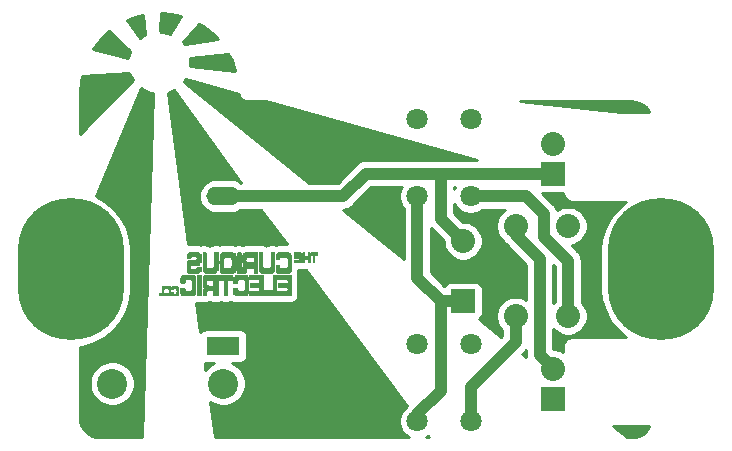
<source format=gbr>
%TF.GenerationSoftware,KiCad,Pcbnew,(5.1.10)-1*%
%TF.CreationDate,2021-07-04T12:46:57+01:00*%
%TF.ProjectId,SolderSolar,536f6c64-6572-4536-9f6c-61722e6b6963,rev?*%
%TF.SameCoordinates,PX6350ce0PY463f660*%
%TF.FileFunction,Copper,L2,Bot*%
%TF.FilePolarity,Positive*%
%FSLAX46Y46*%
G04 Gerber Fmt 4.6, Leading zero omitted, Abs format (unit mm)*
G04 Created by KiCad (PCBNEW (5.1.10)-1) date 2021-07-04 12:46:57*
%MOMM*%
%LPD*%
G01*
G04 APERTURE LIST*
%TA.AperFunction,EtchedComponent*%
%ADD10C,0.010000*%
%TD*%
%TA.AperFunction,ComponentPad*%
%ADD11C,2.032000*%
%TD*%
%TA.AperFunction,ComponentPad*%
%ADD12R,2.032000X2.032000*%
%TD*%
%TA.AperFunction,ComponentPad*%
%ADD13C,1.800000*%
%TD*%
%TA.AperFunction,ComponentPad*%
%ADD14O,2.800000X1.600000*%
%TD*%
%TA.AperFunction,ComponentPad*%
%ADD15R,2.800000X1.600000*%
%TD*%
%TA.AperFunction,ComponentPad*%
%ADD16C,2.540000*%
%TD*%
%TA.AperFunction,ComponentPad*%
%ADD17O,9.000000X12.000000*%
%TD*%
%TA.AperFunction,Conductor*%
%ADD18C,1.016000*%
%TD*%
%TA.AperFunction,Conductor*%
%ADD19C,0.300000*%
%TD*%
%TA.AperFunction,NonConductor*%
%ADD20C,0.254000*%
%TD*%
%TA.AperFunction,NonConductor*%
%ADD21C,0.500000*%
%TD*%
G04 APERTURE END LIST*
D10*
%TO.C,P5*%
G36*
X8000000Y13275000D02*
G01*
X7910000Y13275000D01*
X7910000Y13185000D01*
X8000000Y13185000D01*
X8000000Y13275000D01*
G37*
X8000000Y13275000D02*
X7910000Y13275000D01*
X7910000Y13185000D01*
X8000000Y13185000D01*
X8000000Y13275000D01*
G36*
X8090000Y13275000D02*
G01*
X8000000Y13275000D01*
X8000000Y13185000D01*
X8090000Y13185000D01*
X8090000Y13275000D01*
G37*
X8090000Y13275000D02*
X8000000Y13275000D01*
X8000000Y13185000D01*
X8090000Y13185000D01*
X8090000Y13275000D01*
G36*
X8270000Y13275000D02*
G01*
X8180000Y13275000D01*
X8180000Y13185000D01*
X8270000Y13185000D01*
X8270000Y13275000D01*
G37*
X8270000Y13275000D02*
X8180000Y13275000D01*
X8180000Y13185000D01*
X8270000Y13185000D01*
X8270000Y13275000D01*
G36*
X8360000Y13275000D02*
G01*
X8270000Y13275000D01*
X8270000Y13185000D01*
X8360000Y13185000D01*
X8360000Y13275000D01*
G37*
X8360000Y13275000D02*
X8270000Y13275000D01*
X8270000Y13185000D01*
X8360000Y13185000D01*
X8360000Y13275000D01*
G36*
X8450000Y13275000D02*
G01*
X8360000Y13275000D01*
X8360000Y13185000D01*
X8450000Y13185000D01*
X8450000Y13275000D01*
G37*
X8450000Y13275000D02*
X8360000Y13275000D01*
X8360000Y13185000D01*
X8450000Y13185000D01*
X8450000Y13275000D01*
G36*
X8540000Y13275000D02*
G01*
X8450000Y13275000D01*
X8450000Y13185000D01*
X8540000Y13185000D01*
X8540000Y13275000D01*
G37*
X8540000Y13275000D02*
X8450000Y13275000D01*
X8450000Y13185000D01*
X8540000Y13185000D01*
X8540000Y13275000D01*
G36*
X8630000Y13275000D02*
G01*
X8540000Y13275000D01*
X8540000Y13185000D01*
X8630000Y13185000D01*
X8630000Y13275000D01*
G37*
X8630000Y13275000D02*
X8540000Y13275000D01*
X8540000Y13185000D01*
X8630000Y13185000D01*
X8630000Y13275000D01*
G36*
X8720000Y13275000D02*
G01*
X8630000Y13275000D01*
X8630000Y13185000D01*
X8720000Y13185000D01*
X8720000Y13275000D01*
G37*
X8720000Y13275000D02*
X8630000Y13275000D01*
X8630000Y13185000D01*
X8720000Y13185000D01*
X8720000Y13275000D01*
G36*
X8810000Y13275000D02*
G01*
X8720000Y13275000D01*
X8720000Y13185000D01*
X8810000Y13185000D01*
X8810000Y13275000D01*
G37*
X8810000Y13275000D02*
X8720000Y13275000D01*
X8720000Y13185000D01*
X8810000Y13185000D01*
X8810000Y13275000D01*
G36*
X8990000Y13275000D02*
G01*
X8900000Y13275000D01*
X8900000Y13185000D01*
X8990000Y13185000D01*
X8990000Y13275000D01*
G37*
X8990000Y13275000D02*
X8900000Y13275000D01*
X8900000Y13185000D01*
X8990000Y13185000D01*
X8990000Y13275000D01*
G36*
X9080000Y13275000D02*
G01*
X8990000Y13275000D01*
X8990000Y13185000D01*
X9080000Y13185000D01*
X9080000Y13275000D01*
G37*
X9080000Y13275000D02*
X8990000Y13275000D01*
X8990000Y13185000D01*
X9080000Y13185000D01*
X9080000Y13275000D01*
G36*
X9170000Y13275000D02*
G01*
X9080000Y13275000D01*
X9080000Y13185000D01*
X9170000Y13185000D01*
X9170000Y13275000D01*
G37*
X9170000Y13275000D02*
X9080000Y13275000D01*
X9080000Y13185000D01*
X9170000Y13185000D01*
X9170000Y13275000D01*
G36*
X9260000Y13275000D02*
G01*
X9170000Y13275000D01*
X9170000Y13185000D01*
X9260000Y13185000D01*
X9260000Y13275000D01*
G37*
X9260000Y13275000D02*
X9170000Y13275000D01*
X9170000Y13185000D01*
X9260000Y13185000D01*
X9260000Y13275000D01*
G36*
X9350000Y13275000D02*
G01*
X9260000Y13275000D01*
X9260000Y13185000D01*
X9350000Y13185000D01*
X9350000Y13275000D01*
G37*
X9350000Y13275000D02*
X9260000Y13275000D01*
X9260000Y13185000D01*
X9350000Y13185000D01*
X9350000Y13275000D01*
G36*
X9440000Y13275000D02*
G01*
X9350000Y13275000D01*
X9350000Y13185000D01*
X9440000Y13185000D01*
X9440000Y13275000D01*
G37*
X9440000Y13275000D02*
X9350000Y13275000D01*
X9350000Y13185000D01*
X9440000Y13185000D01*
X9440000Y13275000D01*
G36*
X9530000Y13275000D02*
G01*
X9440000Y13275000D01*
X9440000Y13185000D01*
X9530000Y13185000D01*
X9530000Y13275000D01*
G37*
X9530000Y13275000D02*
X9440000Y13275000D01*
X9440000Y13185000D01*
X9530000Y13185000D01*
X9530000Y13275000D01*
G36*
X9890000Y13275000D02*
G01*
X9800000Y13275000D01*
X9800000Y13185000D01*
X9890000Y13185000D01*
X9890000Y13275000D01*
G37*
X9890000Y13275000D02*
X9800000Y13275000D01*
X9800000Y13185000D01*
X9890000Y13185000D01*
X9890000Y13275000D01*
G36*
X9980000Y13275000D02*
G01*
X9890000Y13275000D01*
X9890000Y13185000D01*
X9980000Y13185000D01*
X9980000Y13275000D01*
G37*
X9980000Y13275000D02*
X9890000Y13275000D01*
X9890000Y13185000D01*
X9980000Y13185000D01*
X9980000Y13275000D01*
G36*
X10070000Y13275000D02*
G01*
X9980000Y13275000D01*
X9980000Y13185000D01*
X10070000Y13185000D01*
X10070000Y13275000D01*
G37*
X10070000Y13275000D02*
X9980000Y13275000D01*
X9980000Y13185000D01*
X10070000Y13185000D01*
X10070000Y13275000D01*
G36*
X10160000Y13275000D02*
G01*
X10070000Y13275000D01*
X10070000Y13185000D01*
X10160000Y13185000D01*
X10160000Y13275000D01*
G37*
X10160000Y13275000D02*
X10070000Y13275000D01*
X10070000Y13185000D01*
X10160000Y13185000D01*
X10160000Y13275000D01*
G36*
X10250000Y13275000D02*
G01*
X10160000Y13275000D01*
X10160000Y13185000D01*
X10250000Y13185000D01*
X10250000Y13275000D01*
G37*
X10250000Y13275000D02*
X10160000Y13275000D01*
X10160000Y13185000D01*
X10250000Y13185000D01*
X10250000Y13275000D01*
G36*
X10340000Y13275000D02*
G01*
X10250000Y13275000D01*
X10250000Y13185000D01*
X10340000Y13185000D01*
X10340000Y13275000D01*
G37*
X10340000Y13275000D02*
X10250000Y13275000D01*
X10250000Y13185000D01*
X10340000Y13185000D01*
X10340000Y13275000D01*
G36*
X10430000Y13275000D02*
G01*
X10340000Y13275000D01*
X10340000Y13185000D01*
X10430000Y13185000D01*
X10430000Y13275000D01*
G37*
X10430000Y13275000D02*
X10340000Y13275000D01*
X10340000Y13185000D01*
X10430000Y13185000D01*
X10430000Y13275000D01*
G36*
X10520000Y13275000D02*
G01*
X10430000Y13275000D01*
X10430000Y13185000D01*
X10520000Y13185000D01*
X10520000Y13275000D01*
G37*
X10520000Y13275000D02*
X10430000Y13275000D01*
X10430000Y13185000D01*
X10520000Y13185000D01*
X10520000Y13275000D01*
G36*
X10610000Y13275000D02*
G01*
X10520000Y13275000D01*
X10520000Y13185000D01*
X10610000Y13185000D01*
X10610000Y13275000D01*
G37*
X10610000Y13275000D02*
X10520000Y13275000D01*
X10520000Y13185000D01*
X10610000Y13185000D01*
X10610000Y13275000D01*
G36*
X10700000Y13275000D02*
G01*
X10610000Y13275000D01*
X10610000Y13185000D01*
X10700000Y13185000D01*
X10700000Y13275000D01*
G37*
X10700000Y13275000D02*
X10610000Y13275000D01*
X10610000Y13185000D01*
X10700000Y13185000D01*
X10700000Y13275000D01*
G36*
X10790000Y13275000D02*
G01*
X10700000Y13275000D01*
X10700000Y13185000D01*
X10790000Y13185000D01*
X10790000Y13275000D01*
G37*
X10790000Y13275000D02*
X10700000Y13275000D01*
X10700000Y13185000D01*
X10790000Y13185000D01*
X10790000Y13275000D01*
G36*
X10880000Y13275000D02*
G01*
X10790000Y13275000D01*
X10790000Y13185000D01*
X10880000Y13185000D01*
X10880000Y13275000D01*
G37*
X10880000Y13275000D02*
X10790000Y13275000D01*
X10790000Y13185000D01*
X10880000Y13185000D01*
X10880000Y13275000D01*
G36*
X11240000Y13275000D02*
G01*
X11150000Y13275000D01*
X11150000Y13185000D01*
X11240000Y13185000D01*
X11240000Y13275000D01*
G37*
X11240000Y13275000D02*
X11150000Y13275000D01*
X11150000Y13185000D01*
X11240000Y13185000D01*
X11240000Y13275000D01*
G36*
X11330000Y13275000D02*
G01*
X11240000Y13275000D01*
X11240000Y13185000D01*
X11330000Y13185000D01*
X11330000Y13275000D01*
G37*
X11330000Y13275000D02*
X11240000Y13275000D01*
X11240000Y13185000D01*
X11330000Y13185000D01*
X11330000Y13275000D01*
G36*
X11420000Y13275000D02*
G01*
X11330000Y13275000D01*
X11330000Y13185000D01*
X11420000Y13185000D01*
X11420000Y13275000D01*
G37*
X11420000Y13275000D02*
X11330000Y13275000D01*
X11330000Y13185000D01*
X11420000Y13185000D01*
X11420000Y13275000D01*
G36*
X11690000Y13275000D02*
G01*
X11600000Y13275000D01*
X11600000Y13185000D01*
X11690000Y13185000D01*
X11690000Y13275000D01*
G37*
X11690000Y13275000D02*
X11600000Y13275000D01*
X11600000Y13185000D01*
X11690000Y13185000D01*
X11690000Y13275000D01*
G36*
X11780000Y13275000D02*
G01*
X11690000Y13275000D01*
X11690000Y13185000D01*
X11780000Y13185000D01*
X11780000Y13275000D01*
G37*
X11780000Y13275000D02*
X11690000Y13275000D01*
X11690000Y13185000D01*
X11780000Y13185000D01*
X11780000Y13275000D01*
G36*
X11870000Y13275000D02*
G01*
X11780000Y13275000D01*
X11780000Y13185000D01*
X11870000Y13185000D01*
X11870000Y13275000D01*
G37*
X11870000Y13275000D02*
X11780000Y13275000D01*
X11780000Y13185000D01*
X11870000Y13185000D01*
X11870000Y13275000D01*
G36*
X12590000Y13275000D02*
G01*
X12500000Y13275000D01*
X12500000Y13185000D01*
X12590000Y13185000D01*
X12590000Y13275000D01*
G37*
X12590000Y13275000D02*
X12500000Y13275000D01*
X12500000Y13185000D01*
X12590000Y13185000D01*
X12590000Y13275000D01*
G36*
X12680000Y13275000D02*
G01*
X12590000Y13275000D01*
X12590000Y13185000D01*
X12680000Y13185000D01*
X12680000Y13275000D01*
G37*
X12680000Y13275000D02*
X12590000Y13275000D01*
X12590000Y13185000D01*
X12680000Y13185000D01*
X12680000Y13275000D01*
G36*
X12770000Y13275000D02*
G01*
X12680000Y13275000D01*
X12680000Y13185000D01*
X12770000Y13185000D01*
X12770000Y13275000D01*
G37*
X12770000Y13275000D02*
X12680000Y13275000D01*
X12680000Y13185000D01*
X12770000Y13185000D01*
X12770000Y13275000D01*
G36*
X12860000Y13275000D02*
G01*
X12770000Y13275000D01*
X12770000Y13185000D01*
X12860000Y13185000D01*
X12860000Y13275000D01*
G37*
X12860000Y13275000D02*
X12770000Y13275000D01*
X12770000Y13185000D01*
X12860000Y13185000D01*
X12860000Y13275000D01*
G36*
X13490000Y13275000D02*
G01*
X13400000Y13275000D01*
X13400000Y13185000D01*
X13490000Y13185000D01*
X13490000Y13275000D01*
G37*
X13490000Y13275000D02*
X13400000Y13275000D01*
X13400000Y13185000D01*
X13490000Y13185000D01*
X13490000Y13275000D01*
G36*
X13580000Y13275000D02*
G01*
X13490000Y13275000D01*
X13490000Y13185000D01*
X13580000Y13185000D01*
X13580000Y13275000D01*
G37*
X13580000Y13275000D02*
X13490000Y13275000D01*
X13490000Y13185000D01*
X13580000Y13185000D01*
X13580000Y13275000D01*
G36*
X13670000Y13275000D02*
G01*
X13580000Y13275000D01*
X13580000Y13185000D01*
X13670000Y13185000D01*
X13670000Y13275000D01*
G37*
X13670000Y13275000D02*
X13580000Y13275000D01*
X13580000Y13185000D01*
X13670000Y13185000D01*
X13670000Y13275000D01*
G36*
X14390000Y13275000D02*
G01*
X14300000Y13275000D01*
X14300000Y13185000D01*
X14390000Y13185000D01*
X14390000Y13275000D01*
G37*
X14390000Y13275000D02*
X14300000Y13275000D01*
X14300000Y13185000D01*
X14390000Y13185000D01*
X14390000Y13275000D01*
G36*
X14480000Y13275000D02*
G01*
X14390000Y13275000D01*
X14390000Y13185000D01*
X14480000Y13185000D01*
X14480000Y13275000D01*
G37*
X14480000Y13275000D02*
X14390000Y13275000D01*
X14390000Y13185000D01*
X14480000Y13185000D01*
X14480000Y13275000D01*
G36*
X14570000Y13275000D02*
G01*
X14480000Y13275000D01*
X14480000Y13185000D01*
X14570000Y13185000D01*
X14570000Y13275000D01*
G37*
X14570000Y13275000D02*
X14480000Y13275000D01*
X14480000Y13185000D01*
X14570000Y13185000D01*
X14570000Y13275000D01*
G36*
X14660000Y13275000D02*
G01*
X14570000Y13275000D01*
X14570000Y13185000D01*
X14660000Y13185000D01*
X14660000Y13275000D01*
G37*
X14660000Y13275000D02*
X14570000Y13275000D01*
X14570000Y13185000D01*
X14660000Y13185000D01*
X14660000Y13275000D01*
G36*
X14750000Y13275000D02*
G01*
X14660000Y13275000D01*
X14660000Y13185000D01*
X14750000Y13185000D01*
X14750000Y13275000D01*
G37*
X14750000Y13275000D02*
X14660000Y13275000D01*
X14660000Y13185000D01*
X14750000Y13185000D01*
X14750000Y13275000D01*
G36*
X14840000Y13275000D02*
G01*
X14750000Y13275000D01*
X14750000Y13185000D01*
X14840000Y13185000D01*
X14840000Y13275000D01*
G37*
X14840000Y13275000D02*
X14750000Y13275000D01*
X14750000Y13185000D01*
X14840000Y13185000D01*
X14840000Y13275000D01*
G36*
X14930000Y13275000D02*
G01*
X14840000Y13275000D01*
X14840000Y13185000D01*
X14930000Y13185000D01*
X14930000Y13275000D01*
G37*
X14930000Y13275000D02*
X14840000Y13275000D01*
X14840000Y13185000D01*
X14930000Y13185000D01*
X14930000Y13275000D01*
G36*
X15020000Y13275000D02*
G01*
X14930000Y13275000D01*
X14930000Y13185000D01*
X15020000Y13185000D01*
X15020000Y13275000D01*
G37*
X15020000Y13275000D02*
X14930000Y13275000D01*
X14930000Y13185000D01*
X15020000Y13185000D01*
X15020000Y13275000D01*
G36*
X15110000Y13275000D02*
G01*
X15020000Y13275000D01*
X15020000Y13185000D01*
X15110000Y13185000D01*
X15110000Y13275000D01*
G37*
X15110000Y13275000D02*
X15020000Y13275000D01*
X15020000Y13185000D01*
X15110000Y13185000D01*
X15110000Y13275000D01*
G36*
X15200000Y13275000D02*
G01*
X15110000Y13275000D01*
X15110000Y13185000D01*
X15200000Y13185000D01*
X15200000Y13275000D01*
G37*
X15200000Y13275000D02*
X15110000Y13275000D01*
X15110000Y13185000D01*
X15200000Y13185000D01*
X15200000Y13275000D01*
G36*
X15290000Y13275000D02*
G01*
X15200000Y13275000D01*
X15200000Y13185000D01*
X15290000Y13185000D01*
X15290000Y13275000D01*
G37*
X15290000Y13275000D02*
X15200000Y13275000D01*
X15200000Y13185000D01*
X15290000Y13185000D01*
X15290000Y13275000D01*
G36*
X15380000Y13275000D02*
G01*
X15290000Y13275000D01*
X15290000Y13185000D01*
X15380000Y13185000D01*
X15380000Y13275000D01*
G37*
X15380000Y13275000D02*
X15290000Y13275000D01*
X15290000Y13185000D01*
X15380000Y13185000D01*
X15380000Y13275000D01*
G36*
X15650000Y13275000D02*
G01*
X15560000Y13275000D01*
X15560000Y13185000D01*
X15650000Y13185000D01*
X15650000Y13275000D01*
G37*
X15650000Y13275000D02*
X15560000Y13275000D01*
X15560000Y13185000D01*
X15650000Y13185000D01*
X15650000Y13275000D01*
G36*
X15740000Y13275000D02*
G01*
X15650000Y13275000D01*
X15650000Y13185000D01*
X15740000Y13185000D01*
X15740000Y13275000D01*
G37*
X15740000Y13275000D02*
X15650000Y13275000D01*
X15650000Y13185000D01*
X15740000Y13185000D01*
X15740000Y13275000D01*
G36*
X15830000Y13275000D02*
G01*
X15740000Y13275000D01*
X15740000Y13185000D01*
X15830000Y13185000D01*
X15830000Y13275000D01*
G37*
X15830000Y13275000D02*
X15740000Y13275000D01*
X15740000Y13185000D01*
X15830000Y13185000D01*
X15830000Y13275000D01*
G36*
X15920000Y13275000D02*
G01*
X15830000Y13275000D01*
X15830000Y13185000D01*
X15920000Y13185000D01*
X15920000Y13275000D01*
G37*
X15920000Y13275000D02*
X15830000Y13275000D01*
X15830000Y13185000D01*
X15920000Y13185000D01*
X15920000Y13275000D01*
G36*
X16010000Y13275000D02*
G01*
X15920000Y13275000D01*
X15920000Y13185000D01*
X16010000Y13185000D01*
X16010000Y13275000D01*
G37*
X16010000Y13275000D02*
X15920000Y13275000D01*
X15920000Y13185000D01*
X16010000Y13185000D01*
X16010000Y13275000D01*
G36*
X16100000Y13275000D02*
G01*
X16010000Y13275000D01*
X16010000Y13185000D01*
X16100000Y13185000D01*
X16100000Y13275000D01*
G37*
X16100000Y13275000D02*
X16010000Y13275000D01*
X16010000Y13185000D01*
X16100000Y13185000D01*
X16100000Y13275000D01*
G36*
X16190000Y13275000D02*
G01*
X16100000Y13275000D01*
X16100000Y13185000D01*
X16190000Y13185000D01*
X16190000Y13275000D01*
G37*
X16190000Y13275000D02*
X16100000Y13275000D01*
X16100000Y13185000D01*
X16190000Y13185000D01*
X16190000Y13275000D01*
G36*
X16280000Y13275000D02*
G01*
X16190000Y13275000D01*
X16190000Y13185000D01*
X16280000Y13185000D01*
X16280000Y13275000D01*
G37*
X16280000Y13275000D02*
X16190000Y13275000D01*
X16190000Y13185000D01*
X16280000Y13185000D01*
X16280000Y13275000D01*
G36*
X16370000Y13275000D02*
G01*
X16280000Y13275000D01*
X16280000Y13185000D01*
X16370000Y13185000D01*
X16370000Y13275000D01*
G37*
X16370000Y13275000D02*
X16280000Y13275000D01*
X16280000Y13185000D01*
X16370000Y13185000D01*
X16370000Y13275000D01*
G36*
X16460000Y13275000D02*
G01*
X16370000Y13275000D01*
X16370000Y13185000D01*
X16460000Y13185000D01*
X16460000Y13275000D01*
G37*
X16460000Y13275000D02*
X16370000Y13275000D01*
X16370000Y13185000D01*
X16460000Y13185000D01*
X16460000Y13275000D01*
G36*
X16550000Y13275000D02*
G01*
X16460000Y13275000D01*
X16460000Y13185000D01*
X16550000Y13185000D01*
X16550000Y13275000D01*
G37*
X16550000Y13275000D02*
X16460000Y13275000D01*
X16460000Y13185000D01*
X16550000Y13185000D01*
X16550000Y13275000D01*
G36*
X16640000Y13275000D02*
G01*
X16550000Y13275000D01*
X16550000Y13185000D01*
X16640000Y13185000D01*
X16640000Y13275000D01*
G37*
X16640000Y13275000D02*
X16550000Y13275000D01*
X16550000Y13185000D01*
X16640000Y13185000D01*
X16640000Y13275000D01*
G36*
X16730000Y13275000D02*
G01*
X16640000Y13275000D01*
X16640000Y13185000D01*
X16730000Y13185000D01*
X16730000Y13275000D01*
G37*
X16730000Y13275000D02*
X16640000Y13275000D01*
X16640000Y13185000D01*
X16730000Y13185000D01*
X16730000Y13275000D01*
G36*
X16910000Y13275000D02*
G01*
X16820000Y13275000D01*
X16820000Y13185000D01*
X16910000Y13185000D01*
X16910000Y13275000D01*
G37*
X16910000Y13275000D02*
X16820000Y13275000D01*
X16820000Y13185000D01*
X16910000Y13185000D01*
X16910000Y13275000D01*
G36*
X17000000Y13275000D02*
G01*
X16910000Y13275000D01*
X16910000Y13185000D01*
X17000000Y13185000D01*
X17000000Y13275000D01*
G37*
X17000000Y13275000D02*
X16910000Y13275000D01*
X16910000Y13185000D01*
X17000000Y13185000D01*
X17000000Y13275000D01*
G36*
X17090000Y13275000D02*
G01*
X17000000Y13275000D01*
X17000000Y13185000D01*
X17090000Y13185000D01*
X17090000Y13275000D01*
G37*
X17090000Y13275000D02*
X17000000Y13275000D01*
X17000000Y13185000D01*
X17090000Y13185000D01*
X17090000Y13275000D01*
G36*
X17180000Y13275000D02*
G01*
X17090000Y13275000D01*
X17090000Y13185000D01*
X17180000Y13185000D01*
X17180000Y13275000D01*
G37*
X17180000Y13275000D02*
X17090000Y13275000D01*
X17090000Y13185000D01*
X17180000Y13185000D01*
X17180000Y13275000D01*
G36*
X17270000Y13275000D02*
G01*
X17180000Y13275000D01*
X17180000Y13185000D01*
X17270000Y13185000D01*
X17270000Y13275000D01*
G37*
X17270000Y13275000D02*
X17180000Y13275000D01*
X17180000Y13185000D01*
X17270000Y13185000D01*
X17270000Y13275000D01*
G36*
X17360000Y13275000D02*
G01*
X17270000Y13275000D01*
X17270000Y13185000D01*
X17360000Y13185000D01*
X17360000Y13275000D01*
G37*
X17360000Y13275000D02*
X17270000Y13275000D01*
X17270000Y13185000D01*
X17360000Y13185000D01*
X17360000Y13275000D01*
G36*
X17450000Y13275000D02*
G01*
X17360000Y13275000D01*
X17360000Y13185000D01*
X17450000Y13185000D01*
X17450000Y13275000D01*
G37*
X17450000Y13275000D02*
X17360000Y13275000D01*
X17360000Y13185000D01*
X17450000Y13185000D01*
X17450000Y13275000D01*
G36*
X17540000Y13275000D02*
G01*
X17450000Y13275000D01*
X17450000Y13185000D01*
X17540000Y13185000D01*
X17540000Y13275000D01*
G37*
X17540000Y13275000D02*
X17450000Y13275000D01*
X17450000Y13185000D01*
X17540000Y13185000D01*
X17540000Y13275000D01*
G36*
X17630000Y13275000D02*
G01*
X17540000Y13275000D01*
X17540000Y13185000D01*
X17630000Y13185000D01*
X17630000Y13275000D01*
G37*
X17630000Y13275000D02*
X17540000Y13275000D01*
X17540000Y13185000D01*
X17630000Y13185000D01*
X17630000Y13275000D01*
G36*
X17720000Y13275000D02*
G01*
X17630000Y13275000D01*
X17630000Y13185000D01*
X17720000Y13185000D01*
X17720000Y13275000D01*
G37*
X17720000Y13275000D02*
X17630000Y13275000D01*
X17630000Y13185000D01*
X17720000Y13185000D01*
X17720000Y13275000D01*
G36*
X17810000Y13275000D02*
G01*
X17720000Y13275000D01*
X17720000Y13185000D01*
X17810000Y13185000D01*
X17810000Y13275000D01*
G37*
X17810000Y13275000D02*
X17720000Y13275000D01*
X17720000Y13185000D01*
X17810000Y13185000D01*
X17810000Y13275000D01*
G36*
X17990000Y13275000D02*
G01*
X17900000Y13275000D01*
X17900000Y13185000D01*
X17990000Y13185000D01*
X17990000Y13275000D01*
G37*
X17990000Y13275000D02*
X17900000Y13275000D01*
X17900000Y13185000D01*
X17990000Y13185000D01*
X17990000Y13275000D01*
G36*
X18080000Y13275000D02*
G01*
X17990000Y13275000D01*
X17990000Y13185000D01*
X18080000Y13185000D01*
X18080000Y13275000D01*
G37*
X18080000Y13275000D02*
X17990000Y13275000D01*
X17990000Y13185000D01*
X18080000Y13185000D01*
X18080000Y13275000D01*
G36*
X18170000Y13275000D02*
G01*
X18080000Y13275000D01*
X18080000Y13185000D01*
X18170000Y13185000D01*
X18170000Y13275000D01*
G37*
X18170000Y13275000D02*
X18080000Y13275000D01*
X18080000Y13185000D01*
X18170000Y13185000D01*
X18170000Y13275000D01*
G36*
X18260000Y13275000D02*
G01*
X18170000Y13275000D01*
X18170000Y13185000D01*
X18260000Y13185000D01*
X18260000Y13275000D01*
G37*
X18260000Y13275000D02*
X18170000Y13275000D01*
X18170000Y13185000D01*
X18260000Y13185000D01*
X18260000Y13275000D01*
G36*
X18350000Y13275000D02*
G01*
X18260000Y13275000D01*
X18260000Y13185000D01*
X18350000Y13185000D01*
X18350000Y13275000D01*
G37*
X18350000Y13275000D02*
X18260000Y13275000D01*
X18260000Y13185000D01*
X18350000Y13185000D01*
X18350000Y13275000D01*
G36*
X18440000Y13275000D02*
G01*
X18350000Y13275000D01*
X18350000Y13185000D01*
X18440000Y13185000D01*
X18440000Y13275000D01*
G37*
X18440000Y13275000D02*
X18350000Y13275000D01*
X18350000Y13185000D01*
X18440000Y13185000D01*
X18440000Y13275000D01*
G36*
X18530000Y13275000D02*
G01*
X18440000Y13275000D01*
X18440000Y13185000D01*
X18530000Y13185000D01*
X18530000Y13275000D01*
G37*
X18530000Y13275000D02*
X18440000Y13275000D01*
X18440000Y13185000D01*
X18530000Y13185000D01*
X18530000Y13275000D01*
G36*
X18620000Y13275000D02*
G01*
X18530000Y13275000D01*
X18530000Y13185000D01*
X18620000Y13185000D01*
X18620000Y13275000D01*
G37*
X18620000Y13275000D02*
X18530000Y13275000D01*
X18530000Y13185000D01*
X18620000Y13185000D01*
X18620000Y13275000D01*
G36*
X18710000Y13275000D02*
G01*
X18620000Y13275000D01*
X18620000Y13185000D01*
X18710000Y13185000D01*
X18710000Y13275000D01*
G37*
X18710000Y13275000D02*
X18620000Y13275000D01*
X18620000Y13185000D01*
X18710000Y13185000D01*
X18710000Y13275000D01*
G36*
X18800000Y13275000D02*
G01*
X18710000Y13275000D01*
X18710000Y13185000D01*
X18800000Y13185000D01*
X18800000Y13275000D01*
G37*
X18800000Y13275000D02*
X18710000Y13275000D01*
X18710000Y13185000D01*
X18800000Y13185000D01*
X18800000Y13275000D01*
G36*
X18890000Y13275000D02*
G01*
X18800000Y13275000D01*
X18800000Y13185000D01*
X18890000Y13185000D01*
X18890000Y13275000D01*
G37*
X18890000Y13275000D02*
X18800000Y13275000D01*
X18800000Y13185000D01*
X18890000Y13185000D01*
X18890000Y13275000D01*
G36*
X18980000Y13275000D02*
G01*
X18890000Y13275000D01*
X18890000Y13185000D01*
X18980000Y13185000D01*
X18980000Y13275000D01*
G37*
X18980000Y13275000D02*
X18890000Y13275000D01*
X18890000Y13185000D01*
X18980000Y13185000D01*
X18980000Y13275000D01*
G36*
X19070000Y13275000D02*
G01*
X18980000Y13275000D01*
X18980000Y13185000D01*
X19070000Y13185000D01*
X19070000Y13275000D01*
G37*
X19070000Y13275000D02*
X18980000Y13275000D01*
X18980000Y13185000D01*
X19070000Y13185000D01*
X19070000Y13275000D01*
G36*
X8000000Y13365000D02*
G01*
X7910000Y13365000D01*
X7910000Y13275000D01*
X8000000Y13275000D01*
X8000000Y13365000D01*
G37*
X8000000Y13365000D02*
X7910000Y13365000D01*
X7910000Y13275000D01*
X8000000Y13275000D01*
X8000000Y13365000D01*
G36*
X8090000Y13365000D02*
G01*
X8000000Y13365000D01*
X8000000Y13275000D01*
X8090000Y13275000D01*
X8090000Y13365000D01*
G37*
X8090000Y13365000D02*
X8000000Y13365000D01*
X8000000Y13275000D01*
X8090000Y13275000D01*
X8090000Y13365000D01*
G36*
X8270000Y13365000D02*
G01*
X8180000Y13365000D01*
X8180000Y13275000D01*
X8270000Y13275000D01*
X8270000Y13365000D01*
G37*
X8270000Y13365000D02*
X8180000Y13365000D01*
X8180000Y13275000D01*
X8270000Y13275000D01*
X8270000Y13365000D01*
G36*
X8360000Y13365000D02*
G01*
X8270000Y13365000D01*
X8270000Y13275000D01*
X8360000Y13275000D01*
X8360000Y13365000D01*
G37*
X8360000Y13365000D02*
X8270000Y13365000D01*
X8270000Y13275000D01*
X8360000Y13275000D01*
X8360000Y13365000D01*
G36*
X8450000Y13365000D02*
G01*
X8360000Y13365000D01*
X8360000Y13275000D01*
X8450000Y13275000D01*
X8450000Y13365000D01*
G37*
X8450000Y13365000D02*
X8360000Y13365000D01*
X8360000Y13275000D01*
X8450000Y13275000D01*
X8450000Y13365000D01*
G36*
X8540000Y13365000D02*
G01*
X8450000Y13365000D01*
X8450000Y13275000D01*
X8540000Y13275000D01*
X8540000Y13365000D01*
G37*
X8540000Y13365000D02*
X8450000Y13365000D01*
X8450000Y13275000D01*
X8540000Y13275000D01*
X8540000Y13365000D01*
G36*
X8630000Y13365000D02*
G01*
X8540000Y13365000D01*
X8540000Y13275000D01*
X8630000Y13275000D01*
X8630000Y13365000D01*
G37*
X8630000Y13365000D02*
X8540000Y13365000D01*
X8540000Y13275000D01*
X8630000Y13275000D01*
X8630000Y13365000D01*
G36*
X8720000Y13365000D02*
G01*
X8630000Y13365000D01*
X8630000Y13275000D01*
X8720000Y13275000D01*
X8720000Y13365000D01*
G37*
X8720000Y13365000D02*
X8630000Y13365000D01*
X8630000Y13275000D01*
X8720000Y13275000D01*
X8720000Y13365000D01*
G36*
X8810000Y13365000D02*
G01*
X8720000Y13365000D01*
X8720000Y13275000D01*
X8810000Y13275000D01*
X8810000Y13365000D01*
G37*
X8810000Y13365000D02*
X8720000Y13365000D01*
X8720000Y13275000D01*
X8810000Y13275000D01*
X8810000Y13365000D01*
G36*
X8990000Y13365000D02*
G01*
X8900000Y13365000D01*
X8900000Y13275000D01*
X8990000Y13275000D01*
X8990000Y13365000D01*
G37*
X8990000Y13365000D02*
X8900000Y13365000D01*
X8900000Y13275000D01*
X8990000Y13275000D01*
X8990000Y13365000D01*
G36*
X9080000Y13365000D02*
G01*
X8990000Y13365000D01*
X8990000Y13275000D01*
X9080000Y13275000D01*
X9080000Y13365000D01*
G37*
X9080000Y13365000D02*
X8990000Y13365000D01*
X8990000Y13275000D01*
X9080000Y13275000D01*
X9080000Y13365000D01*
G36*
X9440000Y13365000D02*
G01*
X9350000Y13365000D01*
X9350000Y13275000D01*
X9440000Y13275000D01*
X9440000Y13365000D01*
G37*
X9440000Y13365000D02*
X9350000Y13365000D01*
X9350000Y13275000D01*
X9440000Y13275000D01*
X9440000Y13365000D01*
G36*
X9530000Y13365000D02*
G01*
X9440000Y13365000D01*
X9440000Y13275000D01*
X9530000Y13275000D01*
X9530000Y13365000D01*
G37*
X9530000Y13365000D02*
X9440000Y13365000D01*
X9440000Y13275000D01*
X9530000Y13275000D01*
X9530000Y13365000D01*
G36*
X9890000Y13365000D02*
G01*
X9800000Y13365000D01*
X9800000Y13275000D01*
X9890000Y13275000D01*
X9890000Y13365000D01*
G37*
X9890000Y13365000D02*
X9800000Y13365000D01*
X9800000Y13275000D01*
X9890000Y13275000D01*
X9890000Y13365000D01*
G36*
X9980000Y13365000D02*
G01*
X9890000Y13365000D01*
X9890000Y13275000D01*
X9980000Y13275000D01*
X9980000Y13365000D01*
G37*
X9980000Y13365000D02*
X9890000Y13365000D01*
X9890000Y13275000D01*
X9980000Y13275000D01*
X9980000Y13365000D01*
G36*
X10070000Y13365000D02*
G01*
X9980000Y13365000D01*
X9980000Y13275000D01*
X10070000Y13275000D01*
X10070000Y13365000D01*
G37*
X10070000Y13365000D02*
X9980000Y13365000D01*
X9980000Y13275000D01*
X10070000Y13275000D01*
X10070000Y13365000D01*
G36*
X10160000Y13365000D02*
G01*
X10070000Y13365000D01*
X10070000Y13275000D01*
X10160000Y13275000D01*
X10160000Y13365000D01*
G37*
X10160000Y13365000D02*
X10070000Y13365000D01*
X10070000Y13275000D01*
X10160000Y13275000D01*
X10160000Y13365000D01*
G36*
X10250000Y13365000D02*
G01*
X10160000Y13365000D01*
X10160000Y13275000D01*
X10250000Y13275000D01*
X10250000Y13365000D01*
G37*
X10250000Y13365000D02*
X10160000Y13365000D01*
X10160000Y13275000D01*
X10250000Y13275000D01*
X10250000Y13365000D01*
G36*
X10340000Y13365000D02*
G01*
X10250000Y13365000D01*
X10250000Y13275000D01*
X10340000Y13275000D01*
X10340000Y13365000D01*
G37*
X10340000Y13365000D02*
X10250000Y13365000D01*
X10250000Y13275000D01*
X10340000Y13275000D01*
X10340000Y13365000D01*
G36*
X10430000Y13365000D02*
G01*
X10340000Y13365000D01*
X10340000Y13275000D01*
X10430000Y13275000D01*
X10430000Y13365000D01*
G37*
X10430000Y13365000D02*
X10340000Y13365000D01*
X10340000Y13275000D01*
X10430000Y13275000D01*
X10430000Y13365000D01*
G36*
X10520000Y13365000D02*
G01*
X10430000Y13365000D01*
X10430000Y13275000D01*
X10520000Y13275000D01*
X10520000Y13365000D01*
G37*
X10520000Y13365000D02*
X10430000Y13365000D01*
X10430000Y13275000D01*
X10520000Y13275000D01*
X10520000Y13365000D01*
G36*
X10610000Y13365000D02*
G01*
X10520000Y13365000D01*
X10520000Y13275000D01*
X10610000Y13275000D01*
X10610000Y13365000D01*
G37*
X10610000Y13365000D02*
X10520000Y13365000D01*
X10520000Y13275000D01*
X10610000Y13275000D01*
X10610000Y13365000D01*
G36*
X10700000Y13365000D02*
G01*
X10610000Y13365000D01*
X10610000Y13275000D01*
X10700000Y13275000D01*
X10700000Y13365000D01*
G37*
X10700000Y13365000D02*
X10610000Y13365000D01*
X10610000Y13275000D01*
X10700000Y13275000D01*
X10700000Y13365000D01*
G36*
X10790000Y13365000D02*
G01*
X10700000Y13365000D01*
X10700000Y13275000D01*
X10790000Y13275000D01*
X10790000Y13365000D01*
G37*
X10790000Y13365000D02*
X10700000Y13365000D01*
X10700000Y13275000D01*
X10790000Y13275000D01*
X10790000Y13365000D01*
G36*
X10880000Y13365000D02*
G01*
X10790000Y13365000D01*
X10790000Y13275000D01*
X10880000Y13275000D01*
X10880000Y13365000D01*
G37*
X10880000Y13365000D02*
X10790000Y13365000D01*
X10790000Y13275000D01*
X10880000Y13275000D01*
X10880000Y13365000D01*
G36*
X10970000Y13365000D02*
G01*
X10880000Y13365000D01*
X10880000Y13275000D01*
X10970000Y13275000D01*
X10970000Y13365000D01*
G37*
X10970000Y13365000D02*
X10880000Y13365000D01*
X10880000Y13275000D01*
X10970000Y13275000D01*
X10970000Y13365000D01*
G36*
X11240000Y13365000D02*
G01*
X11150000Y13365000D01*
X11150000Y13275000D01*
X11240000Y13275000D01*
X11240000Y13365000D01*
G37*
X11240000Y13365000D02*
X11150000Y13365000D01*
X11150000Y13275000D01*
X11240000Y13275000D01*
X11240000Y13365000D01*
G36*
X11330000Y13365000D02*
G01*
X11240000Y13365000D01*
X11240000Y13275000D01*
X11330000Y13275000D01*
X11330000Y13365000D01*
G37*
X11330000Y13365000D02*
X11240000Y13365000D01*
X11240000Y13275000D01*
X11330000Y13275000D01*
X11330000Y13365000D01*
G36*
X11420000Y13365000D02*
G01*
X11330000Y13365000D01*
X11330000Y13275000D01*
X11420000Y13275000D01*
X11420000Y13365000D01*
G37*
X11420000Y13365000D02*
X11330000Y13365000D01*
X11330000Y13275000D01*
X11420000Y13275000D01*
X11420000Y13365000D01*
G36*
X11690000Y13365000D02*
G01*
X11600000Y13365000D01*
X11600000Y13275000D01*
X11690000Y13275000D01*
X11690000Y13365000D01*
G37*
X11690000Y13365000D02*
X11600000Y13365000D01*
X11600000Y13275000D01*
X11690000Y13275000D01*
X11690000Y13365000D01*
G36*
X11780000Y13365000D02*
G01*
X11690000Y13365000D01*
X11690000Y13275000D01*
X11780000Y13275000D01*
X11780000Y13365000D01*
G37*
X11780000Y13365000D02*
X11690000Y13365000D01*
X11690000Y13275000D01*
X11780000Y13275000D01*
X11780000Y13365000D01*
G36*
X11870000Y13365000D02*
G01*
X11780000Y13365000D01*
X11780000Y13275000D01*
X11870000Y13275000D01*
X11870000Y13365000D01*
G37*
X11870000Y13365000D02*
X11780000Y13365000D01*
X11780000Y13275000D01*
X11870000Y13275000D01*
X11870000Y13365000D01*
G36*
X12590000Y13365000D02*
G01*
X12500000Y13365000D01*
X12500000Y13275000D01*
X12590000Y13275000D01*
X12590000Y13365000D01*
G37*
X12590000Y13365000D02*
X12500000Y13365000D01*
X12500000Y13275000D01*
X12590000Y13275000D01*
X12590000Y13365000D01*
G36*
X12680000Y13365000D02*
G01*
X12590000Y13365000D01*
X12590000Y13275000D01*
X12680000Y13275000D01*
X12680000Y13365000D01*
G37*
X12680000Y13365000D02*
X12590000Y13365000D01*
X12590000Y13275000D01*
X12680000Y13275000D01*
X12680000Y13365000D01*
G36*
X12770000Y13365000D02*
G01*
X12680000Y13365000D01*
X12680000Y13275000D01*
X12770000Y13275000D01*
X12770000Y13365000D01*
G37*
X12770000Y13365000D02*
X12680000Y13365000D01*
X12680000Y13275000D01*
X12770000Y13275000D01*
X12770000Y13365000D01*
G36*
X12860000Y13365000D02*
G01*
X12770000Y13365000D01*
X12770000Y13275000D01*
X12860000Y13275000D01*
X12860000Y13365000D01*
G37*
X12860000Y13365000D02*
X12770000Y13365000D01*
X12770000Y13275000D01*
X12860000Y13275000D01*
X12860000Y13365000D01*
G36*
X13490000Y13365000D02*
G01*
X13400000Y13365000D01*
X13400000Y13275000D01*
X13490000Y13275000D01*
X13490000Y13365000D01*
G37*
X13490000Y13365000D02*
X13400000Y13365000D01*
X13400000Y13275000D01*
X13490000Y13275000D01*
X13490000Y13365000D01*
G36*
X13580000Y13365000D02*
G01*
X13490000Y13365000D01*
X13490000Y13275000D01*
X13580000Y13275000D01*
X13580000Y13365000D01*
G37*
X13580000Y13365000D02*
X13490000Y13365000D01*
X13490000Y13275000D01*
X13580000Y13275000D01*
X13580000Y13365000D01*
G36*
X13670000Y13365000D02*
G01*
X13580000Y13365000D01*
X13580000Y13275000D01*
X13670000Y13275000D01*
X13670000Y13365000D01*
G37*
X13670000Y13365000D02*
X13580000Y13365000D01*
X13580000Y13275000D01*
X13670000Y13275000D01*
X13670000Y13365000D01*
G36*
X14300000Y13365000D02*
G01*
X14210000Y13365000D01*
X14210000Y13275000D01*
X14300000Y13275000D01*
X14300000Y13365000D01*
G37*
X14300000Y13365000D02*
X14210000Y13365000D01*
X14210000Y13275000D01*
X14300000Y13275000D01*
X14300000Y13365000D01*
G36*
X14390000Y13365000D02*
G01*
X14300000Y13365000D01*
X14300000Y13275000D01*
X14390000Y13275000D01*
X14390000Y13365000D01*
G37*
X14390000Y13365000D02*
X14300000Y13365000D01*
X14300000Y13275000D01*
X14390000Y13275000D01*
X14390000Y13365000D01*
G36*
X14480000Y13365000D02*
G01*
X14390000Y13365000D01*
X14390000Y13275000D01*
X14480000Y13275000D01*
X14480000Y13365000D01*
G37*
X14480000Y13365000D02*
X14390000Y13365000D01*
X14390000Y13275000D01*
X14480000Y13275000D01*
X14480000Y13365000D01*
G36*
X14570000Y13365000D02*
G01*
X14480000Y13365000D01*
X14480000Y13275000D01*
X14570000Y13275000D01*
X14570000Y13365000D01*
G37*
X14570000Y13365000D02*
X14480000Y13365000D01*
X14480000Y13275000D01*
X14570000Y13275000D01*
X14570000Y13365000D01*
G36*
X14660000Y13365000D02*
G01*
X14570000Y13365000D01*
X14570000Y13275000D01*
X14660000Y13275000D01*
X14660000Y13365000D01*
G37*
X14660000Y13365000D02*
X14570000Y13365000D01*
X14570000Y13275000D01*
X14660000Y13275000D01*
X14660000Y13365000D01*
G36*
X14750000Y13365000D02*
G01*
X14660000Y13365000D01*
X14660000Y13275000D01*
X14750000Y13275000D01*
X14750000Y13365000D01*
G37*
X14750000Y13365000D02*
X14660000Y13365000D01*
X14660000Y13275000D01*
X14750000Y13275000D01*
X14750000Y13365000D01*
G36*
X14840000Y13365000D02*
G01*
X14750000Y13365000D01*
X14750000Y13275000D01*
X14840000Y13275000D01*
X14840000Y13365000D01*
G37*
X14840000Y13365000D02*
X14750000Y13365000D01*
X14750000Y13275000D01*
X14840000Y13275000D01*
X14840000Y13365000D01*
G36*
X14930000Y13365000D02*
G01*
X14840000Y13365000D01*
X14840000Y13275000D01*
X14930000Y13275000D01*
X14930000Y13365000D01*
G37*
X14930000Y13365000D02*
X14840000Y13365000D01*
X14840000Y13275000D01*
X14930000Y13275000D01*
X14930000Y13365000D01*
G36*
X15020000Y13365000D02*
G01*
X14930000Y13365000D01*
X14930000Y13275000D01*
X15020000Y13275000D01*
X15020000Y13365000D01*
G37*
X15020000Y13365000D02*
X14930000Y13365000D01*
X14930000Y13275000D01*
X15020000Y13275000D01*
X15020000Y13365000D01*
G36*
X15110000Y13365000D02*
G01*
X15020000Y13365000D01*
X15020000Y13275000D01*
X15110000Y13275000D01*
X15110000Y13365000D01*
G37*
X15110000Y13365000D02*
X15020000Y13365000D01*
X15020000Y13275000D01*
X15110000Y13275000D01*
X15110000Y13365000D01*
G36*
X15200000Y13365000D02*
G01*
X15110000Y13365000D01*
X15110000Y13275000D01*
X15200000Y13275000D01*
X15200000Y13365000D01*
G37*
X15200000Y13365000D02*
X15110000Y13365000D01*
X15110000Y13275000D01*
X15200000Y13275000D01*
X15200000Y13365000D01*
G36*
X15290000Y13365000D02*
G01*
X15200000Y13365000D01*
X15200000Y13275000D01*
X15290000Y13275000D01*
X15290000Y13365000D01*
G37*
X15290000Y13365000D02*
X15200000Y13365000D01*
X15200000Y13275000D01*
X15290000Y13275000D01*
X15290000Y13365000D01*
G36*
X15380000Y13365000D02*
G01*
X15290000Y13365000D01*
X15290000Y13275000D01*
X15380000Y13275000D01*
X15380000Y13365000D01*
G37*
X15380000Y13365000D02*
X15290000Y13365000D01*
X15290000Y13275000D01*
X15380000Y13275000D01*
X15380000Y13365000D01*
G36*
X15650000Y13365000D02*
G01*
X15560000Y13365000D01*
X15560000Y13275000D01*
X15650000Y13275000D01*
X15650000Y13365000D01*
G37*
X15650000Y13365000D02*
X15560000Y13365000D01*
X15560000Y13275000D01*
X15650000Y13275000D01*
X15650000Y13365000D01*
G36*
X15740000Y13365000D02*
G01*
X15650000Y13365000D01*
X15650000Y13275000D01*
X15740000Y13275000D01*
X15740000Y13365000D01*
G37*
X15740000Y13365000D02*
X15650000Y13365000D01*
X15650000Y13275000D01*
X15740000Y13275000D01*
X15740000Y13365000D01*
G36*
X15830000Y13365000D02*
G01*
X15740000Y13365000D01*
X15740000Y13275000D01*
X15830000Y13275000D01*
X15830000Y13365000D01*
G37*
X15830000Y13365000D02*
X15740000Y13365000D01*
X15740000Y13275000D01*
X15830000Y13275000D01*
X15830000Y13365000D01*
G36*
X15920000Y13365000D02*
G01*
X15830000Y13365000D01*
X15830000Y13275000D01*
X15920000Y13275000D01*
X15920000Y13365000D01*
G37*
X15920000Y13365000D02*
X15830000Y13365000D01*
X15830000Y13275000D01*
X15920000Y13275000D01*
X15920000Y13365000D01*
G36*
X16010000Y13365000D02*
G01*
X15920000Y13365000D01*
X15920000Y13275000D01*
X16010000Y13275000D01*
X16010000Y13365000D01*
G37*
X16010000Y13365000D02*
X15920000Y13365000D01*
X15920000Y13275000D01*
X16010000Y13275000D01*
X16010000Y13365000D01*
G36*
X16100000Y13365000D02*
G01*
X16010000Y13365000D01*
X16010000Y13275000D01*
X16100000Y13275000D01*
X16100000Y13365000D01*
G37*
X16100000Y13365000D02*
X16010000Y13365000D01*
X16010000Y13275000D01*
X16100000Y13275000D01*
X16100000Y13365000D01*
G36*
X16190000Y13365000D02*
G01*
X16100000Y13365000D01*
X16100000Y13275000D01*
X16190000Y13275000D01*
X16190000Y13365000D01*
G37*
X16190000Y13365000D02*
X16100000Y13365000D01*
X16100000Y13275000D01*
X16190000Y13275000D01*
X16190000Y13365000D01*
G36*
X16280000Y13365000D02*
G01*
X16190000Y13365000D01*
X16190000Y13275000D01*
X16280000Y13275000D01*
X16280000Y13365000D01*
G37*
X16280000Y13365000D02*
X16190000Y13365000D01*
X16190000Y13275000D01*
X16280000Y13275000D01*
X16280000Y13365000D01*
G36*
X16370000Y13365000D02*
G01*
X16280000Y13365000D01*
X16280000Y13275000D01*
X16370000Y13275000D01*
X16370000Y13365000D01*
G37*
X16370000Y13365000D02*
X16280000Y13365000D01*
X16280000Y13275000D01*
X16370000Y13275000D01*
X16370000Y13365000D01*
G36*
X16460000Y13365000D02*
G01*
X16370000Y13365000D01*
X16370000Y13275000D01*
X16460000Y13275000D01*
X16460000Y13365000D01*
G37*
X16460000Y13365000D02*
X16370000Y13365000D01*
X16370000Y13275000D01*
X16460000Y13275000D01*
X16460000Y13365000D01*
G36*
X16550000Y13365000D02*
G01*
X16460000Y13365000D01*
X16460000Y13275000D01*
X16550000Y13275000D01*
X16550000Y13365000D01*
G37*
X16550000Y13365000D02*
X16460000Y13365000D01*
X16460000Y13275000D01*
X16550000Y13275000D01*
X16550000Y13365000D01*
G36*
X16640000Y13365000D02*
G01*
X16550000Y13365000D01*
X16550000Y13275000D01*
X16640000Y13275000D01*
X16640000Y13365000D01*
G37*
X16640000Y13365000D02*
X16550000Y13365000D01*
X16550000Y13275000D01*
X16640000Y13275000D01*
X16640000Y13365000D01*
G36*
X16730000Y13365000D02*
G01*
X16640000Y13365000D01*
X16640000Y13275000D01*
X16730000Y13275000D01*
X16730000Y13365000D01*
G37*
X16730000Y13365000D02*
X16640000Y13365000D01*
X16640000Y13275000D01*
X16730000Y13275000D01*
X16730000Y13365000D01*
G36*
X16910000Y13365000D02*
G01*
X16820000Y13365000D01*
X16820000Y13275000D01*
X16910000Y13275000D01*
X16910000Y13365000D01*
G37*
X16910000Y13365000D02*
X16820000Y13365000D01*
X16820000Y13275000D01*
X16910000Y13275000D01*
X16910000Y13365000D01*
G36*
X17000000Y13365000D02*
G01*
X16910000Y13365000D01*
X16910000Y13275000D01*
X17000000Y13275000D01*
X17000000Y13365000D01*
G37*
X17000000Y13365000D02*
X16910000Y13365000D01*
X16910000Y13275000D01*
X17000000Y13275000D01*
X17000000Y13365000D01*
G36*
X17090000Y13365000D02*
G01*
X17000000Y13365000D01*
X17000000Y13275000D01*
X17090000Y13275000D01*
X17090000Y13365000D01*
G37*
X17090000Y13365000D02*
X17000000Y13365000D01*
X17000000Y13275000D01*
X17090000Y13275000D01*
X17090000Y13365000D01*
G36*
X17180000Y13365000D02*
G01*
X17090000Y13365000D01*
X17090000Y13275000D01*
X17180000Y13275000D01*
X17180000Y13365000D01*
G37*
X17180000Y13365000D02*
X17090000Y13365000D01*
X17090000Y13275000D01*
X17180000Y13275000D01*
X17180000Y13365000D01*
G36*
X17270000Y13365000D02*
G01*
X17180000Y13365000D01*
X17180000Y13275000D01*
X17270000Y13275000D01*
X17270000Y13365000D01*
G37*
X17270000Y13365000D02*
X17180000Y13365000D01*
X17180000Y13275000D01*
X17270000Y13275000D01*
X17270000Y13365000D01*
G36*
X17360000Y13365000D02*
G01*
X17270000Y13365000D01*
X17270000Y13275000D01*
X17360000Y13275000D01*
X17360000Y13365000D01*
G37*
X17360000Y13365000D02*
X17270000Y13365000D01*
X17270000Y13275000D01*
X17360000Y13275000D01*
X17360000Y13365000D01*
G36*
X17450000Y13365000D02*
G01*
X17360000Y13365000D01*
X17360000Y13275000D01*
X17450000Y13275000D01*
X17450000Y13365000D01*
G37*
X17450000Y13365000D02*
X17360000Y13365000D01*
X17360000Y13275000D01*
X17450000Y13275000D01*
X17450000Y13365000D01*
G36*
X17540000Y13365000D02*
G01*
X17450000Y13365000D01*
X17450000Y13275000D01*
X17540000Y13275000D01*
X17540000Y13365000D01*
G37*
X17540000Y13365000D02*
X17450000Y13365000D01*
X17450000Y13275000D01*
X17540000Y13275000D01*
X17540000Y13365000D01*
G36*
X17630000Y13365000D02*
G01*
X17540000Y13365000D01*
X17540000Y13275000D01*
X17630000Y13275000D01*
X17630000Y13365000D01*
G37*
X17630000Y13365000D02*
X17540000Y13365000D01*
X17540000Y13275000D01*
X17630000Y13275000D01*
X17630000Y13365000D01*
G36*
X17720000Y13365000D02*
G01*
X17630000Y13365000D01*
X17630000Y13275000D01*
X17720000Y13275000D01*
X17720000Y13365000D01*
G37*
X17720000Y13365000D02*
X17630000Y13365000D01*
X17630000Y13275000D01*
X17720000Y13275000D01*
X17720000Y13365000D01*
G36*
X17810000Y13365000D02*
G01*
X17720000Y13365000D01*
X17720000Y13275000D01*
X17810000Y13275000D01*
X17810000Y13365000D01*
G37*
X17810000Y13365000D02*
X17720000Y13365000D01*
X17720000Y13275000D01*
X17810000Y13275000D01*
X17810000Y13365000D01*
G36*
X17990000Y13365000D02*
G01*
X17900000Y13365000D01*
X17900000Y13275000D01*
X17990000Y13275000D01*
X17990000Y13365000D01*
G37*
X17990000Y13365000D02*
X17900000Y13365000D01*
X17900000Y13275000D01*
X17990000Y13275000D01*
X17990000Y13365000D01*
G36*
X18080000Y13365000D02*
G01*
X17990000Y13365000D01*
X17990000Y13275000D01*
X18080000Y13275000D01*
X18080000Y13365000D01*
G37*
X18080000Y13365000D02*
X17990000Y13365000D01*
X17990000Y13275000D01*
X18080000Y13275000D01*
X18080000Y13365000D01*
G36*
X18170000Y13365000D02*
G01*
X18080000Y13365000D01*
X18080000Y13275000D01*
X18170000Y13275000D01*
X18170000Y13365000D01*
G37*
X18170000Y13365000D02*
X18080000Y13365000D01*
X18080000Y13275000D01*
X18170000Y13275000D01*
X18170000Y13365000D01*
G36*
X18260000Y13365000D02*
G01*
X18170000Y13365000D01*
X18170000Y13275000D01*
X18260000Y13275000D01*
X18260000Y13365000D01*
G37*
X18260000Y13365000D02*
X18170000Y13365000D01*
X18170000Y13275000D01*
X18260000Y13275000D01*
X18260000Y13365000D01*
G36*
X18350000Y13365000D02*
G01*
X18260000Y13365000D01*
X18260000Y13275000D01*
X18350000Y13275000D01*
X18350000Y13365000D01*
G37*
X18350000Y13365000D02*
X18260000Y13365000D01*
X18260000Y13275000D01*
X18350000Y13275000D01*
X18350000Y13365000D01*
G36*
X18440000Y13365000D02*
G01*
X18350000Y13365000D01*
X18350000Y13275000D01*
X18440000Y13275000D01*
X18440000Y13365000D01*
G37*
X18440000Y13365000D02*
X18350000Y13365000D01*
X18350000Y13275000D01*
X18440000Y13275000D01*
X18440000Y13365000D01*
G36*
X18530000Y13365000D02*
G01*
X18440000Y13365000D01*
X18440000Y13275000D01*
X18530000Y13275000D01*
X18530000Y13365000D01*
G37*
X18530000Y13365000D02*
X18440000Y13365000D01*
X18440000Y13275000D01*
X18530000Y13275000D01*
X18530000Y13365000D01*
G36*
X18620000Y13365000D02*
G01*
X18530000Y13365000D01*
X18530000Y13275000D01*
X18620000Y13275000D01*
X18620000Y13365000D01*
G37*
X18620000Y13365000D02*
X18530000Y13365000D01*
X18530000Y13275000D01*
X18620000Y13275000D01*
X18620000Y13365000D01*
G36*
X18710000Y13365000D02*
G01*
X18620000Y13365000D01*
X18620000Y13275000D01*
X18710000Y13275000D01*
X18710000Y13365000D01*
G37*
X18710000Y13365000D02*
X18620000Y13365000D01*
X18620000Y13275000D01*
X18710000Y13275000D01*
X18710000Y13365000D01*
G36*
X18800000Y13365000D02*
G01*
X18710000Y13365000D01*
X18710000Y13275000D01*
X18800000Y13275000D01*
X18800000Y13365000D01*
G37*
X18800000Y13365000D02*
X18710000Y13365000D01*
X18710000Y13275000D01*
X18800000Y13275000D01*
X18800000Y13365000D01*
G36*
X18890000Y13365000D02*
G01*
X18800000Y13365000D01*
X18800000Y13275000D01*
X18890000Y13275000D01*
X18890000Y13365000D01*
G37*
X18890000Y13365000D02*
X18800000Y13365000D01*
X18800000Y13275000D01*
X18890000Y13275000D01*
X18890000Y13365000D01*
G36*
X18980000Y13365000D02*
G01*
X18890000Y13365000D01*
X18890000Y13275000D01*
X18980000Y13275000D01*
X18980000Y13365000D01*
G37*
X18980000Y13365000D02*
X18890000Y13365000D01*
X18890000Y13275000D01*
X18980000Y13275000D01*
X18980000Y13365000D01*
G36*
X19070000Y13365000D02*
G01*
X18980000Y13365000D01*
X18980000Y13275000D01*
X19070000Y13275000D01*
X19070000Y13365000D01*
G37*
X19070000Y13365000D02*
X18980000Y13365000D01*
X18980000Y13275000D01*
X19070000Y13275000D01*
X19070000Y13365000D01*
G36*
X8270000Y13455000D02*
G01*
X8180000Y13455000D01*
X8180000Y13365000D01*
X8270000Y13365000D01*
X8270000Y13455000D01*
G37*
X8270000Y13455000D02*
X8180000Y13455000D01*
X8180000Y13365000D01*
X8270000Y13365000D01*
X8270000Y13455000D01*
G36*
X8810000Y13455000D02*
G01*
X8720000Y13455000D01*
X8720000Y13365000D01*
X8810000Y13365000D01*
X8810000Y13455000D01*
G37*
X8810000Y13455000D02*
X8720000Y13455000D01*
X8720000Y13365000D01*
X8810000Y13365000D01*
X8810000Y13455000D01*
G36*
X8990000Y13455000D02*
G01*
X8900000Y13455000D01*
X8900000Y13365000D01*
X8990000Y13365000D01*
X8990000Y13455000D01*
G37*
X8990000Y13455000D02*
X8900000Y13455000D01*
X8900000Y13365000D01*
X8990000Y13365000D01*
X8990000Y13455000D01*
G36*
X9080000Y13455000D02*
G01*
X8990000Y13455000D01*
X8990000Y13365000D01*
X9080000Y13365000D01*
X9080000Y13455000D01*
G37*
X9080000Y13455000D02*
X8990000Y13455000D01*
X8990000Y13365000D01*
X9080000Y13365000D01*
X9080000Y13455000D01*
G36*
X9440000Y13455000D02*
G01*
X9350000Y13455000D01*
X9350000Y13365000D01*
X9440000Y13365000D01*
X9440000Y13455000D01*
G37*
X9440000Y13455000D02*
X9350000Y13455000D01*
X9350000Y13365000D01*
X9440000Y13365000D01*
X9440000Y13455000D01*
G36*
X9530000Y13455000D02*
G01*
X9440000Y13455000D01*
X9440000Y13365000D01*
X9530000Y13365000D01*
X9530000Y13455000D01*
G37*
X9530000Y13455000D02*
X9440000Y13455000D01*
X9440000Y13365000D01*
X9530000Y13365000D01*
X9530000Y13455000D01*
G36*
X9800000Y13455000D02*
G01*
X9710000Y13455000D01*
X9710000Y13365000D01*
X9800000Y13365000D01*
X9800000Y13455000D01*
G37*
X9800000Y13455000D02*
X9710000Y13455000D01*
X9710000Y13365000D01*
X9800000Y13365000D01*
X9800000Y13455000D01*
G36*
X9890000Y13455000D02*
G01*
X9800000Y13455000D01*
X9800000Y13365000D01*
X9890000Y13365000D01*
X9890000Y13455000D01*
G37*
X9890000Y13455000D02*
X9800000Y13455000D01*
X9800000Y13365000D01*
X9890000Y13365000D01*
X9890000Y13455000D01*
G36*
X9980000Y13455000D02*
G01*
X9890000Y13455000D01*
X9890000Y13365000D01*
X9980000Y13365000D01*
X9980000Y13455000D01*
G37*
X9980000Y13455000D02*
X9890000Y13455000D01*
X9890000Y13365000D01*
X9980000Y13365000D01*
X9980000Y13455000D01*
G36*
X10070000Y13455000D02*
G01*
X9980000Y13455000D01*
X9980000Y13365000D01*
X10070000Y13365000D01*
X10070000Y13455000D01*
G37*
X10070000Y13455000D02*
X9980000Y13455000D01*
X9980000Y13365000D01*
X10070000Y13365000D01*
X10070000Y13455000D01*
G36*
X10160000Y13455000D02*
G01*
X10070000Y13455000D01*
X10070000Y13365000D01*
X10160000Y13365000D01*
X10160000Y13455000D01*
G37*
X10160000Y13455000D02*
X10070000Y13455000D01*
X10070000Y13365000D01*
X10160000Y13365000D01*
X10160000Y13455000D01*
G36*
X10250000Y13455000D02*
G01*
X10160000Y13455000D01*
X10160000Y13365000D01*
X10250000Y13365000D01*
X10250000Y13455000D01*
G37*
X10250000Y13455000D02*
X10160000Y13455000D01*
X10160000Y13365000D01*
X10250000Y13365000D01*
X10250000Y13455000D01*
G36*
X10340000Y13455000D02*
G01*
X10250000Y13455000D01*
X10250000Y13365000D01*
X10340000Y13365000D01*
X10340000Y13455000D01*
G37*
X10340000Y13455000D02*
X10250000Y13455000D01*
X10250000Y13365000D01*
X10340000Y13365000D01*
X10340000Y13455000D01*
G36*
X10430000Y13455000D02*
G01*
X10340000Y13455000D01*
X10340000Y13365000D01*
X10430000Y13365000D01*
X10430000Y13455000D01*
G37*
X10430000Y13455000D02*
X10340000Y13455000D01*
X10340000Y13365000D01*
X10430000Y13365000D01*
X10430000Y13455000D01*
G36*
X10520000Y13455000D02*
G01*
X10430000Y13455000D01*
X10430000Y13365000D01*
X10520000Y13365000D01*
X10520000Y13455000D01*
G37*
X10520000Y13455000D02*
X10430000Y13455000D01*
X10430000Y13365000D01*
X10520000Y13365000D01*
X10520000Y13455000D01*
G36*
X10610000Y13455000D02*
G01*
X10520000Y13455000D01*
X10520000Y13365000D01*
X10610000Y13365000D01*
X10610000Y13455000D01*
G37*
X10610000Y13455000D02*
X10520000Y13455000D01*
X10520000Y13365000D01*
X10610000Y13365000D01*
X10610000Y13455000D01*
G36*
X10700000Y13455000D02*
G01*
X10610000Y13455000D01*
X10610000Y13365000D01*
X10700000Y13365000D01*
X10700000Y13455000D01*
G37*
X10700000Y13455000D02*
X10610000Y13455000D01*
X10610000Y13365000D01*
X10700000Y13365000D01*
X10700000Y13455000D01*
G36*
X10790000Y13455000D02*
G01*
X10700000Y13455000D01*
X10700000Y13365000D01*
X10790000Y13365000D01*
X10790000Y13455000D01*
G37*
X10790000Y13455000D02*
X10700000Y13455000D01*
X10700000Y13365000D01*
X10790000Y13365000D01*
X10790000Y13455000D01*
G36*
X10880000Y13455000D02*
G01*
X10790000Y13455000D01*
X10790000Y13365000D01*
X10880000Y13365000D01*
X10880000Y13455000D01*
G37*
X10880000Y13455000D02*
X10790000Y13455000D01*
X10790000Y13365000D01*
X10880000Y13365000D01*
X10880000Y13455000D01*
G36*
X10970000Y13455000D02*
G01*
X10880000Y13455000D01*
X10880000Y13365000D01*
X10970000Y13365000D01*
X10970000Y13455000D01*
G37*
X10970000Y13455000D02*
X10880000Y13455000D01*
X10880000Y13365000D01*
X10970000Y13365000D01*
X10970000Y13455000D01*
G36*
X11240000Y13455000D02*
G01*
X11150000Y13455000D01*
X11150000Y13365000D01*
X11240000Y13365000D01*
X11240000Y13455000D01*
G37*
X11240000Y13455000D02*
X11150000Y13455000D01*
X11150000Y13365000D01*
X11240000Y13365000D01*
X11240000Y13455000D01*
G36*
X11330000Y13455000D02*
G01*
X11240000Y13455000D01*
X11240000Y13365000D01*
X11330000Y13365000D01*
X11330000Y13455000D01*
G37*
X11330000Y13455000D02*
X11240000Y13455000D01*
X11240000Y13365000D01*
X11330000Y13365000D01*
X11330000Y13455000D01*
G36*
X11420000Y13455000D02*
G01*
X11330000Y13455000D01*
X11330000Y13365000D01*
X11420000Y13365000D01*
X11420000Y13455000D01*
G37*
X11420000Y13455000D02*
X11330000Y13455000D01*
X11330000Y13365000D01*
X11420000Y13365000D01*
X11420000Y13455000D01*
G36*
X11690000Y13455000D02*
G01*
X11600000Y13455000D01*
X11600000Y13365000D01*
X11690000Y13365000D01*
X11690000Y13455000D01*
G37*
X11690000Y13455000D02*
X11600000Y13455000D01*
X11600000Y13365000D01*
X11690000Y13365000D01*
X11690000Y13455000D01*
G36*
X11780000Y13455000D02*
G01*
X11690000Y13455000D01*
X11690000Y13365000D01*
X11780000Y13365000D01*
X11780000Y13455000D01*
G37*
X11780000Y13455000D02*
X11690000Y13455000D01*
X11690000Y13365000D01*
X11780000Y13365000D01*
X11780000Y13455000D01*
G36*
X11870000Y13455000D02*
G01*
X11780000Y13455000D01*
X11780000Y13365000D01*
X11870000Y13365000D01*
X11870000Y13455000D01*
G37*
X11870000Y13455000D02*
X11780000Y13455000D01*
X11780000Y13365000D01*
X11870000Y13365000D01*
X11870000Y13455000D01*
G36*
X12590000Y13455000D02*
G01*
X12500000Y13455000D01*
X12500000Y13365000D01*
X12590000Y13365000D01*
X12590000Y13455000D01*
G37*
X12590000Y13455000D02*
X12500000Y13455000D01*
X12500000Y13365000D01*
X12590000Y13365000D01*
X12590000Y13455000D01*
G36*
X12680000Y13455000D02*
G01*
X12590000Y13455000D01*
X12590000Y13365000D01*
X12680000Y13365000D01*
X12680000Y13455000D01*
G37*
X12680000Y13455000D02*
X12590000Y13455000D01*
X12590000Y13365000D01*
X12680000Y13365000D01*
X12680000Y13455000D01*
G36*
X12770000Y13455000D02*
G01*
X12680000Y13455000D01*
X12680000Y13365000D01*
X12770000Y13365000D01*
X12770000Y13455000D01*
G37*
X12770000Y13455000D02*
X12680000Y13455000D01*
X12680000Y13365000D01*
X12770000Y13365000D01*
X12770000Y13455000D01*
G36*
X12860000Y13455000D02*
G01*
X12770000Y13455000D01*
X12770000Y13365000D01*
X12860000Y13365000D01*
X12860000Y13455000D01*
G37*
X12860000Y13455000D02*
X12770000Y13455000D01*
X12770000Y13365000D01*
X12860000Y13365000D01*
X12860000Y13455000D01*
G36*
X13490000Y13455000D02*
G01*
X13400000Y13455000D01*
X13400000Y13365000D01*
X13490000Y13365000D01*
X13490000Y13455000D01*
G37*
X13490000Y13455000D02*
X13400000Y13455000D01*
X13400000Y13365000D01*
X13490000Y13365000D01*
X13490000Y13455000D01*
G36*
X13580000Y13455000D02*
G01*
X13490000Y13455000D01*
X13490000Y13365000D01*
X13580000Y13365000D01*
X13580000Y13455000D01*
G37*
X13580000Y13455000D02*
X13490000Y13455000D01*
X13490000Y13365000D01*
X13580000Y13365000D01*
X13580000Y13455000D01*
G36*
X13670000Y13455000D02*
G01*
X13580000Y13455000D01*
X13580000Y13365000D01*
X13670000Y13365000D01*
X13670000Y13455000D01*
G37*
X13670000Y13455000D02*
X13580000Y13455000D01*
X13580000Y13365000D01*
X13670000Y13365000D01*
X13670000Y13455000D01*
G36*
X14300000Y13455000D02*
G01*
X14210000Y13455000D01*
X14210000Y13365000D01*
X14300000Y13365000D01*
X14300000Y13455000D01*
G37*
X14300000Y13455000D02*
X14210000Y13455000D01*
X14210000Y13365000D01*
X14300000Y13365000D01*
X14300000Y13455000D01*
G36*
X14390000Y13455000D02*
G01*
X14300000Y13455000D01*
X14300000Y13365000D01*
X14390000Y13365000D01*
X14390000Y13455000D01*
G37*
X14390000Y13455000D02*
X14300000Y13455000D01*
X14300000Y13365000D01*
X14390000Y13365000D01*
X14390000Y13455000D01*
G36*
X14480000Y13455000D02*
G01*
X14390000Y13455000D01*
X14390000Y13365000D01*
X14480000Y13365000D01*
X14480000Y13455000D01*
G37*
X14480000Y13455000D02*
X14390000Y13455000D01*
X14390000Y13365000D01*
X14480000Y13365000D01*
X14480000Y13455000D01*
G36*
X14570000Y13455000D02*
G01*
X14480000Y13455000D01*
X14480000Y13365000D01*
X14570000Y13365000D01*
X14570000Y13455000D01*
G37*
X14570000Y13455000D02*
X14480000Y13455000D01*
X14480000Y13365000D01*
X14570000Y13365000D01*
X14570000Y13455000D01*
G36*
X14660000Y13455000D02*
G01*
X14570000Y13455000D01*
X14570000Y13365000D01*
X14660000Y13365000D01*
X14660000Y13455000D01*
G37*
X14660000Y13455000D02*
X14570000Y13455000D01*
X14570000Y13365000D01*
X14660000Y13365000D01*
X14660000Y13455000D01*
G36*
X14750000Y13455000D02*
G01*
X14660000Y13455000D01*
X14660000Y13365000D01*
X14750000Y13365000D01*
X14750000Y13455000D01*
G37*
X14750000Y13455000D02*
X14660000Y13455000D01*
X14660000Y13365000D01*
X14750000Y13365000D01*
X14750000Y13455000D01*
G36*
X14840000Y13455000D02*
G01*
X14750000Y13455000D01*
X14750000Y13365000D01*
X14840000Y13365000D01*
X14840000Y13455000D01*
G37*
X14840000Y13455000D02*
X14750000Y13455000D01*
X14750000Y13365000D01*
X14840000Y13365000D01*
X14840000Y13455000D01*
G36*
X14930000Y13455000D02*
G01*
X14840000Y13455000D01*
X14840000Y13365000D01*
X14930000Y13365000D01*
X14930000Y13455000D01*
G37*
X14930000Y13455000D02*
X14840000Y13455000D01*
X14840000Y13365000D01*
X14930000Y13365000D01*
X14930000Y13455000D01*
G36*
X15020000Y13455000D02*
G01*
X14930000Y13455000D01*
X14930000Y13365000D01*
X15020000Y13365000D01*
X15020000Y13455000D01*
G37*
X15020000Y13455000D02*
X14930000Y13455000D01*
X14930000Y13365000D01*
X15020000Y13365000D01*
X15020000Y13455000D01*
G36*
X15110000Y13455000D02*
G01*
X15020000Y13455000D01*
X15020000Y13365000D01*
X15110000Y13365000D01*
X15110000Y13455000D01*
G37*
X15110000Y13455000D02*
X15020000Y13455000D01*
X15020000Y13365000D01*
X15110000Y13365000D01*
X15110000Y13455000D01*
G36*
X15200000Y13455000D02*
G01*
X15110000Y13455000D01*
X15110000Y13365000D01*
X15200000Y13365000D01*
X15200000Y13455000D01*
G37*
X15200000Y13455000D02*
X15110000Y13455000D01*
X15110000Y13365000D01*
X15200000Y13365000D01*
X15200000Y13455000D01*
G36*
X15290000Y13455000D02*
G01*
X15200000Y13455000D01*
X15200000Y13365000D01*
X15290000Y13365000D01*
X15290000Y13455000D01*
G37*
X15290000Y13455000D02*
X15200000Y13455000D01*
X15200000Y13365000D01*
X15290000Y13365000D01*
X15290000Y13455000D01*
G36*
X15380000Y13455000D02*
G01*
X15290000Y13455000D01*
X15290000Y13365000D01*
X15380000Y13365000D01*
X15380000Y13455000D01*
G37*
X15380000Y13455000D02*
X15290000Y13455000D01*
X15290000Y13365000D01*
X15380000Y13365000D01*
X15380000Y13455000D01*
G36*
X15470000Y13455000D02*
G01*
X15380000Y13455000D01*
X15380000Y13365000D01*
X15470000Y13365000D01*
X15470000Y13455000D01*
G37*
X15470000Y13455000D02*
X15380000Y13455000D01*
X15380000Y13365000D01*
X15470000Y13365000D01*
X15470000Y13455000D01*
G36*
X15650000Y13455000D02*
G01*
X15560000Y13455000D01*
X15560000Y13365000D01*
X15650000Y13365000D01*
X15650000Y13455000D01*
G37*
X15650000Y13455000D02*
X15560000Y13455000D01*
X15560000Y13365000D01*
X15650000Y13365000D01*
X15650000Y13455000D01*
G36*
X15740000Y13455000D02*
G01*
X15650000Y13455000D01*
X15650000Y13365000D01*
X15740000Y13365000D01*
X15740000Y13455000D01*
G37*
X15740000Y13455000D02*
X15650000Y13455000D01*
X15650000Y13365000D01*
X15740000Y13365000D01*
X15740000Y13455000D01*
G36*
X15830000Y13455000D02*
G01*
X15740000Y13455000D01*
X15740000Y13365000D01*
X15830000Y13365000D01*
X15830000Y13455000D01*
G37*
X15830000Y13455000D02*
X15740000Y13455000D01*
X15740000Y13365000D01*
X15830000Y13365000D01*
X15830000Y13455000D01*
G36*
X15920000Y13455000D02*
G01*
X15830000Y13455000D01*
X15830000Y13365000D01*
X15920000Y13365000D01*
X15920000Y13455000D01*
G37*
X15920000Y13455000D02*
X15830000Y13455000D01*
X15830000Y13365000D01*
X15920000Y13365000D01*
X15920000Y13455000D01*
G36*
X16010000Y13455000D02*
G01*
X15920000Y13455000D01*
X15920000Y13365000D01*
X16010000Y13365000D01*
X16010000Y13455000D01*
G37*
X16010000Y13455000D02*
X15920000Y13455000D01*
X15920000Y13365000D01*
X16010000Y13365000D01*
X16010000Y13455000D01*
G36*
X16100000Y13455000D02*
G01*
X16010000Y13455000D01*
X16010000Y13365000D01*
X16100000Y13365000D01*
X16100000Y13455000D01*
G37*
X16100000Y13455000D02*
X16010000Y13455000D01*
X16010000Y13365000D01*
X16100000Y13365000D01*
X16100000Y13455000D01*
G36*
X16190000Y13455000D02*
G01*
X16100000Y13455000D01*
X16100000Y13365000D01*
X16190000Y13365000D01*
X16190000Y13455000D01*
G37*
X16190000Y13455000D02*
X16100000Y13455000D01*
X16100000Y13365000D01*
X16190000Y13365000D01*
X16190000Y13455000D01*
G36*
X16280000Y13455000D02*
G01*
X16190000Y13455000D01*
X16190000Y13365000D01*
X16280000Y13365000D01*
X16280000Y13455000D01*
G37*
X16280000Y13455000D02*
X16190000Y13455000D01*
X16190000Y13365000D01*
X16280000Y13365000D01*
X16280000Y13455000D01*
G36*
X16370000Y13455000D02*
G01*
X16280000Y13455000D01*
X16280000Y13365000D01*
X16370000Y13365000D01*
X16370000Y13455000D01*
G37*
X16370000Y13455000D02*
X16280000Y13455000D01*
X16280000Y13365000D01*
X16370000Y13365000D01*
X16370000Y13455000D01*
G36*
X16460000Y13455000D02*
G01*
X16370000Y13455000D01*
X16370000Y13365000D01*
X16460000Y13365000D01*
X16460000Y13455000D01*
G37*
X16460000Y13455000D02*
X16370000Y13455000D01*
X16370000Y13365000D01*
X16460000Y13365000D01*
X16460000Y13455000D01*
G36*
X16550000Y13455000D02*
G01*
X16460000Y13455000D01*
X16460000Y13365000D01*
X16550000Y13365000D01*
X16550000Y13455000D01*
G37*
X16550000Y13455000D02*
X16460000Y13455000D01*
X16460000Y13365000D01*
X16550000Y13365000D01*
X16550000Y13455000D01*
G36*
X16640000Y13455000D02*
G01*
X16550000Y13455000D01*
X16550000Y13365000D01*
X16640000Y13365000D01*
X16640000Y13455000D01*
G37*
X16640000Y13455000D02*
X16550000Y13455000D01*
X16550000Y13365000D01*
X16640000Y13365000D01*
X16640000Y13455000D01*
G36*
X16730000Y13455000D02*
G01*
X16640000Y13455000D01*
X16640000Y13365000D01*
X16730000Y13365000D01*
X16730000Y13455000D01*
G37*
X16730000Y13455000D02*
X16640000Y13455000D01*
X16640000Y13365000D01*
X16730000Y13365000D01*
X16730000Y13455000D01*
G36*
X16910000Y13455000D02*
G01*
X16820000Y13455000D01*
X16820000Y13365000D01*
X16910000Y13365000D01*
X16910000Y13455000D01*
G37*
X16910000Y13455000D02*
X16820000Y13455000D01*
X16820000Y13365000D01*
X16910000Y13365000D01*
X16910000Y13455000D01*
G36*
X17000000Y13455000D02*
G01*
X16910000Y13455000D01*
X16910000Y13365000D01*
X17000000Y13365000D01*
X17000000Y13455000D01*
G37*
X17000000Y13455000D02*
X16910000Y13455000D01*
X16910000Y13365000D01*
X17000000Y13365000D01*
X17000000Y13455000D01*
G36*
X17090000Y13455000D02*
G01*
X17000000Y13455000D01*
X17000000Y13365000D01*
X17090000Y13365000D01*
X17090000Y13455000D01*
G37*
X17090000Y13455000D02*
X17000000Y13455000D01*
X17000000Y13365000D01*
X17090000Y13365000D01*
X17090000Y13455000D01*
G36*
X17180000Y13455000D02*
G01*
X17090000Y13455000D01*
X17090000Y13365000D01*
X17180000Y13365000D01*
X17180000Y13455000D01*
G37*
X17180000Y13455000D02*
X17090000Y13455000D01*
X17090000Y13365000D01*
X17180000Y13365000D01*
X17180000Y13455000D01*
G36*
X17270000Y13455000D02*
G01*
X17180000Y13455000D01*
X17180000Y13365000D01*
X17270000Y13365000D01*
X17270000Y13455000D01*
G37*
X17270000Y13455000D02*
X17180000Y13455000D01*
X17180000Y13365000D01*
X17270000Y13365000D01*
X17270000Y13455000D01*
G36*
X17360000Y13455000D02*
G01*
X17270000Y13455000D01*
X17270000Y13365000D01*
X17360000Y13365000D01*
X17360000Y13455000D01*
G37*
X17360000Y13455000D02*
X17270000Y13455000D01*
X17270000Y13365000D01*
X17360000Y13365000D01*
X17360000Y13455000D01*
G36*
X17450000Y13455000D02*
G01*
X17360000Y13455000D01*
X17360000Y13365000D01*
X17450000Y13365000D01*
X17450000Y13455000D01*
G37*
X17450000Y13455000D02*
X17360000Y13455000D01*
X17360000Y13365000D01*
X17450000Y13365000D01*
X17450000Y13455000D01*
G36*
X17540000Y13455000D02*
G01*
X17450000Y13455000D01*
X17450000Y13365000D01*
X17540000Y13365000D01*
X17540000Y13455000D01*
G37*
X17540000Y13455000D02*
X17450000Y13455000D01*
X17450000Y13365000D01*
X17540000Y13365000D01*
X17540000Y13455000D01*
G36*
X17630000Y13455000D02*
G01*
X17540000Y13455000D01*
X17540000Y13365000D01*
X17630000Y13365000D01*
X17630000Y13455000D01*
G37*
X17630000Y13455000D02*
X17540000Y13455000D01*
X17540000Y13365000D01*
X17630000Y13365000D01*
X17630000Y13455000D01*
G36*
X17720000Y13455000D02*
G01*
X17630000Y13455000D01*
X17630000Y13365000D01*
X17720000Y13365000D01*
X17720000Y13455000D01*
G37*
X17720000Y13455000D02*
X17630000Y13455000D01*
X17630000Y13365000D01*
X17720000Y13365000D01*
X17720000Y13455000D01*
G36*
X17810000Y13455000D02*
G01*
X17720000Y13455000D01*
X17720000Y13365000D01*
X17810000Y13365000D01*
X17810000Y13455000D01*
G37*
X17810000Y13455000D02*
X17720000Y13455000D01*
X17720000Y13365000D01*
X17810000Y13365000D01*
X17810000Y13455000D01*
G36*
X17990000Y13455000D02*
G01*
X17900000Y13455000D01*
X17900000Y13365000D01*
X17990000Y13365000D01*
X17990000Y13455000D01*
G37*
X17990000Y13455000D02*
X17900000Y13455000D01*
X17900000Y13365000D01*
X17990000Y13365000D01*
X17990000Y13455000D01*
G36*
X18080000Y13455000D02*
G01*
X17990000Y13455000D01*
X17990000Y13365000D01*
X18080000Y13365000D01*
X18080000Y13455000D01*
G37*
X18080000Y13455000D02*
X17990000Y13455000D01*
X17990000Y13365000D01*
X18080000Y13365000D01*
X18080000Y13455000D01*
G36*
X18170000Y13455000D02*
G01*
X18080000Y13455000D01*
X18080000Y13365000D01*
X18170000Y13365000D01*
X18170000Y13455000D01*
G37*
X18170000Y13455000D02*
X18080000Y13455000D01*
X18080000Y13365000D01*
X18170000Y13365000D01*
X18170000Y13455000D01*
G36*
X18260000Y13455000D02*
G01*
X18170000Y13455000D01*
X18170000Y13365000D01*
X18260000Y13365000D01*
X18260000Y13455000D01*
G37*
X18260000Y13455000D02*
X18170000Y13455000D01*
X18170000Y13365000D01*
X18260000Y13365000D01*
X18260000Y13455000D01*
G36*
X18350000Y13455000D02*
G01*
X18260000Y13455000D01*
X18260000Y13365000D01*
X18350000Y13365000D01*
X18350000Y13455000D01*
G37*
X18350000Y13455000D02*
X18260000Y13455000D01*
X18260000Y13365000D01*
X18350000Y13365000D01*
X18350000Y13455000D01*
G36*
X18440000Y13455000D02*
G01*
X18350000Y13455000D01*
X18350000Y13365000D01*
X18440000Y13365000D01*
X18440000Y13455000D01*
G37*
X18440000Y13455000D02*
X18350000Y13455000D01*
X18350000Y13365000D01*
X18440000Y13365000D01*
X18440000Y13455000D01*
G36*
X18530000Y13455000D02*
G01*
X18440000Y13455000D01*
X18440000Y13365000D01*
X18530000Y13365000D01*
X18530000Y13455000D01*
G37*
X18530000Y13455000D02*
X18440000Y13455000D01*
X18440000Y13365000D01*
X18530000Y13365000D01*
X18530000Y13455000D01*
G36*
X18620000Y13455000D02*
G01*
X18530000Y13455000D01*
X18530000Y13365000D01*
X18620000Y13365000D01*
X18620000Y13455000D01*
G37*
X18620000Y13455000D02*
X18530000Y13455000D01*
X18530000Y13365000D01*
X18620000Y13365000D01*
X18620000Y13455000D01*
G36*
X18710000Y13455000D02*
G01*
X18620000Y13455000D01*
X18620000Y13365000D01*
X18710000Y13365000D01*
X18710000Y13455000D01*
G37*
X18710000Y13455000D02*
X18620000Y13455000D01*
X18620000Y13365000D01*
X18710000Y13365000D01*
X18710000Y13455000D01*
G36*
X18800000Y13455000D02*
G01*
X18710000Y13455000D01*
X18710000Y13365000D01*
X18800000Y13365000D01*
X18800000Y13455000D01*
G37*
X18800000Y13455000D02*
X18710000Y13455000D01*
X18710000Y13365000D01*
X18800000Y13365000D01*
X18800000Y13455000D01*
G36*
X18890000Y13455000D02*
G01*
X18800000Y13455000D01*
X18800000Y13365000D01*
X18890000Y13365000D01*
X18890000Y13455000D01*
G37*
X18890000Y13455000D02*
X18800000Y13455000D01*
X18800000Y13365000D01*
X18890000Y13365000D01*
X18890000Y13455000D01*
G36*
X18980000Y13455000D02*
G01*
X18890000Y13455000D01*
X18890000Y13365000D01*
X18980000Y13365000D01*
X18980000Y13455000D01*
G37*
X18980000Y13455000D02*
X18890000Y13455000D01*
X18890000Y13365000D01*
X18980000Y13365000D01*
X18980000Y13455000D01*
G36*
X19070000Y13455000D02*
G01*
X18980000Y13455000D01*
X18980000Y13365000D01*
X19070000Y13365000D01*
X19070000Y13455000D01*
G37*
X19070000Y13455000D02*
X18980000Y13455000D01*
X18980000Y13365000D01*
X19070000Y13365000D01*
X19070000Y13455000D01*
G36*
X8270000Y13545000D02*
G01*
X8180000Y13545000D01*
X8180000Y13455000D01*
X8270000Y13455000D01*
X8270000Y13545000D01*
G37*
X8270000Y13545000D02*
X8180000Y13545000D01*
X8180000Y13455000D01*
X8270000Y13455000D01*
X8270000Y13545000D01*
G36*
X8810000Y13545000D02*
G01*
X8720000Y13545000D01*
X8720000Y13455000D01*
X8810000Y13455000D01*
X8810000Y13545000D01*
G37*
X8810000Y13545000D02*
X8720000Y13545000D01*
X8720000Y13455000D01*
X8810000Y13455000D01*
X8810000Y13545000D01*
G36*
X9530000Y13545000D02*
G01*
X9440000Y13545000D01*
X9440000Y13455000D01*
X9530000Y13455000D01*
X9530000Y13545000D01*
G37*
X9530000Y13545000D02*
X9440000Y13545000D01*
X9440000Y13455000D01*
X9530000Y13455000D01*
X9530000Y13545000D01*
G36*
X9800000Y13545000D02*
G01*
X9710000Y13545000D01*
X9710000Y13455000D01*
X9800000Y13455000D01*
X9800000Y13545000D01*
G37*
X9800000Y13545000D02*
X9710000Y13545000D01*
X9710000Y13455000D01*
X9800000Y13455000D01*
X9800000Y13545000D01*
G36*
X9890000Y13545000D02*
G01*
X9800000Y13545000D01*
X9800000Y13455000D01*
X9890000Y13455000D01*
X9890000Y13545000D01*
G37*
X9890000Y13545000D02*
X9800000Y13545000D01*
X9800000Y13455000D01*
X9890000Y13455000D01*
X9890000Y13545000D01*
G36*
X9980000Y13545000D02*
G01*
X9890000Y13545000D01*
X9890000Y13455000D01*
X9980000Y13455000D01*
X9980000Y13545000D01*
G37*
X9980000Y13545000D02*
X9890000Y13545000D01*
X9890000Y13455000D01*
X9980000Y13455000D01*
X9980000Y13545000D01*
G36*
X10070000Y13545000D02*
G01*
X9980000Y13545000D01*
X9980000Y13455000D01*
X10070000Y13455000D01*
X10070000Y13545000D01*
G37*
X10070000Y13545000D02*
X9980000Y13545000D01*
X9980000Y13455000D01*
X10070000Y13455000D01*
X10070000Y13545000D01*
G36*
X10160000Y13545000D02*
G01*
X10070000Y13545000D01*
X10070000Y13455000D01*
X10160000Y13455000D01*
X10160000Y13545000D01*
G37*
X10160000Y13545000D02*
X10070000Y13545000D01*
X10070000Y13455000D01*
X10160000Y13455000D01*
X10160000Y13545000D01*
G36*
X10250000Y13545000D02*
G01*
X10160000Y13545000D01*
X10160000Y13455000D01*
X10250000Y13455000D01*
X10250000Y13545000D01*
G37*
X10250000Y13545000D02*
X10160000Y13545000D01*
X10160000Y13455000D01*
X10250000Y13455000D01*
X10250000Y13545000D01*
G36*
X10340000Y13545000D02*
G01*
X10250000Y13545000D01*
X10250000Y13455000D01*
X10340000Y13455000D01*
X10340000Y13545000D01*
G37*
X10340000Y13545000D02*
X10250000Y13545000D01*
X10250000Y13455000D01*
X10340000Y13455000D01*
X10340000Y13545000D01*
G36*
X10430000Y13545000D02*
G01*
X10340000Y13545000D01*
X10340000Y13455000D01*
X10430000Y13455000D01*
X10430000Y13545000D01*
G37*
X10430000Y13545000D02*
X10340000Y13545000D01*
X10340000Y13455000D01*
X10430000Y13455000D01*
X10430000Y13545000D01*
G36*
X10520000Y13545000D02*
G01*
X10430000Y13545000D01*
X10430000Y13455000D01*
X10520000Y13455000D01*
X10520000Y13545000D01*
G37*
X10520000Y13545000D02*
X10430000Y13545000D01*
X10430000Y13455000D01*
X10520000Y13455000D01*
X10520000Y13545000D01*
G36*
X10610000Y13545000D02*
G01*
X10520000Y13545000D01*
X10520000Y13455000D01*
X10610000Y13455000D01*
X10610000Y13545000D01*
G37*
X10610000Y13545000D02*
X10520000Y13545000D01*
X10520000Y13455000D01*
X10610000Y13455000D01*
X10610000Y13545000D01*
G36*
X10700000Y13545000D02*
G01*
X10610000Y13545000D01*
X10610000Y13455000D01*
X10700000Y13455000D01*
X10700000Y13545000D01*
G37*
X10700000Y13545000D02*
X10610000Y13545000D01*
X10610000Y13455000D01*
X10700000Y13455000D01*
X10700000Y13545000D01*
G36*
X10790000Y13545000D02*
G01*
X10700000Y13545000D01*
X10700000Y13455000D01*
X10790000Y13455000D01*
X10790000Y13545000D01*
G37*
X10790000Y13545000D02*
X10700000Y13545000D01*
X10700000Y13455000D01*
X10790000Y13455000D01*
X10790000Y13545000D01*
G36*
X10880000Y13545000D02*
G01*
X10790000Y13545000D01*
X10790000Y13455000D01*
X10880000Y13455000D01*
X10880000Y13545000D01*
G37*
X10880000Y13545000D02*
X10790000Y13545000D01*
X10790000Y13455000D01*
X10880000Y13455000D01*
X10880000Y13545000D01*
G36*
X10970000Y13545000D02*
G01*
X10880000Y13545000D01*
X10880000Y13455000D01*
X10970000Y13455000D01*
X10970000Y13545000D01*
G37*
X10970000Y13545000D02*
X10880000Y13545000D01*
X10880000Y13455000D01*
X10970000Y13455000D01*
X10970000Y13545000D01*
G36*
X11240000Y13545000D02*
G01*
X11150000Y13545000D01*
X11150000Y13455000D01*
X11240000Y13455000D01*
X11240000Y13545000D01*
G37*
X11240000Y13545000D02*
X11150000Y13545000D01*
X11150000Y13455000D01*
X11240000Y13455000D01*
X11240000Y13545000D01*
G36*
X11330000Y13545000D02*
G01*
X11240000Y13545000D01*
X11240000Y13455000D01*
X11330000Y13455000D01*
X11330000Y13545000D01*
G37*
X11330000Y13545000D02*
X11240000Y13545000D01*
X11240000Y13455000D01*
X11330000Y13455000D01*
X11330000Y13545000D01*
G36*
X11420000Y13545000D02*
G01*
X11330000Y13545000D01*
X11330000Y13455000D01*
X11420000Y13455000D01*
X11420000Y13545000D01*
G37*
X11420000Y13545000D02*
X11330000Y13545000D01*
X11330000Y13455000D01*
X11420000Y13455000D01*
X11420000Y13545000D01*
G36*
X11690000Y13545000D02*
G01*
X11600000Y13545000D01*
X11600000Y13455000D01*
X11690000Y13455000D01*
X11690000Y13545000D01*
G37*
X11690000Y13545000D02*
X11600000Y13545000D01*
X11600000Y13455000D01*
X11690000Y13455000D01*
X11690000Y13545000D01*
G36*
X11780000Y13545000D02*
G01*
X11690000Y13545000D01*
X11690000Y13455000D01*
X11780000Y13455000D01*
X11780000Y13545000D01*
G37*
X11780000Y13545000D02*
X11690000Y13545000D01*
X11690000Y13455000D01*
X11780000Y13455000D01*
X11780000Y13545000D01*
G36*
X11870000Y13545000D02*
G01*
X11780000Y13545000D01*
X11780000Y13455000D01*
X11870000Y13455000D01*
X11870000Y13545000D01*
G37*
X11870000Y13545000D02*
X11780000Y13545000D01*
X11780000Y13455000D01*
X11870000Y13455000D01*
X11870000Y13545000D01*
G36*
X12590000Y13545000D02*
G01*
X12500000Y13545000D01*
X12500000Y13455000D01*
X12590000Y13455000D01*
X12590000Y13545000D01*
G37*
X12590000Y13545000D02*
X12500000Y13545000D01*
X12500000Y13455000D01*
X12590000Y13455000D01*
X12590000Y13545000D01*
G36*
X12680000Y13545000D02*
G01*
X12590000Y13545000D01*
X12590000Y13455000D01*
X12680000Y13455000D01*
X12680000Y13545000D01*
G37*
X12680000Y13545000D02*
X12590000Y13545000D01*
X12590000Y13455000D01*
X12680000Y13455000D01*
X12680000Y13545000D01*
G36*
X12770000Y13545000D02*
G01*
X12680000Y13545000D01*
X12680000Y13455000D01*
X12770000Y13455000D01*
X12770000Y13545000D01*
G37*
X12770000Y13545000D02*
X12680000Y13545000D01*
X12680000Y13455000D01*
X12770000Y13455000D01*
X12770000Y13545000D01*
G36*
X12860000Y13545000D02*
G01*
X12770000Y13545000D01*
X12770000Y13455000D01*
X12860000Y13455000D01*
X12860000Y13545000D01*
G37*
X12860000Y13545000D02*
X12770000Y13545000D01*
X12770000Y13455000D01*
X12860000Y13455000D01*
X12860000Y13545000D01*
G36*
X13490000Y13545000D02*
G01*
X13400000Y13545000D01*
X13400000Y13455000D01*
X13490000Y13455000D01*
X13490000Y13545000D01*
G37*
X13490000Y13545000D02*
X13400000Y13545000D01*
X13400000Y13455000D01*
X13490000Y13455000D01*
X13490000Y13545000D01*
G36*
X13580000Y13545000D02*
G01*
X13490000Y13545000D01*
X13490000Y13455000D01*
X13580000Y13455000D01*
X13580000Y13545000D01*
G37*
X13580000Y13545000D02*
X13490000Y13545000D01*
X13490000Y13455000D01*
X13580000Y13455000D01*
X13580000Y13545000D01*
G36*
X13670000Y13545000D02*
G01*
X13580000Y13545000D01*
X13580000Y13455000D01*
X13670000Y13455000D01*
X13670000Y13545000D01*
G37*
X13670000Y13545000D02*
X13580000Y13545000D01*
X13580000Y13455000D01*
X13670000Y13455000D01*
X13670000Y13545000D01*
G36*
X14300000Y13545000D02*
G01*
X14210000Y13545000D01*
X14210000Y13455000D01*
X14300000Y13455000D01*
X14300000Y13545000D01*
G37*
X14300000Y13545000D02*
X14210000Y13545000D01*
X14210000Y13455000D01*
X14300000Y13455000D01*
X14300000Y13545000D01*
G36*
X14390000Y13545000D02*
G01*
X14300000Y13545000D01*
X14300000Y13455000D01*
X14390000Y13455000D01*
X14390000Y13545000D01*
G37*
X14390000Y13545000D02*
X14300000Y13545000D01*
X14300000Y13455000D01*
X14390000Y13455000D01*
X14390000Y13545000D01*
G36*
X14480000Y13545000D02*
G01*
X14390000Y13545000D01*
X14390000Y13455000D01*
X14480000Y13455000D01*
X14480000Y13545000D01*
G37*
X14480000Y13545000D02*
X14390000Y13545000D01*
X14390000Y13455000D01*
X14480000Y13455000D01*
X14480000Y13545000D01*
G36*
X14570000Y13545000D02*
G01*
X14480000Y13545000D01*
X14480000Y13455000D01*
X14570000Y13455000D01*
X14570000Y13545000D01*
G37*
X14570000Y13545000D02*
X14480000Y13545000D01*
X14480000Y13455000D01*
X14570000Y13455000D01*
X14570000Y13545000D01*
G36*
X14660000Y13545000D02*
G01*
X14570000Y13545000D01*
X14570000Y13455000D01*
X14660000Y13455000D01*
X14660000Y13545000D01*
G37*
X14660000Y13545000D02*
X14570000Y13545000D01*
X14570000Y13455000D01*
X14660000Y13455000D01*
X14660000Y13545000D01*
G36*
X14750000Y13545000D02*
G01*
X14660000Y13545000D01*
X14660000Y13455000D01*
X14750000Y13455000D01*
X14750000Y13545000D01*
G37*
X14750000Y13545000D02*
X14660000Y13545000D01*
X14660000Y13455000D01*
X14750000Y13455000D01*
X14750000Y13545000D01*
G36*
X14840000Y13545000D02*
G01*
X14750000Y13545000D01*
X14750000Y13455000D01*
X14840000Y13455000D01*
X14840000Y13545000D01*
G37*
X14840000Y13545000D02*
X14750000Y13545000D01*
X14750000Y13455000D01*
X14840000Y13455000D01*
X14840000Y13545000D01*
G36*
X14930000Y13545000D02*
G01*
X14840000Y13545000D01*
X14840000Y13455000D01*
X14930000Y13455000D01*
X14930000Y13545000D01*
G37*
X14930000Y13545000D02*
X14840000Y13545000D01*
X14840000Y13455000D01*
X14930000Y13455000D01*
X14930000Y13545000D01*
G36*
X15020000Y13545000D02*
G01*
X14930000Y13545000D01*
X14930000Y13455000D01*
X15020000Y13455000D01*
X15020000Y13545000D01*
G37*
X15020000Y13545000D02*
X14930000Y13545000D01*
X14930000Y13455000D01*
X15020000Y13455000D01*
X15020000Y13545000D01*
G36*
X15110000Y13545000D02*
G01*
X15020000Y13545000D01*
X15020000Y13455000D01*
X15110000Y13455000D01*
X15110000Y13545000D01*
G37*
X15110000Y13545000D02*
X15020000Y13545000D01*
X15020000Y13455000D01*
X15110000Y13455000D01*
X15110000Y13545000D01*
G36*
X15200000Y13545000D02*
G01*
X15110000Y13545000D01*
X15110000Y13455000D01*
X15200000Y13455000D01*
X15200000Y13545000D01*
G37*
X15200000Y13545000D02*
X15110000Y13545000D01*
X15110000Y13455000D01*
X15200000Y13455000D01*
X15200000Y13545000D01*
G36*
X15290000Y13545000D02*
G01*
X15200000Y13545000D01*
X15200000Y13455000D01*
X15290000Y13455000D01*
X15290000Y13545000D01*
G37*
X15290000Y13545000D02*
X15200000Y13545000D01*
X15200000Y13455000D01*
X15290000Y13455000D01*
X15290000Y13545000D01*
G36*
X15380000Y13545000D02*
G01*
X15290000Y13545000D01*
X15290000Y13455000D01*
X15380000Y13455000D01*
X15380000Y13545000D01*
G37*
X15380000Y13545000D02*
X15290000Y13545000D01*
X15290000Y13455000D01*
X15380000Y13455000D01*
X15380000Y13545000D01*
G36*
X15470000Y13545000D02*
G01*
X15380000Y13545000D01*
X15380000Y13455000D01*
X15470000Y13455000D01*
X15470000Y13545000D01*
G37*
X15470000Y13545000D02*
X15380000Y13545000D01*
X15380000Y13455000D01*
X15470000Y13455000D01*
X15470000Y13545000D01*
G36*
X15650000Y13545000D02*
G01*
X15560000Y13545000D01*
X15560000Y13455000D01*
X15650000Y13455000D01*
X15650000Y13545000D01*
G37*
X15650000Y13545000D02*
X15560000Y13545000D01*
X15560000Y13455000D01*
X15650000Y13455000D01*
X15650000Y13545000D01*
G36*
X15740000Y13545000D02*
G01*
X15650000Y13545000D01*
X15650000Y13455000D01*
X15740000Y13455000D01*
X15740000Y13545000D01*
G37*
X15740000Y13545000D02*
X15650000Y13545000D01*
X15650000Y13455000D01*
X15740000Y13455000D01*
X15740000Y13545000D01*
G36*
X15830000Y13545000D02*
G01*
X15740000Y13545000D01*
X15740000Y13455000D01*
X15830000Y13455000D01*
X15830000Y13545000D01*
G37*
X15830000Y13545000D02*
X15740000Y13545000D01*
X15740000Y13455000D01*
X15830000Y13455000D01*
X15830000Y13545000D01*
G36*
X15920000Y13545000D02*
G01*
X15830000Y13545000D01*
X15830000Y13455000D01*
X15920000Y13455000D01*
X15920000Y13545000D01*
G37*
X15920000Y13545000D02*
X15830000Y13545000D01*
X15830000Y13455000D01*
X15920000Y13455000D01*
X15920000Y13545000D01*
G36*
X16010000Y13545000D02*
G01*
X15920000Y13545000D01*
X15920000Y13455000D01*
X16010000Y13455000D01*
X16010000Y13545000D01*
G37*
X16010000Y13545000D02*
X15920000Y13545000D01*
X15920000Y13455000D01*
X16010000Y13455000D01*
X16010000Y13545000D01*
G36*
X16100000Y13545000D02*
G01*
X16010000Y13545000D01*
X16010000Y13455000D01*
X16100000Y13455000D01*
X16100000Y13545000D01*
G37*
X16100000Y13545000D02*
X16010000Y13545000D01*
X16010000Y13455000D01*
X16100000Y13455000D01*
X16100000Y13545000D01*
G36*
X16190000Y13545000D02*
G01*
X16100000Y13545000D01*
X16100000Y13455000D01*
X16190000Y13455000D01*
X16190000Y13545000D01*
G37*
X16190000Y13545000D02*
X16100000Y13545000D01*
X16100000Y13455000D01*
X16190000Y13455000D01*
X16190000Y13545000D01*
G36*
X16280000Y13545000D02*
G01*
X16190000Y13545000D01*
X16190000Y13455000D01*
X16280000Y13455000D01*
X16280000Y13545000D01*
G37*
X16280000Y13545000D02*
X16190000Y13545000D01*
X16190000Y13455000D01*
X16280000Y13455000D01*
X16280000Y13545000D01*
G36*
X16370000Y13545000D02*
G01*
X16280000Y13545000D01*
X16280000Y13455000D01*
X16370000Y13455000D01*
X16370000Y13545000D01*
G37*
X16370000Y13545000D02*
X16280000Y13545000D01*
X16280000Y13455000D01*
X16370000Y13455000D01*
X16370000Y13545000D01*
G36*
X16460000Y13545000D02*
G01*
X16370000Y13545000D01*
X16370000Y13455000D01*
X16460000Y13455000D01*
X16460000Y13545000D01*
G37*
X16460000Y13545000D02*
X16370000Y13545000D01*
X16370000Y13455000D01*
X16460000Y13455000D01*
X16460000Y13545000D01*
G36*
X16550000Y13545000D02*
G01*
X16460000Y13545000D01*
X16460000Y13455000D01*
X16550000Y13455000D01*
X16550000Y13545000D01*
G37*
X16550000Y13545000D02*
X16460000Y13545000D01*
X16460000Y13455000D01*
X16550000Y13455000D01*
X16550000Y13545000D01*
G36*
X16640000Y13545000D02*
G01*
X16550000Y13545000D01*
X16550000Y13455000D01*
X16640000Y13455000D01*
X16640000Y13545000D01*
G37*
X16640000Y13545000D02*
X16550000Y13545000D01*
X16550000Y13455000D01*
X16640000Y13455000D01*
X16640000Y13545000D01*
G36*
X16730000Y13545000D02*
G01*
X16640000Y13545000D01*
X16640000Y13455000D01*
X16730000Y13455000D01*
X16730000Y13545000D01*
G37*
X16730000Y13545000D02*
X16640000Y13545000D01*
X16640000Y13455000D01*
X16730000Y13455000D01*
X16730000Y13545000D01*
G36*
X16910000Y13545000D02*
G01*
X16820000Y13545000D01*
X16820000Y13455000D01*
X16910000Y13455000D01*
X16910000Y13545000D01*
G37*
X16910000Y13545000D02*
X16820000Y13545000D01*
X16820000Y13455000D01*
X16910000Y13455000D01*
X16910000Y13545000D01*
G36*
X17000000Y13545000D02*
G01*
X16910000Y13545000D01*
X16910000Y13455000D01*
X17000000Y13455000D01*
X17000000Y13545000D01*
G37*
X17000000Y13545000D02*
X16910000Y13545000D01*
X16910000Y13455000D01*
X17000000Y13455000D01*
X17000000Y13545000D01*
G36*
X17090000Y13545000D02*
G01*
X17000000Y13545000D01*
X17000000Y13455000D01*
X17090000Y13455000D01*
X17090000Y13545000D01*
G37*
X17090000Y13545000D02*
X17000000Y13545000D01*
X17000000Y13455000D01*
X17090000Y13455000D01*
X17090000Y13545000D01*
G36*
X17180000Y13545000D02*
G01*
X17090000Y13545000D01*
X17090000Y13455000D01*
X17180000Y13455000D01*
X17180000Y13545000D01*
G37*
X17180000Y13545000D02*
X17090000Y13545000D01*
X17090000Y13455000D01*
X17180000Y13455000D01*
X17180000Y13545000D01*
G36*
X17270000Y13545000D02*
G01*
X17180000Y13545000D01*
X17180000Y13455000D01*
X17270000Y13455000D01*
X17270000Y13545000D01*
G37*
X17270000Y13545000D02*
X17180000Y13545000D01*
X17180000Y13455000D01*
X17270000Y13455000D01*
X17270000Y13545000D01*
G36*
X17360000Y13545000D02*
G01*
X17270000Y13545000D01*
X17270000Y13455000D01*
X17360000Y13455000D01*
X17360000Y13545000D01*
G37*
X17360000Y13545000D02*
X17270000Y13545000D01*
X17270000Y13455000D01*
X17360000Y13455000D01*
X17360000Y13545000D01*
G36*
X17450000Y13545000D02*
G01*
X17360000Y13545000D01*
X17360000Y13455000D01*
X17450000Y13455000D01*
X17450000Y13545000D01*
G37*
X17450000Y13545000D02*
X17360000Y13545000D01*
X17360000Y13455000D01*
X17450000Y13455000D01*
X17450000Y13545000D01*
G36*
X17540000Y13545000D02*
G01*
X17450000Y13545000D01*
X17450000Y13455000D01*
X17540000Y13455000D01*
X17540000Y13545000D01*
G37*
X17540000Y13545000D02*
X17450000Y13545000D01*
X17450000Y13455000D01*
X17540000Y13455000D01*
X17540000Y13545000D01*
G36*
X17630000Y13545000D02*
G01*
X17540000Y13545000D01*
X17540000Y13455000D01*
X17630000Y13455000D01*
X17630000Y13545000D01*
G37*
X17630000Y13545000D02*
X17540000Y13545000D01*
X17540000Y13455000D01*
X17630000Y13455000D01*
X17630000Y13545000D01*
G36*
X17720000Y13545000D02*
G01*
X17630000Y13545000D01*
X17630000Y13455000D01*
X17720000Y13455000D01*
X17720000Y13545000D01*
G37*
X17720000Y13545000D02*
X17630000Y13545000D01*
X17630000Y13455000D01*
X17720000Y13455000D01*
X17720000Y13545000D01*
G36*
X17810000Y13545000D02*
G01*
X17720000Y13545000D01*
X17720000Y13455000D01*
X17810000Y13455000D01*
X17810000Y13545000D01*
G37*
X17810000Y13545000D02*
X17720000Y13545000D01*
X17720000Y13455000D01*
X17810000Y13455000D01*
X17810000Y13545000D01*
G36*
X17990000Y13545000D02*
G01*
X17900000Y13545000D01*
X17900000Y13455000D01*
X17990000Y13455000D01*
X17990000Y13545000D01*
G37*
X17990000Y13545000D02*
X17900000Y13545000D01*
X17900000Y13455000D01*
X17990000Y13455000D01*
X17990000Y13545000D01*
G36*
X18080000Y13545000D02*
G01*
X17990000Y13545000D01*
X17990000Y13455000D01*
X18080000Y13455000D01*
X18080000Y13545000D01*
G37*
X18080000Y13545000D02*
X17990000Y13545000D01*
X17990000Y13455000D01*
X18080000Y13455000D01*
X18080000Y13545000D01*
G36*
X18170000Y13545000D02*
G01*
X18080000Y13545000D01*
X18080000Y13455000D01*
X18170000Y13455000D01*
X18170000Y13545000D01*
G37*
X18170000Y13545000D02*
X18080000Y13545000D01*
X18080000Y13455000D01*
X18170000Y13455000D01*
X18170000Y13545000D01*
G36*
X18260000Y13545000D02*
G01*
X18170000Y13545000D01*
X18170000Y13455000D01*
X18260000Y13455000D01*
X18260000Y13545000D01*
G37*
X18260000Y13545000D02*
X18170000Y13545000D01*
X18170000Y13455000D01*
X18260000Y13455000D01*
X18260000Y13545000D01*
G36*
X18350000Y13545000D02*
G01*
X18260000Y13545000D01*
X18260000Y13455000D01*
X18350000Y13455000D01*
X18350000Y13545000D01*
G37*
X18350000Y13545000D02*
X18260000Y13545000D01*
X18260000Y13455000D01*
X18350000Y13455000D01*
X18350000Y13545000D01*
G36*
X18440000Y13545000D02*
G01*
X18350000Y13545000D01*
X18350000Y13455000D01*
X18440000Y13455000D01*
X18440000Y13545000D01*
G37*
X18440000Y13545000D02*
X18350000Y13545000D01*
X18350000Y13455000D01*
X18440000Y13455000D01*
X18440000Y13545000D01*
G36*
X18530000Y13545000D02*
G01*
X18440000Y13545000D01*
X18440000Y13455000D01*
X18530000Y13455000D01*
X18530000Y13545000D01*
G37*
X18530000Y13545000D02*
X18440000Y13545000D01*
X18440000Y13455000D01*
X18530000Y13455000D01*
X18530000Y13545000D01*
G36*
X18620000Y13545000D02*
G01*
X18530000Y13545000D01*
X18530000Y13455000D01*
X18620000Y13455000D01*
X18620000Y13545000D01*
G37*
X18620000Y13545000D02*
X18530000Y13545000D01*
X18530000Y13455000D01*
X18620000Y13455000D01*
X18620000Y13545000D01*
G36*
X18710000Y13545000D02*
G01*
X18620000Y13545000D01*
X18620000Y13455000D01*
X18710000Y13455000D01*
X18710000Y13545000D01*
G37*
X18710000Y13545000D02*
X18620000Y13545000D01*
X18620000Y13455000D01*
X18710000Y13455000D01*
X18710000Y13545000D01*
G36*
X18800000Y13545000D02*
G01*
X18710000Y13545000D01*
X18710000Y13455000D01*
X18800000Y13455000D01*
X18800000Y13545000D01*
G37*
X18800000Y13545000D02*
X18710000Y13545000D01*
X18710000Y13455000D01*
X18800000Y13455000D01*
X18800000Y13545000D01*
G36*
X18890000Y13545000D02*
G01*
X18800000Y13545000D01*
X18800000Y13455000D01*
X18890000Y13455000D01*
X18890000Y13545000D01*
G37*
X18890000Y13545000D02*
X18800000Y13545000D01*
X18800000Y13455000D01*
X18890000Y13455000D01*
X18890000Y13545000D01*
G36*
X18980000Y13545000D02*
G01*
X18890000Y13545000D01*
X18890000Y13455000D01*
X18980000Y13455000D01*
X18980000Y13545000D01*
G37*
X18980000Y13545000D02*
X18890000Y13545000D01*
X18890000Y13455000D01*
X18980000Y13455000D01*
X18980000Y13545000D01*
G36*
X19070000Y13545000D02*
G01*
X18980000Y13545000D01*
X18980000Y13455000D01*
X19070000Y13455000D01*
X19070000Y13545000D01*
G37*
X19070000Y13545000D02*
X18980000Y13545000D01*
X18980000Y13455000D01*
X19070000Y13455000D01*
X19070000Y13545000D01*
G36*
X8270000Y13635000D02*
G01*
X8180000Y13635000D01*
X8180000Y13545000D01*
X8270000Y13545000D01*
X8270000Y13635000D01*
G37*
X8270000Y13635000D02*
X8180000Y13635000D01*
X8180000Y13545000D01*
X8270000Y13545000D01*
X8270000Y13635000D01*
G36*
X8810000Y13635000D02*
G01*
X8720000Y13635000D01*
X8720000Y13545000D01*
X8810000Y13545000D01*
X8810000Y13635000D01*
G37*
X8810000Y13635000D02*
X8720000Y13635000D01*
X8720000Y13545000D01*
X8810000Y13545000D01*
X8810000Y13635000D01*
G36*
X9530000Y13635000D02*
G01*
X9440000Y13635000D01*
X9440000Y13545000D01*
X9530000Y13545000D01*
X9530000Y13635000D01*
G37*
X9530000Y13635000D02*
X9440000Y13635000D01*
X9440000Y13545000D01*
X9530000Y13545000D01*
X9530000Y13635000D01*
G36*
X9800000Y13635000D02*
G01*
X9710000Y13635000D01*
X9710000Y13545000D01*
X9800000Y13545000D01*
X9800000Y13635000D01*
G37*
X9800000Y13635000D02*
X9710000Y13635000D01*
X9710000Y13545000D01*
X9800000Y13545000D01*
X9800000Y13635000D01*
G36*
X9890000Y13635000D02*
G01*
X9800000Y13635000D01*
X9800000Y13545000D01*
X9890000Y13545000D01*
X9890000Y13635000D01*
G37*
X9890000Y13635000D02*
X9800000Y13635000D01*
X9800000Y13545000D01*
X9890000Y13545000D01*
X9890000Y13635000D01*
G36*
X9980000Y13635000D02*
G01*
X9890000Y13635000D01*
X9890000Y13545000D01*
X9980000Y13545000D01*
X9980000Y13635000D01*
G37*
X9980000Y13635000D02*
X9890000Y13635000D01*
X9890000Y13545000D01*
X9980000Y13545000D01*
X9980000Y13635000D01*
G36*
X10070000Y13635000D02*
G01*
X9980000Y13635000D01*
X9980000Y13545000D01*
X10070000Y13545000D01*
X10070000Y13635000D01*
G37*
X10070000Y13635000D02*
X9980000Y13635000D01*
X9980000Y13545000D01*
X10070000Y13545000D01*
X10070000Y13635000D01*
G36*
X10700000Y13635000D02*
G01*
X10610000Y13635000D01*
X10610000Y13545000D01*
X10700000Y13545000D01*
X10700000Y13635000D01*
G37*
X10700000Y13635000D02*
X10610000Y13635000D01*
X10610000Y13545000D01*
X10700000Y13545000D01*
X10700000Y13635000D01*
G36*
X10790000Y13635000D02*
G01*
X10700000Y13635000D01*
X10700000Y13545000D01*
X10790000Y13545000D01*
X10790000Y13635000D01*
G37*
X10790000Y13635000D02*
X10700000Y13635000D01*
X10700000Y13545000D01*
X10790000Y13545000D01*
X10790000Y13635000D01*
G36*
X10880000Y13635000D02*
G01*
X10790000Y13635000D01*
X10790000Y13545000D01*
X10880000Y13545000D01*
X10880000Y13635000D01*
G37*
X10880000Y13635000D02*
X10790000Y13635000D01*
X10790000Y13545000D01*
X10880000Y13545000D01*
X10880000Y13635000D01*
G36*
X10970000Y13635000D02*
G01*
X10880000Y13635000D01*
X10880000Y13545000D01*
X10970000Y13545000D01*
X10970000Y13635000D01*
G37*
X10970000Y13635000D02*
X10880000Y13635000D01*
X10880000Y13545000D01*
X10970000Y13545000D01*
X10970000Y13635000D01*
G36*
X11240000Y13635000D02*
G01*
X11150000Y13635000D01*
X11150000Y13545000D01*
X11240000Y13545000D01*
X11240000Y13635000D01*
G37*
X11240000Y13635000D02*
X11150000Y13635000D01*
X11150000Y13545000D01*
X11240000Y13545000D01*
X11240000Y13635000D01*
G36*
X11330000Y13635000D02*
G01*
X11240000Y13635000D01*
X11240000Y13545000D01*
X11330000Y13545000D01*
X11330000Y13635000D01*
G37*
X11330000Y13635000D02*
X11240000Y13635000D01*
X11240000Y13545000D01*
X11330000Y13545000D01*
X11330000Y13635000D01*
G36*
X11420000Y13635000D02*
G01*
X11330000Y13635000D01*
X11330000Y13545000D01*
X11420000Y13545000D01*
X11420000Y13635000D01*
G37*
X11420000Y13635000D02*
X11330000Y13635000D01*
X11330000Y13545000D01*
X11420000Y13545000D01*
X11420000Y13635000D01*
G36*
X11690000Y13635000D02*
G01*
X11600000Y13635000D01*
X11600000Y13545000D01*
X11690000Y13545000D01*
X11690000Y13635000D01*
G37*
X11690000Y13635000D02*
X11600000Y13635000D01*
X11600000Y13545000D01*
X11690000Y13545000D01*
X11690000Y13635000D01*
G36*
X11780000Y13635000D02*
G01*
X11690000Y13635000D01*
X11690000Y13545000D01*
X11780000Y13545000D01*
X11780000Y13635000D01*
G37*
X11780000Y13635000D02*
X11690000Y13635000D01*
X11690000Y13545000D01*
X11780000Y13545000D01*
X11780000Y13635000D01*
G36*
X11870000Y13635000D02*
G01*
X11780000Y13635000D01*
X11780000Y13545000D01*
X11870000Y13545000D01*
X11870000Y13635000D01*
G37*
X11870000Y13635000D02*
X11780000Y13635000D01*
X11780000Y13545000D01*
X11870000Y13545000D01*
X11870000Y13635000D01*
G36*
X11960000Y13635000D02*
G01*
X11870000Y13635000D01*
X11870000Y13545000D01*
X11960000Y13545000D01*
X11960000Y13635000D01*
G37*
X11960000Y13635000D02*
X11870000Y13635000D01*
X11870000Y13545000D01*
X11960000Y13545000D01*
X11960000Y13635000D01*
G36*
X12590000Y13635000D02*
G01*
X12500000Y13635000D01*
X12500000Y13545000D01*
X12590000Y13545000D01*
X12590000Y13635000D01*
G37*
X12590000Y13635000D02*
X12500000Y13635000D01*
X12500000Y13545000D01*
X12590000Y13545000D01*
X12590000Y13635000D01*
G36*
X12680000Y13635000D02*
G01*
X12590000Y13635000D01*
X12590000Y13545000D01*
X12680000Y13545000D01*
X12680000Y13635000D01*
G37*
X12680000Y13635000D02*
X12590000Y13635000D01*
X12590000Y13545000D01*
X12680000Y13545000D01*
X12680000Y13635000D01*
G36*
X12770000Y13635000D02*
G01*
X12680000Y13635000D01*
X12680000Y13545000D01*
X12770000Y13545000D01*
X12770000Y13635000D01*
G37*
X12770000Y13635000D02*
X12680000Y13635000D01*
X12680000Y13545000D01*
X12770000Y13545000D01*
X12770000Y13635000D01*
G36*
X12860000Y13635000D02*
G01*
X12770000Y13635000D01*
X12770000Y13545000D01*
X12860000Y13545000D01*
X12860000Y13635000D01*
G37*
X12860000Y13635000D02*
X12770000Y13635000D01*
X12770000Y13545000D01*
X12860000Y13545000D01*
X12860000Y13635000D01*
G36*
X13490000Y13635000D02*
G01*
X13400000Y13635000D01*
X13400000Y13545000D01*
X13490000Y13545000D01*
X13490000Y13635000D01*
G37*
X13490000Y13635000D02*
X13400000Y13635000D01*
X13400000Y13545000D01*
X13490000Y13545000D01*
X13490000Y13635000D01*
G36*
X13580000Y13635000D02*
G01*
X13490000Y13635000D01*
X13490000Y13545000D01*
X13580000Y13545000D01*
X13580000Y13635000D01*
G37*
X13580000Y13635000D02*
X13490000Y13635000D01*
X13490000Y13545000D01*
X13580000Y13545000D01*
X13580000Y13635000D01*
G36*
X13670000Y13635000D02*
G01*
X13580000Y13635000D01*
X13580000Y13545000D01*
X13670000Y13545000D01*
X13670000Y13635000D01*
G37*
X13670000Y13635000D02*
X13580000Y13635000D01*
X13580000Y13545000D01*
X13670000Y13545000D01*
X13670000Y13635000D01*
G36*
X14300000Y13635000D02*
G01*
X14210000Y13635000D01*
X14210000Y13545000D01*
X14300000Y13545000D01*
X14300000Y13635000D01*
G37*
X14300000Y13635000D02*
X14210000Y13635000D01*
X14210000Y13545000D01*
X14300000Y13545000D01*
X14300000Y13635000D01*
G36*
X14390000Y13635000D02*
G01*
X14300000Y13635000D01*
X14300000Y13545000D01*
X14390000Y13545000D01*
X14390000Y13635000D01*
G37*
X14390000Y13635000D02*
X14300000Y13635000D01*
X14300000Y13545000D01*
X14390000Y13545000D01*
X14390000Y13635000D01*
G36*
X14480000Y13635000D02*
G01*
X14390000Y13635000D01*
X14390000Y13545000D01*
X14480000Y13545000D01*
X14480000Y13635000D01*
G37*
X14480000Y13635000D02*
X14390000Y13635000D01*
X14390000Y13545000D01*
X14480000Y13545000D01*
X14480000Y13635000D01*
G36*
X14570000Y13635000D02*
G01*
X14480000Y13635000D01*
X14480000Y13545000D01*
X14570000Y13545000D01*
X14570000Y13635000D01*
G37*
X14570000Y13635000D02*
X14480000Y13635000D01*
X14480000Y13545000D01*
X14570000Y13545000D01*
X14570000Y13635000D01*
G36*
X15200000Y13635000D02*
G01*
X15110000Y13635000D01*
X15110000Y13545000D01*
X15200000Y13545000D01*
X15200000Y13635000D01*
G37*
X15200000Y13635000D02*
X15110000Y13635000D01*
X15110000Y13545000D01*
X15200000Y13545000D01*
X15200000Y13635000D01*
G36*
X15290000Y13635000D02*
G01*
X15200000Y13635000D01*
X15200000Y13545000D01*
X15290000Y13545000D01*
X15290000Y13635000D01*
G37*
X15290000Y13635000D02*
X15200000Y13635000D01*
X15200000Y13545000D01*
X15290000Y13545000D01*
X15290000Y13635000D01*
G36*
X15380000Y13635000D02*
G01*
X15290000Y13635000D01*
X15290000Y13545000D01*
X15380000Y13545000D01*
X15380000Y13635000D01*
G37*
X15380000Y13635000D02*
X15290000Y13635000D01*
X15290000Y13545000D01*
X15380000Y13545000D01*
X15380000Y13635000D01*
G36*
X15470000Y13635000D02*
G01*
X15380000Y13635000D01*
X15380000Y13545000D01*
X15470000Y13545000D01*
X15470000Y13635000D01*
G37*
X15470000Y13635000D02*
X15380000Y13635000D01*
X15380000Y13545000D01*
X15470000Y13545000D01*
X15470000Y13635000D01*
G36*
X16460000Y13635000D02*
G01*
X16370000Y13635000D01*
X16370000Y13545000D01*
X16460000Y13545000D01*
X16460000Y13635000D01*
G37*
X16460000Y13635000D02*
X16370000Y13635000D01*
X16370000Y13545000D01*
X16460000Y13545000D01*
X16460000Y13635000D01*
G36*
X16550000Y13635000D02*
G01*
X16460000Y13635000D01*
X16460000Y13545000D01*
X16550000Y13545000D01*
X16550000Y13635000D01*
G37*
X16550000Y13635000D02*
X16460000Y13635000D01*
X16460000Y13545000D01*
X16550000Y13545000D01*
X16550000Y13635000D01*
G36*
X16640000Y13635000D02*
G01*
X16550000Y13635000D01*
X16550000Y13545000D01*
X16640000Y13545000D01*
X16640000Y13635000D01*
G37*
X16640000Y13635000D02*
X16550000Y13635000D01*
X16550000Y13545000D01*
X16640000Y13545000D01*
X16640000Y13635000D01*
G36*
X16730000Y13635000D02*
G01*
X16640000Y13635000D01*
X16640000Y13545000D01*
X16730000Y13545000D01*
X16730000Y13635000D01*
G37*
X16730000Y13635000D02*
X16640000Y13635000D01*
X16640000Y13545000D01*
X16730000Y13545000D01*
X16730000Y13635000D01*
G36*
X16910000Y13635000D02*
G01*
X16820000Y13635000D01*
X16820000Y13545000D01*
X16910000Y13545000D01*
X16910000Y13635000D01*
G37*
X16910000Y13635000D02*
X16820000Y13635000D01*
X16820000Y13545000D01*
X16910000Y13545000D01*
X16910000Y13635000D01*
G36*
X17000000Y13635000D02*
G01*
X16910000Y13635000D01*
X16910000Y13545000D01*
X17000000Y13545000D01*
X17000000Y13635000D01*
G37*
X17000000Y13635000D02*
X16910000Y13635000D01*
X16910000Y13545000D01*
X17000000Y13545000D01*
X17000000Y13635000D01*
G36*
X17090000Y13635000D02*
G01*
X17000000Y13635000D01*
X17000000Y13545000D01*
X17090000Y13545000D01*
X17090000Y13635000D01*
G37*
X17090000Y13635000D02*
X17000000Y13635000D01*
X17000000Y13545000D01*
X17090000Y13545000D01*
X17090000Y13635000D01*
G36*
X17180000Y13635000D02*
G01*
X17090000Y13635000D01*
X17090000Y13545000D01*
X17180000Y13545000D01*
X17180000Y13635000D01*
G37*
X17180000Y13635000D02*
X17090000Y13635000D01*
X17090000Y13545000D01*
X17180000Y13545000D01*
X17180000Y13635000D01*
G36*
X17270000Y13635000D02*
G01*
X17180000Y13635000D01*
X17180000Y13545000D01*
X17270000Y13545000D01*
X17270000Y13635000D01*
G37*
X17270000Y13635000D02*
X17180000Y13635000D01*
X17180000Y13545000D01*
X17270000Y13545000D01*
X17270000Y13635000D01*
G36*
X17360000Y13635000D02*
G01*
X17270000Y13635000D01*
X17270000Y13545000D01*
X17360000Y13545000D01*
X17360000Y13635000D01*
G37*
X17360000Y13635000D02*
X17270000Y13635000D01*
X17270000Y13545000D01*
X17360000Y13545000D01*
X17360000Y13635000D01*
G36*
X17450000Y13635000D02*
G01*
X17360000Y13635000D01*
X17360000Y13545000D01*
X17450000Y13545000D01*
X17450000Y13635000D01*
G37*
X17450000Y13635000D02*
X17360000Y13635000D01*
X17360000Y13545000D01*
X17450000Y13545000D01*
X17450000Y13635000D01*
G36*
X17540000Y13635000D02*
G01*
X17450000Y13635000D01*
X17450000Y13545000D01*
X17540000Y13545000D01*
X17540000Y13635000D01*
G37*
X17540000Y13635000D02*
X17450000Y13635000D01*
X17450000Y13545000D01*
X17540000Y13545000D01*
X17540000Y13635000D01*
G36*
X17630000Y13635000D02*
G01*
X17540000Y13635000D01*
X17540000Y13545000D01*
X17630000Y13545000D01*
X17630000Y13635000D01*
G37*
X17630000Y13635000D02*
X17540000Y13635000D01*
X17540000Y13545000D01*
X17630000Y13545000D01*
X17630000Y13635000D01*
G36*
X17720000Y13635000D02*
G01*
X17630000Y13635000D01*
X17630000Y13545000D01*
X17720000Y13545000D01*
X17720000Y13635000D01*
G37*
X17720000Y13635000D02*
X17630000Y13635000D01*
X17630000Y13545000D01*
X17720000Y13545000D01*
X17720000Y13635000D01*
G36*
X17810000Y13635000D02*
G01*
X17720000Y13635000D01*
X17720000Y13545000D01*
X17810000Y13545000D01*
X17810000Y13635000D01*
G37*
X17810000Y13635000D02*
X17720000Y13635000D01*
X17720000Y13545000D01*
X17810000Y13545000D01*
X17810000Y13635000D01*
G36*
X18800000Y13635000D02*
G01*
X18710000Y13635000D01*
X18710000Y13545000D01*
X18800000Y13545000D01*
X18800000Y13635000D01*
G37*
X18800000Y13635000D02*
X18710000Y13635000D01*
X18710000Y13545000D01*
X18800000Y13545000D01*
X18800000Y13635000D01*
G36*
X18890000Y13635000D02*
G01*
X18800000Y13635000D01*
X18800000Y13545000D01*
X18890000Y13545000D01*
X18890000Y13635000D01*
G37*
X18890000Y13635000D02*
X18800000Y13635000D01*
X18800000Y13545000D01*
X18890000Y13545000D01*
X18890000Y13635000D01*
G36*
X18980000Y13635000D02*
G01*
X18890000Y13635000D01*
X18890000Y13545000D01*
X18980000Y13545000D01*
X18980000Y13635000D01*
G37*
X18980000Y13635000D02*
X18890000Y13635000D01*
X18890000Y13545000D01*
X18980000Y13545000D01*
X18980000Y13635000D01*
G36*
X19070000Y13635000D02*
G01*
X18980000Y13635000D01*
X18980000Y13545000D01*
X19070000Y13545000D01*
X19070000Y13635000D01*
G37*
X19070000Y13635000D02*
X18980000Y13635000D01*
X18980000Y13545000D01*
X19070000Y13545000D01*
X19070000Y13635000D01*
G36*
X8270000Y13725000D02*
G01*
X8180000Y13725000D01*
X8180000Y13635000D01*
X8270000Y13635000D01*
X8270000Y13725000D01*
G37*
X8270000Y13725000D02*
X8180000Y13725000D01*
X8180000Y13635000D01*
X8270000Y13635000D01*
X8270000Y13725000D01*
G36*
X8810000Y13725000D02*
G01*
X8720000Y13725000D01*
X8720000Y13635000D01*
X8810000Y13635000D01*
X8810000Y13725000D01*
G37*
X8810000Y13725000D02*
X8720000Y13725000D01*
X8720000Y13635000D01*
X8810000Y13635000D01*
X8810000Y13725000D01*
G36*
X9440000Y13725000D02*
G01*
X9350000Y13725000D01*
X9350000Y13635000D01*
X9440000Y13635000D01*
X9440000Y13725000D01*
G37*
X9440000Y13725000D02*
X9350000Y13725000D01*
X9350000Y13635000D01*
X9440000Y13635000D01*
X9440000Y13725000D01*
G36*
X9530000Y13725000D02*
G01*
X9440000Y13725000D01*
X9440000Y13635000D01*
X9530000Y13635000D01*
X9530000Y13725000D01*
G37*
X9530000Y13725000D02*
X9440000Y13725000D01*
X9440000Y13635000D01*
X9530000Y13635000D01*
X9530000Y13725000D01*
G36*
X9800000Y13725000D02*
G01*
X9710000Y13725000D01*
X9710000Y13635000D01*
X9800000Y13635000D01*
X9800000Y13725000D01*
G37*
X9800000Y13725000D02*
X9710000Y13725000D01*
X9710000Y13635000D01*
X9800000Y13635000D01*
X9800000Y13725000D01*
G36*
X9890000Y13725000D02*
G01*
X9800000Y13725000D01*
X9800000Y13635000D01*
X9890000Y13635000D01*
X9890000Y13725000D01*
G37*
X9890000Y13725000D02*
X9800000Y13725000D01*
X9800000Y13635000D01*
X9890000Y13635000D01*
X9890000Y13725000D01*
G36*
X9980000Y13725000D02*
G01*
X9890000Y13725000D01*
X9890000Y13635000D01*
X9980000Y13635000D01*
X9980000Y13725000D01*
G37*
X9980000Y13725000D02*
X9890000Y13725000D01*
X9890000Y13635000D01*
X9980000Y13635000D01*
X9980000Y13725000D01*
G36*
X10070000Y13725000D02*
G01*
X9980000Y13725000D01*
X9980000Y13635000D01*
X10070000Y13635000D01*
X10070000Y13725000D01*
G37*
X10070000Y13725000D02*
X9980000Y13725000D01*
X9980000Y13635000D01*
X10070000Y13635000D01*
X10070000Y13725000D01*
G36*
X10790000Y13725000D02*
G01*
X10700000Y13725000D01*
X10700000Y13635000D01*
X10790000Y13635000D01*
X10790000Y13725000D01*
G37*
X10790000Y13725000D02*
X10700000Y13725000D01*
X10700000Y13635000D01*
X10790000Y13635000D01*
X10790000Y13725000D01*
G36*
X10880000Y13725000D02*
G01*
X10790000Y13725000D01*
X10790000Y13635000D01*
X10880000Y13635000D01*
X10880000Y13725000D01*
G37*
X10880000Y13725000D02*
X10790000Y13725000D01*
X10790000Y13635000D01*
X10880000Y13635000D01*
X10880000Y13725000D01*
G36*
X10970000Y13725000D02*
G01*
X10880000Y13725000D01*
X10880000Y13635000D01*
X10970000Y13635000D01*
X10970000Y13725000D01*
G37*
X10970000Y13725000D02*
X10880000Y13725000D01*
X10880000Y13635000D01*
X10970000Y13635000D01*
X10970000Y13725000D01*
G36*
X11240000Y13725000D02*
G01*
X11150000Y13725000D01*
X11150000Y13635000D01*
X11240000Y13635000D01*
X11240000Y13725000D01*
G37*
X11240000Y13725000D02*
X11150000Y13725000D01*
X11150000Y13635000D01*
X11240000Y13635000D01*
X11240000Y13725000D01*
G36*
X11330000Y13725000D02*
G01*
X11240000Y13725000D01*
X11240000Y13635000D01*
X11330000Y13635000D01*
X11330000Y13725000D01*
G37*
X11330000Y13725000D02*
X11240000Y13725000D01*
X11240000Y13635000D01*
X11330000Y13635000D01*
X11330000Y13725000D01*
G36*
X11420000Y13725000D02*
G01*
X11330000Y13725000D01*
X11330000Y13635000D01*
X11420000Y13635000D01*
X11420000Y13725000D01*
G37*
X11420000Y13725000D02*
X11330000Y13725000D01*
X11330000Y13635000D01*
X11420000Y13635000D01*
X11420000Y13725000D01*
G36*
X11690000Y13725000D02*
G01*
X11600000Y13725000D01*
X11600000Y13635000D01*
X11690000Y13635000D01*
X11690000Y13725000D01*
G37*
X11690000Y13725000D02*
X11600000Y13725000D01*
X11600000Y13635000D01*
X11690000Y13635000D01*
X11690000Y13725000D01*
G36*
X11780000Y13725000D02*
G01*
X11690000Y13725000D01*
X11690000Y13635000D01*
X11780000Y13635000D01*
X11780000Y13725000D01*
G37*
X11780000Y13725000D02*
X11690000Y13725000D01*
X11690000Y13635000D01*
X11780000Y13635000D01*
X11780000Y13725000D01*
G36*
X11870000Y13725000D02*
G01*
X11780000Y13725000D01*
X11780000Y13635000D01*
X11870000Y13635000D01*
X11870000Y13725000D01*
G37*
X11870000Y13725000D02*
X11780000Y13725000D01*
X11780000Y13635000D01*
X11870000Y13635000D01*
X11870000Y13725000D01*
G36*
X11960000Y13725000D02*
G01*
X11870000Y13725000D01*
X11870000Y13635000D01*
X11960000Y13635000D01*
X11960000Y13725000D01*
G37*
X11960000Y13725000D02*
X11870000Y13725000D01*
X11870000Y13635000D01*
X11960000Y13635000D01*
X11960000Y13725000D01*
G36*
X12050000Y13725000D02*
G01*
X11960000Y13725000D01*
X11960000Y13635000D01*
X12050000Y13635000D01*
X12050000Y13725000D01*
G37*
X12050000Y13725000D02*
X11960000Y13725000D01*
X11960000Y13635000D01*
X12050000Y13635000D01*
X12050000Y13725000D01*
G36*
X12140000Y13725000D02*
G01*
X12050000Y13725000D01*
X12050000Y13635000D01*
X12140000Y13635000D01*
X12140000Y13725000D01*
G37*
X12140000Y13725000D02*
X12050000Y13725000D01*
X12050000Y13635000D01*
X12140000Y13635000D01*
X12140000Y13725000D01*
G36*
X12230000Y13725000D02*
G01*
X12140000Y13725000D01*
X12140000Y13635000D01*
X12230000Y13635000D01*
X12230000Y13725000D01*
G37*
X12230000Y13725000D02*
X12140000Y13725000D01*
X12140000Y13635000D01*
X12230000Y13635000D01*
X12230000Y13725000D01*
G36*
X12320000Y13725000D02*
G01*
X12230000Y13725000D01*
X12230000Y13635000D01*
X12320000Y13635000D01*
X12320000Y13725000D01*
G37*
X12320000Y13725000D02*
X12230000Y13725000D01*
X12230000Y13635000D01*
X12320000Y13635000D01*
X12320000Y13725000D01*
G36*
X12410000Y13725000D02*
G01*
X12320000Y13725000D01*
X12320000Y13635000D01*
X12410000Y13635000D01*
X12410000Y13725000D01*
G37*
X12410000Y13725000D02*
X12320000Y13725000D01*
X12320000Y13635000D01*
X12410000Y13635000D01*
X12410000Y13725000D01*
G36*
X12500000Y13725000D02*
G01*
X12410000Y13725000D01*
X12410000Y13635000D01*
X12500000Y13635000D01*
X12500000Y13725000D01*
G37*
X12500000Y13725000D02*
X12410000Y13725000D01*
X12410000Y13635000D01*
X12500000Y13635000D01*
X12500000Y13725000D01*
G36*
X12590000Y13725000D02*
G01*
X12500000Y13725000D01*
X12500000Y13635000D01*
X12590000Y13635000D01*
X12590000Y13725000D01*
G37*
X12590000Y13725000D02*
X12500000Y13725000D01*
X12500000Y13635000D01*
X12590000Y13635000D01*
X12590000Y13725000D01*
G36*
X12680000Y13725000D02*
G01*
X12590000Y13725000D01*
X12590000Y13635000D01*
X12680000Y13635000D01*
X12680000Y13725000D01*
G37*
X12680000Y13725000D02*
X12590000Y13725000D01*
X12590000Y13635000D01*
X12680000Y13635000D01*
X12680000Y13725000D01*
G36*
X12770000Y13725000D02*
G01*
X12680000Y13725000D01*
X12680000Y13635000D01*
X12770000Y13635000D01*
X12770000Y13725000D01*
G37*
X12770000Y13725000D02*
X12680000Y13725000D01*
X12680000Y13635000D01*
X12770000Y13635000D01*
X12770000Y13725000D01*
G36*
X12860000Y13725000D02*
G01*
X12770000Y13725000D01*
X12770000Y13635000D01*
X12860000Y13635000D01*
X12860000Y13725000D01*
G37*
X12860000Y13725000D02*
X12770000Y13725000D01*
X12770000Y13635000D01*
X12860000Y13635000D01*
X12860000Y13725000D01*
G36*
X13490000Y13725000D02*
G01*
X13400000Y13725000D01*
X13400000Y13635000D01*
X13490000Y13635000D01*
X13490000Y13725000D01*
G37*
X13490000Y13725000D02*
X13400000Y13725000D01*
X13400000Y13635000D01*
X13490000Y13635000D01*
X13490000Y13725000D01*
G36*
X13580000Y13725000D02*
G01*
X13490000Y13725000D01*
X13490000Y13635000D01*
X13580000Y13635000D01*
X13580000Y13725000D01*
G37*
X13580000Y13725000D02*
X13490000Y13725000D01*
X13490000Y13635000D01*
X13580000Y13635000D01*
X13580000Y13725000D01*
G36*
X13670000Y13725000D02*
G01*
X13580000Y13725000D01*
X13580000Y13635000D01*
X13670000Y13635000D01*
X13670000Y13725000D01*
G37*
X13670000Y13725000D02*
X13580000Y13725000D01*
X13580000Y13635000D01*
X13670000Y13635000D01*
X13670000Y13725000D01*
G36*
X14300000Y13725000D02*
G01*
X14210000Y13725000D01*
X14210000Y13635000D01*
X14300000Y13635000D01*
X14300000Y13725000D01*
G37*
X14300000Y13725000D02*
X14210000Y13725000D01*
X14210000Y13635000D01*
X14300000Y13635000D01*
X14300000Y13725000D01*
G36*
X14390000Y13725000D02*
G01*
X14300000Y13725000D01*
X14300000Y13635000D01*
X14390000Y13635000D01*
X14390000Y13725000D01*
G37*
X14390000Y13725000D02*
X14300000Y13725000D01*
X14300000Y13635000D01*
X14390000Y13635000D01*
X14390000Y13725000D01*
G36*
X14480000Y13725000D02*
G01*
X14390000Y13725000D01*
X14390000Y13635000D01*
X14480000Y13635000D01*
X14480000Y13725000D01*
G37*
X14480000Y13725000D02*
X14390000Y13725000D01*
X14390000Y13635000D01*
X14480000Y13635000D01*
X14480000Y13725000D01*
G36*
X15290000Y13725000D02*
G01*
X15200000Y13725000D01*
X15200000Y13635000D01*
X15290000Y13635000D01*
X15290000Y13725000D01*
G37*
X15290000Y13725000D02*
X15200000Y13725000D01*
X15200000Y13635000D01*
X15290000Y13635000D01*
X15290000Y13725000D01*
G36*
X15380000Y13725000D02*
G01*
X15290000Y13725000D01*
X15290000Y13635000D01*
X15380000Y13635000D01*
X15380000Y13725000D01*
G37*
X15380000Y13725000D02*
X15290000Y13725000D01*
X15290000Y13635000D01*
X15380000Y13635000D01*
X15380000Y13725000D01*
G36*
X15470000Y13725000D02*
G01*
X15380000Y13725000D01*
X15380000Y13635000D01*
X15470000Y13635000D01*
X15470000Y13725000D01*
G37*
X15470000Y13725000D02*
X15380000Y13725000D01*
X15380000Y13635000D01*
X15470000Y13635000D01*
X15470000Y13725000D01*
G36*
X16460000Y13725000D02*
G01*
X16370000Y13725000D01*
X16370000Y13635000D01*
X16460000Y13635000D01*
X16460000Y13725000D01*
G37*
X16460000Y13725000D02*
X16370000Y13725000D01*
X16370000Y13635000D01*
X16460000Y13635000D01*
X16460000Y13725000D01*
G36*
X16550000Y13725000D02*
G01*
X16460000Y13725000D01*
X16460000Y13635000D01*
X16550000Y13635000D01*
X16550000Y13725000D01*
G37*
X16550000Y13725000D02*
X16460000Y13725000D01*
X16460000Y13635000D01*
X16550000Y13635000D01*
X16550000Y13725000D01*
G36*
X16640000Y13725000D02*
G01*
X16550000Y13725000D01*
X16550000Y13635000D01*
X16640000Y13635000D01*
X16640000Y13725000D01*
G37*
X16640000Y13725000D02*
X16550000Y13725000D01*
X16550000Y13635000D01*
X16640000Y13635000D01*
X16640000Y13725000D01*
G36*
X16730000Y13725000D02*
G01*
X16640000Y13725000D01*
X16640000Y13635000D01*
X16730000Y13635000D01*
X16730000Y13725000D01*
G37*
X16730000Y13725000D02*
X16640000Y13725000D01*
X16640000Y13635000D01*
X16730000Y13635000D01*
X16730000Y13725000D01*
G36*
X17630000Y13725000D02*
G01*
X17540000Y13725000D01*
X17540000Y13635000D01*
X17630000Y13635000D01*
X17630000Y13725000D01*
G37*
X17630000Y13725000D02*
X17540000Y13725000D01*
X17540000Y13635000D01*
X17630000Y13635000D01*
X17630000Y13725000D01*
G36*
X17720000Y13725000D02*
G01*
X17630000Y13725000D01*
X17630000Y13635000D01*
X17720000Y13635000D01*
X17720000Y13725000D01*
G37*
X17720000Y13725000D02*
X17630000Y13725000D01*
X17630000Y13635000D01*
X17720000Y13635000D01*
X17720000Y13725000D01*
G36*
X17810000Y13725000D02*
G01*
X17720000Y13725000D01*
X17720000Y13635000D01*
X17810000Y13635000D01*
X17810000Y13725000D01*
G37*
X17810000Y13725000D02*
X17720000Y13725000D01*
X17720000Y13635000D01*
X17810000Y13635000D01*
X17810000Y13725000D01*
G36*
X18890000Y13725000D02*
G01*
X18800000Y13725000D01*
X18800000Y13635000D01*
X18890000Y13635000D01*
X18890000Y13725000D01*
G37*
X18890000Y13725000D02*
X18800000Y13725000D01*
X18800000Y13635000D01*
X18890000Y13635000D01*
X18890000Y13725000D01*
G36*
X18980000Y13725000D02*
G01*
X18890000Y13725000D01*
X18890000Y13635000D01*
X18980000Y13635000D01*
X18980000Y13725000D01*
G37*
X18980000Y13725000D02*
X18890000Y13725000D01*
X18890000Y13635000D01*
X18980000Y13635000D01*
X18980000Y13725000D01*
G36*
X19070000Y13725000D02*
G01*
X18980000Y13725000D01*
X18980000Y13635000D01*
X19070000Y13635000D01*
X19070000Y13725000D01*
G37*
X19070000Y13725000D02*
X18980000Y13725000D01*
X18980000Y13635000D01*
X19070000Y13635000D01*
X19070000Y13725000D01*
G36*
X8270000Y13815000D02*
G01*
X8180000Y13815000D01*
X8180000Y13725000D01*
X8270000Y13725000D01*
X8270000Y13815000D01*
G37*
X8270000Y13815000D02*
X8180000Y13815000D01*
X8180000Y13725000D01*
X8270000Y13725000D01*
X8270000Y13815000D01*
G36*
X8360000Y13815000D02*
G01*
X8270000Y13815000D01*
X8270000Y13725000D01*
X8360000Y13725000D01*
X8360000Y13815000D01*
G37*
X8360000Y13815000D02*
X8270000Y13815000D01*
X8270000Y13725000D01*
X8360000Y13725000D01*
X8360000Y13815000D01*
G36*
X8720000Y13815000D02*
G01*
X8630000Y13815000D01*
X8630000Y13725000D01*
X8720000Y13725000D01*
X8720000Y13815000D01*
G37*
X8720000Y13815000D02*
X8630000Y13815000D01*
X8630000Y13725000D01*
X8720000Y13725000D01*
X8720000Y13815000D01*
G36*
X8810000Y13815000D02*
G01*
X8720000Y13815000D01*
X8720000Y13725000D01*
X8810000Y13725000D01*
X8810000Y13815000D01*
G37*
X8810000Y13815000D02*
X8720000Y13815000D01*
X8720000Y13725000D01*
X8810000Y13725000D01*
X8810000Y13815000D01*
G36*
X8990000Y13815000D02*
G01*
X8900000Y13815000D01*
X8900000Y13725000D01*
X8990000Y13725000D01*
X8990000Y13815000D01*
G37*
X8990000Y13815000D02*
X8900000Y13815000D01*
X8900000Y13725000D01*
X8990000Y13725000D01*
X8990000Y13815000D01*
G36*
X9080000Y13815000D02*
G01*
X8990000Y13815000D01*
X8990000Y13725000D01*
X9080000Y13725000D01*
X9080000Y13815000D01*
G37*
X9080000Y13815000D02*
X8990000Y13815000D01*
X8990000Y13725000D01*
X9080000Y13725000D01*
X9080000Y13815000D01*
G36*
X9440000Y13815000D02*
G01*
X9350000Y13815000D01*
X9350000Y13725000D01*
X9440000Y13725000D01*
X9440000Y13815000D01*
G37*
X9440000Y13815000D02*
X9350000Y13815000D01*
X9350000Y13725000D01*
X9440000Y13725000D01*
X9440000Y13815000D01*
G36*
X9530000Y13815000D02*
G01*
X9440000Y13815000D01*
X9440000Y13725000D01*
X9530000Y13725000D01*
X9530000Y13815000D01*
G37*
X9530000Y13815000D02*
X9440000Y13815000D01*
X9440000Y13725000D01*
X9530000Y13725000D01*
X9530000Y13815000D01*
G36*
X9800000Y13815000D02*
G01*
X9710000Y13815000D01*
X9710000Y13725000D01*
X9800000Y13725000D01*
X9800000Y13815000D01*
G37*
X9800000Y13815000D02*
X9710000Y13815000D01*
X9710000Y13725000D01*
X9800000Y13725000D01*
X9800000Y13815000D01*
G36*
X9890000Y13815000D02*
G01*
X9800000Y13815000D01*
X9800000Y13725000D01*
X9890000Y13725000D01*
X9890000Y13815000D01*
G37*
X9890000Y13815000D02*
X9800000Y13815000D01*
X9800000Y13725000D01*
X9890000Y13725000D01*
X9890000Y13815000D01*
G36*
X9980000Y13815000D02*
G01*
X9890000Y13815000D01*
X9890000Y13725000D01*
X9980000Y13725000D01*
X9980000Y13815000D01*
G37*
X9980000Y13815000D02*
X9890000Y13815000D01*
X9890000Y13725000D01*
X9980000Y13725000D01*
X9980000Y13815000D01*
G36*
X10790000Y13815000D02*
G01*
X10700000Y13815000D01*
X10700000Y13725000D01*
X10790000Y13725000D01*
X10790000Y13815000D01*
G37*
X10790000Y13815000D02*
X10700000Y13815000D01*
X10700000Y13725000D01*
X10790000Y13725000D01*
X10790000Y13815000D01*
G36*
X10880000Y13815000D02*
G01*
X10790000Y13815000D01*
X10790000Y13725000D01*
X10880000Y13725000D01*
X10880000Y13815000D01*
G37*
X10880000Y13815000D02*
X10790000Y13815000D01*
X10790000Y13725000D01*
X10880000Y13725000D01*
X10880000Y13815000D01*
G36*
X10970000Y13815000D02*
G01*
X10880000Y13815000D01*
X10880000Y13725000D01*
X10970000Y13725000D01*
X10970000Y13815000D01*
G37*
X10970000Y13815000D02*
X10880000Y13815000D01*
X10880000Y13725000D01*
X10970000Y13725000D01*
X10970000Y13815000D01*
G36*
X11240000Y13815000D02*
G01*
X11150000Y13815000D01*
X11150000Y13725000D01*
X11240000Y13725000D01*
X11240000Y13815000D01*
G37*
X11240000Y13815000D02*
X11150000Y13815000D01*
X11150000Y13725000D01*
X11240000Y13725000D01*
X11240000Y13815000D01*
G36*
X11330000Y13815000D02*
G01*
X11240000Y13815000D01*
X11240000Y13725000D01*
X11330000Y13725000D01*
X11330000Y13815000D01*
G37*
X11330000Y13815000D02*
X11240000Y13815000D01*
X11240000Y13725000D01*
X11330000Y13725000D01*
X11330000Y13815000D01*
G36*
X11420000Y13815000D02*
G01*
X11330000Y13815000D01*
X11330000Y13725000D01*
X11420000Y13725000D01*
X11420000Y13815000D01*
G37*
X11420000Y13815000D02*
X11330000Y13815000D01*
X11330000Y13725000D01*
X11420000Y13725000D01*
X11420000Y13815000D01*
G36*
X11780000Y13815000D02*
G01*
X11690000Y13815000D01*
X11690000Y13725000D01*
X11780000Y13725000D01*
X11780000Y13815000D01*
G37*
X11780000Y13815000D02*
X11690000Y13815000D01*
X11690000Y13725000D01*
X11780000Y13725000D01*
X11780000Y13815000D01*
G36*
X11870000Y13815000D02*
G01*
X11780000Y13815000D01*
X11780000Y13725000D01*
X11870000Y13725000D01*
X11870000Y13815000D01*
G37*
X11870000Y13815000D02*
X11780000Y13815000D01*
X11780000Y13725000D01*
X11870000Y13725000D01*
X11870000Y13815000D01*
G36*
X11960000Y13815000D02*
G01*
X11870000Y13815000D01*
X11870000Y13725000D01*
X11960000Y13725000D01*
X11960000Y13815000D01*
G37*
X11960000Y13815000D02*
X11870000Y13815000D01*
X11870000Y13725000D01*
X11960000Y13725000D01*
X11960000Y13815000D01*
G36*
X12050000Y13815000D02*
G01*
X11960000Y13815000D01*
X11960000Y13725000D01*
X12050000Y13725000D01*
X12050000Y13815000D01*
G37*
X12050000Y13815000D02*
X11960000Y13815000D01*
X11960000Y13725000D01*
X12050000Y13725000D01*
X12050000Y13815000D01*
G36*
X12140000Y13815000D02*
G01*
X12050000Y13815000D01*
X12050000Y13725000D01*
X12140000Y13725000D01*
X12140000Y13815000D01*
G37*
X12140000Y13815000D02*
X12050000Y13815000D01*
X12050000Y13725000D01*
X12140000Y13725000D01*
X12140000Y13815000D01*
G36*
X12230000Y13815000D02*
G01*
X12140000Y13815000D01*
X12140000Y13725000D01*
X12230000Y13725000D01*
X12230000Y13815000D01*
G37*
X12230000Y13815000D02*
X12140000Y13815000D01*
X12140000Y13725000D01*
X12230000Y13725000D01*
X12230000Y13815000D01*
G36*
X12320000Y13815000D02*
G01*
X12230000Y13815000D01*
X12230000Y13725000D01*
X12320000Y13725000D01*
X12320000Y13815000D01*
G37*
X12320000Y13815000D02*
X12230000Y13815000D01*
X12230000Y13725000D01*
X12320000Y13725000D01*
X12320000Y13815000D01*
G36*
X12410000Y13815000D02*
G01*
X12320000Y13815000D01*
X12320000Y13725000D01*
X12410000Y13725000D01*
X12410000Y13815000D01*
G37*
X12410000Y13815000D02*
X12320000Y13815000D01*
X12320000Y13725000D01*
X12410000Y13725000D01*
X12410000Y13815000D01*
G36*
X12500000Y13815000D02*
G01*
X12410000Y13815000D01*
X12410000Y13725000D01*
X12500000Y13725000D01*
X12500000Y13815000D01*
G37*
X12500000Y13815000D02*
X12410000Y13815000D01*
X12410000Y13725000D01*
X12500000Y13725000D01*
X12500000Y13815000D01*
G36*
X12590000Y13815000D02*
G01*
X12500000Y13815000D01*
X12500000Y13725000D01*
X12590000Y13725000D01*
X12590000Y13815000D01*
G37*
X12590000Y13815000D02*
X12500000Y13815000D01*
X12500000Y13725000D01*
X12590000Y13725000D01*
X12590000Y13815000D01*
G36*
X12680000Y13815000D02*
G01*
X12590000Y13815000D01*
X12590000Y13725000D01*
X12680000Y13725000D01*
X12680000Y13815000D01*
G37*
X12680000Y13815000D02*
X12590000Y13815000D01*
X12590000Y13725000D01*
X12680000Y13725000D01*
X12680000Y13815000D01*
G36*
X12770000Y13815000D02*
G01*
X12680000Y13815000D01*
X12680000Y13725000D01*
X12770000Y13725000D01*
X12770000Y13815000D01*
G37*
X12770000Y13815000D02*
X12680000Y13815000D01*
X12680000Y13725000D01*
X12770000Y13725000D01*
X12770000Y13815000D01*
G36*
X12860000Y13815000D02*
G01*
X12770000Y13815000D01*
X12770000Y13725000D01*
X12860000Y13725000D01*
X12860000Y13815000D01*
G37*
X12860000Y13815000D02*
X12770000Y13815000D01*
X12770000Y13725000D01*
X12860000Y13725000D01*
X12860000Y13815000D01*
G36*
X13490000Y13815000D02*
G01*
X13400000Y13815000D01*
X13400000Y13725000D01*
X13490000Y13725000D01*
X13490000Y13815000D01*
G37*
X13490000Y13815000D02*
X13400000Y13815000D01*
X13400000Y13725000D01*
X13490000Y13725000D01*
X13490000Y13815000D01*
G36*
X13580000Y13815000D02*
G01*
X13490000Y13815000D01*
X13490000Y13725000D01*
X13580000Y13725000D01*
X13580000Y13815000D01*
G37*
X13580000Y13815000D02*
X13490000Y13815000D01*
X13490000Y13725000D01*
X13580000Y13725000D01*
X13580000Y13815000D01*
G36*
X13670000Y13815000D02*
G01*
X13580000Y13815000D01*
X13580000Y13725000D01*
X13670000Y13725000D01*
X13670000Y13815000D01*
G37*
X13670000Y13815000D02*
X13580000Y13815000D01*
X13580000Y13725000D01*
X13670000Y13725000D01*
X13670000Y13815000D01*
G36*
X14300000Y13815000D02*
G01*
X14210000Y13815000D01*
X14210000Y13725000D01*
X14300000Y13725000D01*
X14300000Y13815000D01*
G37*
X14300000Y13815000D02*
X14210000Y13815000D01*
X14210000Y13725000D01*
X14300000Y13725000D01*
X14300000Y13815000D01*
G36*
X14390000Y13815000D02*
G01*
X14300000Y13815000D01*
X14300000Y13725000D01*
X14390000Y13725000D01*
X14390000Y13815000D01*
G37*
X14390000Y13815000D02*
X14300000Y13815000D01*
X14300000Y13725000D01*
X14390000Y13725000D01*
X14390000Y13815000D01*
G36*
X14480000Y13815000D02*
G01*
X14390000Y13815000D01*
X14390000Y13725000D01*
X14480000Y13725000D01*
X14480000Y13815000D01*
G37*
X14480000Y13815000D02*
X14390000Y13815000D01*
X14390000Y13725000D01*
X14480000Y13725000D01*
X14480000Y13815000D01*
G36*
X15290000Y13815000D02*
G01*
X15200000Y13815000D01*
X15200000Y13725000D01*
X15290000Y13725000D01*
X15290000Y13815000D01*
G37*
X15290000Y13815000D02*
X15200000Y13815000D01*
X15200000Y13725000D01*
X15290000Y13725000D01*
X15290000Y13815000D01*
G36*
X15380000Y13815000D02*
G01*
X15290000Y13815000D01*
X15290000Y13725000D01*
X15380000Y13725000D01*
X15380000Y13815000D01*
G37*
X15380000Y13815000D02*
X15290000Y13815000D01*
X15290000Y13725000D01*
X15380000Y13725000D01*
X15380000Y13815000D01*
G36*
X15470000Y13815000D02*
G01*
X15380000Y13815000D01*
X15380000Y13725000D01*
X15470000Y13725000D01*
X15470000Y13815000D01*
G37*
X15470000Y13815000D02*
X15380000Y13815000D01*
X15380000Y13725000D01*
X15470000Y13725000D01*
X15470000Y13815000D01*
G36*
X16460000Y13815000D02*
G01*
X16370000Y13815000D01*
X16370000Y13725000D01*
X16460000Y13725000D01*
X16460000Y13815000D01*
G37*
X16460000Y13815000D02*
X16370000Y13815000D01*
X16370000Y13725000D01*
X16460000Y13725000D01*
X16460000Y13815000D01*
G36*
X16550000Y13815000D02*
G01*
X16460000Y13815000D01*
X16460000Y13725000D01*
X16550000Y13725000D01*
X16550000Y13815000D01*
G37*
X16550000Y13815000D02*
X16460000Y13815000D01*
X16460000Y13725000D01*
X16550000Y13725000D01*
X16550000Y13815000D01*
G36*
X16640000Y13815000D02*
G01*
X16550000Y13815000D01*
X16550000Y13725000D01*
X16640000Y13725000D01*
X16640000Y13815000D01*
G37*
X16640000Y13815000D02*
X16550000Y13815000D01*
X16550000Y13725000D01*
X16640000Y13725000D01*
X16640000Y13815000D01*
G36*
X16730000Y13815000D02*
G01*
X16640000Y13815000D01*
X16640000Y13725000D01*
X16730000Y13725000D01*
X16730000Y13815000D01*
G37*
X16730000Y13815000D02*
X16640000Y13815000D01*
X16640000Y13725000D01*
X16730000Y13725000D01*
X16730000Y13815000D01*
G36*
X17630000Y13815000D02*
G01*
X17540000Y13815000D01*
X17540000Y13725000D01*
X17630000Y13725000D01*
X17630000Y13815000D01*
G37*
X17630000Y13815000D02*
X17540000Y13815000D01*
X17540000Y13725000D01*
X17630000Y13725000D01*
X17630000Y13815000D01*
G36*
X17720000Y13815000D02*
G01*
X17630000Y13815000D01*
X17630000Y13725000D01*
X17720000Y13725000D01*
X17720000Y13815000D01*
G37*
X17720000Y13815000D02*
X17630000Y13815000D01*
X17630000Y13725000D01*
X17720000Y13725000D01*
X17720000Y13815000D01*
G36*
X17810000Y13815000D02*
G01*
X17720000Y13815000D01*
X17720000Y13725000D01*
X17810000Y13725000D01*
X17810000Y13815000D01*
G37*
X17810000Y13815000D02*
X17720000Y13815000D01*
X17720000Y13725000D01*
X17810000Y13725000D01*
X17810000Y13815000D01*
G36*
X18890000Y13815000D02*
G01*
X18800000Y13815000D01*
X18800000Y13725000D01*
X18890000Y13725000D01*
X18890000Y13815000D01*
G37*
X18890000Y13815000D02*
X18800000Y13815000D01*
X18800000Y13725000D01*
X18890000Y13725000D01*
X18890000Y13815000D01*
G36*
X18980000Y13815000D02*
G01*
X18890000Y13815000D01*
X18890000Y13725000D01*
X18980000Y13725000D01*
X18980000Y13815000D01*
G37*
X18980000Y13815000D02*
X18890000Y13815000D01*
X18890000Y13725000D01*
X18980000Y13725000D01*
X18980000Y13815000D01*
G36*
X19070000Y13815000D02*
G01*
X18980000Y13815000D01*
X18980000Y13725000D01*
X19070000Y13725000D01*
X19070000Y13815000D01*
G37*
X19070000Y13815000D02*
X18980000Y13815000D01*
X18980000Y13725000D01*
X19070000Y13725000D01*
X19070000Y13815000D01*
G36*
X8270000Y13905000D02*
G01*
X8180000Y13905000D01*
X8180000Y13815000D01*
X8270000Y13815000D01*
X8270000Y13905000D01*
G37*
X8270000Y13905000D02*
X8180000Y13905000D01*
X8180000Y13815000D01*
X8270000Y13815000D01*
X8270000Y13905000D01*
G36*
X8360000Y13905000D02*
G01*
X8270000Y13905000D01*
X8270000Y13815000D01*
X8360000Y13815000D01*
X8360000Y13905000D01*
G37*
X8360000Y13905000D02*
X8270000Y13905000D01*
X8270000Y13815000D01*
X8360000Y13815000D01*
X8360000Y13905000D01*
G36*
X8450000Y13905000D02*
G01*
X8360000Y13905000D01*
X8360000Y13815000D01*
X8450000Y13815000D01*
X8450000Y13905000D01*
G37*
X8450000Y13905000D02*
X8360000Y13905000D01*
X8360000Y13815000D01*
X8450000Y13815000D01*
X8450000Y13905000D01*
G36*
X8540000Y13905000D02*
G01*
X8450000Y13905000D01*
X8450000Y13815000D01*
X8540000Y13815000D01*
X8540000Y13905000D01*
G37*
X8540000Y13905000D02*
X8450000Y13905000D01*
X8450000Y13815000D01*
X8540000Y13815000D01*
X8540000Y13905000D01*
G36*
X8630000Y13905000D02*
G01*
X8540000Y13905000D01*
X8540000Y13815000D01*
X8630000Y13815000D01*
X8630000Y13905000D01*
G37*
X8630000Y13905000D02*
X8540000Y13905000D01*
X8540000Y13815000D01*
X8630000Y13815000D01*
X8630000Y13905000D01*
G36*
X8720000Y13905000D02*
G01*
X8630000Y13905000D01*
X8630000Y13815000D01*
X8720000Y13815000D01*
X8720000Y13905000D01*
G37*
X8720000Y13905000D02*
X8630000Y13905000D01*
X8630000Y13815000D01*
X8720000Y13815000D01*
X8720000Y13905000D01*
G36*
X8810000Y13905000D02*
G01*
X8720000Y13905000D01*
X8720000Y13815000D01*
X8810000Y13815000D01*
X8810000Y13905000D01*
G37*
X8810000Y13905000D02*
X8720000Y13905000D01*
X8720000Y13815000D01*
X8810000Y13815000D01*
X8810000Y13905000D01*
G36*
X8990000Y13905000D02*
G01*
X8900000Y13905000D01*
X8900000Y13815000D01*
X8990000Y13815000D01*
X8990000Y13905000D01*
G37*
X8990000Y13905000D02*
X8900000Y13905000D01*
X8900000Y13815000D01*
X8990000Y13815000D01*
X8990000Y13905000D01*
G36*
X9080000Y13905000D02*
G01*
X8990000Y13905000D01*
X8990000Y13815000D01*
X9080000Y13815000D01*
X9080000Y13905000D01*
G37*
X9080000Y13905000D02*
X8990000Y13905000D01*
X8990000Y13815000D01*
X9080000Y13815000D01*
X9080000Y13905000D01*
G36*
X9170000Y13905000D02*
G01*
X9080000Y13905000D01*
X9080000Y13815000D01*
X9170000Y13815000D01*
X9170000Y13905000D01*
G37*
X9170000Y13905000D02*
X9080000Y13905000D01*
X9080000Y13815000D01*
X9170000Y13815000D01*
X9170000Y13905000D01*
G36*
X9260000Y13905000D02*
G01*
X9170000Y13905000D01*
X9170000Y13815000D01*
X9260000Y13815000D01*
X9260000Y13905000D01*
G37*
X9260000Y13905000D02*
X9170000Y13905000D01*
X9170000Y13815000D01*
X9260000Y13815000D01*
X9260000Y13905000D01*
G36*
X9350000Y13905000D02*
G01*
X9260000Y13905000D01*
X9260000Y13815000D01*
X9350000Y13815000D01*
X9350000Y13905000D01*
G37*
X9350000Y13905000D02*
X9260000Y13905000D01*
X9260000Y13815000D01*
X9350000Y13815000D01*
X9350000Y13905000D01*
G36*
X9440000Y13905000D02*
G01*
X9350000Y13905000D01*
X9350000Y13815000D01*
X9440000Y13815000D01*
X9440000Y13905000D01*
G37*
X9440000Y13905000D02*
X9350000Y13905000D01*
X9350000Y13815000D01*
X9440000Y13815000D01*
X9440000Y13905000D01*
G36*
X9530000Y13905000D02*
G01*
X9440000Y13905000D01*
X9440000Y13815000D01*
X9530000Y13815000D01*
X9530000Y13905000D01*
G37*
X9530000Y13905000D02*
X9440000Y13905000D01*
X9440000Y13815000D01*
X9530000Y13815000D01*
X9530000Y13905000D01*
G36*
X10790000Y13905000D02*
G01*
X10700000Y13905000D01*
X10700000Y13815000D01*
X10790000Y13815000D01*
X10790000Y13905000D01*
G37*
X10790000Y13905000D02*
X10700000Y13905000D01*
X10700000Y13815000D01*
X10790000Y13815000D01*
X10790000Y13905000D01*
G36*
X10880000Y13905000D02*
G01*
X10790000Y13905000D01*
X10790000Y13815000D01*
X10880000Y13815000D01*
X10880000Y13905000D01*
G37*
X10880000Y13905000D02*
X10790000Y13905000D01*
X10790000Y13815000D01*
X10880000Y13815000D01*
X10880000Y13905000D01*
G36*
X10970000Y13905000D02*
G01*
X10880000Y13905000D01*
X10880000Y13815000D01*
X10970000Y13815000D01*
X10970000Y13905000D01*
G37*
X10970000Y13905000D02*
X10880000Y13905000D01*
X10880000Y13815000D01*
X10970000Y13815000D01*
X10970000Y13905000D01*
G36*
X11240000Y13905000D02*
G01*
X11150000Y13905000D01*
X11150000Y13815000D01*
X11240000Y13815000D01*
X11240000Y13905000D01*
G37*
X11240000Y13905000D02*
X11150000Y13905000D01*
X11150000Y13815000D01*
X11240000Y13815000D01*
X11240000Y13905000D01*
G36*
X11330000Y13905000D02*
G01*
X11240000Y13905000D01*
X11240000Y13815000D01*
X11330000Y13815000D01*
X11330000Y13905000D01*
G37*
X11330000Y13905000D02*
X11240000Y13905000D01*
X11240000Y13815000D01*
X11330000Y13815000D01*
X11330000Y13905000D01*
G36*
X11420000Y13905000D02*
G01*
X11330000Y13905000D01*
X11330000Y13815000D01*
X11420000Y13815000D01*
X11420000Y13905000D01*
G37*
X11420000Y13905000D02*
X11330000Y13905000D01*
X11330000Y13815000D01*
X11420000Y13815000D01*
X11420000Y13905000D01*
G36*
X11780000Y13905000D02*
G01*
X11690000Y13905000D01*
X11690000Y13815000D01*
X11780000Y13815000D01*
X11780000Y13905000D01*
G37*
X11780000Y13905000D02*
X11690000Y13905000D01*
X11690000Y13815000D01*
X11780000Y13815000D01*
X11780000Y13905000D01*
G36*
X11870000Y13905000D02*
G01*
X11780000Y13905000D01*
X11780000Y13815000D01*
X11870000Y13815000D01*
X11870000Y13905000D01*
G37*
X11870000Y13905000D02*
X11780000Y13905000D01*
X11780000Y13815000D01*
X11870000Y13815000D01*
X11870000Y13905000D01*
G36*
X11960000Y13905000D02*
G01*
X11870000Y13905000D01*
X11870000Y13815000D01*
X11960000Y13815000D01*
X11960000Y13905000D01*
G37*
X11960000Y13905000D02*
X11870000Y13905000D01*
X11870000Y13815000D01*
X11960000Y13815000D01*
X11960000Y13905000D01*
G36*
X12050000Y13905000D02*
G01*
X11960000Y13905000D01*
X11960000Y13815000D01*
X12050000Y13815000D01*
X12050000Y13905000D01*
G37*
X12050000Y13905000D02*
X11960000Y13905000D01*
X11960000Y13815000D01*
X12050000Y13815000D01*
X12050000Y13905000D01*
G36*
X12140000Y13905000D02*
G01*
X12050000Y13905000D01*
X12050000Y13815000D01*
X12140000Y13815000D01*
X12140000Y13905000D01*
G37*
X12140000Y13905000D02*
X12050000Y13905000D01*
X12050000Y13815000D01*
X12140000Y13815000D01*
X12140000Y13905000D01*
G36*
X12230000Y13905000D02*
G01*
X12140000Y13905000D01*
X12140000Y13815000D01*
X12230000Y13815000D01*
X12230000Y13905000D01*
G37*
X12230000Y13905000D02*
X12140000Y13905000D01*
X12140000Y13815000D01*
X12230000Y13815000D01*
X12230000Y13905000D01*
G36*
X12320000Y13905000D02*
G01*
X12230000Y13905000D01*
X12230000Y13815000D01*
X12320000Y13815000D01*
X12320000Y13905000D01*
G37*
X12320000Y13905000D02*
X12230000Y13905000D01*
X12230000Y13815000D01*
X12320000Y13815000D01*
X12320000Y13905000D01*
G36*
X12410000Y13905000D02*
G01*
X12320000Y13905000D01*
X12320000Y13815000D01*
X12410000Y13815000D01*
X12410000Y13905000D01*
G37*
X12410000Y13905000D02*
X12320000Y13905000D01*
X12320000Y13815000D01*
X12410000Y13815000D01*
X12410000Y13905000D01*
G36*
X12500000Y13905000D02*
G01*
X12410000Y13905000D01*
X12410000Y13815000D01*
X12500000Y13815000D01*
X12500000Y13905000D01*
G37*
X12500000Y13905000D02*
X12410000Y13905000D01*
X12410000Y13815000D01*
X12500000Y13815000D01*
X12500000Y13905000D01*
G36*
X12590000Y13905000D02*
G01*
X12500000Y13905000D01*
X12500000Y13815000D01*
X12590000Y13815000D01*
X12590000Y13905000D01*
G37*
X12590000Y13905000D02*
X12500000Y13905000D01*
X12500000Y13815000D01*
X12590000Y13815000D01*
X12590000Y13905000D01*
G36*
X12680000Y13905000D02*
G01*
X12590000Y13905000D01*
X12590000Y13815000D01*
X12680000Y13815000D01*
X12680000Y13905000D01*
G37*
X12680000Y13905000D02*
X12590000Y13905000D01*
X12590000Y13815000D01*
X12680000Y13815000D01*
X12680000Y13905000D01*
G36*
X12770000Y13905000D02*
G01*
X12680000Y13905000D01*
X12680000Y13815000D01*
X12770000Y13815000D01*
X12770000Y13905000D01*
G37*
X12770000Y13905000D02*
X12680000Y13905000D01*
X12680000Y13815000D01*
X12770000Y13815000D01*
X12770000Y13905000D01*
G36*
X12860000Y13905000D02*
G01*
X12770000Y13905000D01*
X12770000Y13815000D01*
X12860000Y13815000D01*
X12860000Y13905000D01*
G37*
X12860000Y13905000D02*
X12770000Y13905000D01*
X12770000Y13815000D01*
X12860000Y13815000D01*
X12860000Y13905000D01*
G36*
X13490000Y13905000D02*
G01*
X13400000Y13905000D01*
X13400000Y13815000D01*
X13490000Y13815000D01*
X13490000Y13905000D01*
G37*
X13490000Y13905000D02*
X13400000Y13905000D01*
X13400000Y13815000D01*
X13490000Y13815000D01*
X13490000Y13905000D01*
G36*
X13580000Y13905000D02*
G01*
X13490000Y13905000D01*
X13490000Y13815000D01*
X13580000Y13815000D01*
X13580000Y13905000D01*
G37*
X13580000Y13905000D02*
X13490000Y13905000D01*
X13490000Y13815000D01*
X13580000Y13815000D01*
X13580000Y13905000D01*
G36*
X13670000Y13905000D02*
G01*
X13580000Y13905000D01*
X13580000Y13815000D01*
X13670000Y13815000D01*
X13670000Y13905000D01*
G37*
X13670000Y13905000D02*
X13580000Y13905000D01*
X13580000Y13815000D01*
X13670000Y13815000D01*
X13670000Y13905000D01*
G36*
X15290000Y13905000D02*
G01*
X15200000Y13905000D01*
X15200000Y13815000D01*
X15290000Y13815000D01*
X15290000Y13905000D01*
G37*
X15290000Y13905000D02*
X15200000Y13905000D01*
X15200000Y13815000D01*
X15290000Y13815000D01*
X15290000Y13905000D01*
G36*
X15380000Y13905000D02*
G01*
X15290000Y13905000D01*
X15290000Y13815000D01*
X15380000Y13815000D01*
X15380000Y13905000D01*
G37*
X15380000Y13905000D02*
X15290000Y13905000D01*
X15290000Y13815000D01*
X15380000Y13815000D01*
X15380000Y13905000D01*
G36*
X15470000Y13905000D02*
G01*
X15380000Y13905000D01*
X15380000Y13815000D01*
X15470000Y13815000D01*
X15470000Y13905000D01*
G37*
X15470000Y13905000D02*
X15380000Y13905000D01*
X15380000Y13815000D01*
X15470000Y13815000D01*
X15470000Y13905000D01*
G36*
X16460000Y13905000D02*
G01*
X16370000Y13905000D01*
X16370000Y13815000D01*
X16460000Y13815000D01*
X16460000Y13905000D01*
G37*
X16460000Y13905000D02*
X16370000Y13905000D01*
X16370000Y13815000D01*
X16460000Y13815000D01*
X16460000Y13905000D01*
G36*
X16550000Y13905000D02*
G01*
X16460000Y13905000D01*
X16460000Y13815000D01*
X16550000Y13815000D01*
X16550000Y13905000D01*
G37*
X16550000Y13905000D02*
X16460000Y13905000D01*
X16460000Y13815000D01*
X16550000Y13815000D01*
X16550000Y13905000D01*
G36*
X16640000Y13905000D02*
G01*
X16550000Y13905000D01*
X16550000Y13815000D01*
X16640000Y13815000D01*
X16640000Y13905000D01*
G37*
X16640000Y13905000D02*
X16550000Y13905000D01*
X16550000Y13815000D01*
X16640000Y13815000D01*
X16640000Y13905000D01*
G36*
X16730000Y13905000D02*
G01*
X16640000Y13905000D01*
X16640000Y13815000D01*
X16730000Y13815000D01*
X16730000Y13905000D01*
G37*
X16730000Y13905000D02*
X16640000Y13905000D01*
X16640000Y13815000D01*
X16730000Y13815000D01*
X16730000Y13905000D01*
G36*
X17630000Y13905000D02*
G01*
X17540000Y13905000D01*
X17540000Y13815000D01*
X17630000Y13815000D01*
X17630000Y13905000D01*
G37*
X17630000Y13905000D02*
X17540000Y13905000D01*
X17540000Y13815000D01*
X17630000Y13815000D01*
X17630000Y13905000D01*
G36*
X17720000Y13905000D02*
G01*
X17630000Y13905000D01*
X17630000Y13815000D01*
X17720000Y13815000D01*
X17720000Y13905000D01*
G37*
X17720000Y13905000D02*
X17630000Y13905000D01*
X17630000Y13815000D01*
X17720000Y13815000D01*
X17720000Y13905000D01*
G36*
X17810000Y13905000D02*
G01*
X17720000Y13905000D01*
X17720000Y13815000D01*
X17810000Y13815000D01*
X17810000Y13905000D01*
G37*
X17810000Y13905000D02*
X17720000Y13905000D01*
X17720000Y13815000D01*
X17810000Y13815000D01*
X17810000Y13905000D01*
G36*
X18800000Y13905000D02*
G01*
X18710000Y13905000D01*
X18710000Y13815000D01*
X18800000Y13815000D01*
X18800000Y13905000D01*
G37*
X18800000Y13905000D02*
X18710000Y13905000D01*
X18710000Y13815000D01*
X18800000Y13815000D01*
X18800000Y13905000D01*
G36*
X18890000Y13905000D02*
G01*
X18800000Y13905000D01*
X18800000Y13815000D01*
X18890000Y13815000D01*
X18890000Y13905000D01*
G37*
X18890000Y13905000D02*
X18800000Y13905000D01*
X18800000Y13815000D01*
X18890000Y13815000D01*
X18890000Y13905000D01*
G36*
X18980000Y13905000D02*
G01*
X18890000Y13905000D01*
X18890000Y13815000D01*
X18980000Y13815000D01*
X18980000Y13905000D01*
G37*
X18980000Y13905000D02*
X18890000Y13905000D01*
X18890000Y13815000D01*
X18980000Y13815000D01*
X18980000Y13905000D01*
G36*
X19070000Y13905000D02*
G01*
X18980000Y13905000D01*
X18980000Y13815000D01*
X19070000Y13815000D01*
X19070000Y13905000D01*
G37*
X19070000Y13905000D02*
X18980000Y13905000D01*
X18980000Y13815000D01*
X19070000Y13815000D01*
X19070000Y13905000D01*
G36*
X8270000Y13995000D02*
G01*
X8180000Y13995000D01*
X8180000Y13905000D01*
X8270000Y13905000D01*
X8270000Y13995000D01*
G37*
X8270000Y13995000D02*
X8180000Y13995000D01*
X8180000Y13905000D01*
X8270000Y13905000D01*
X8270000Y13995000D01*
G36*
X8360000Y13995000D02*
G01*
X8270000Y13995000D01*
X8270000Y13905000D01*
X8360000Y13905000D01*
X8360000Y13995000D01*
G37*
X8360000Y13995000D02*
X8270000Y13995000D01*
X8270000Y13905000D01*
X8360000Y13905000D01*
X8360000Y13995000D01*
G36*
X8450000Y13995000D02*
G01*
X8360000Y13995000D01*
X8360000Y13905000D01*
X8450000Y13905000D01*
X8450000Y13995000D01*
G37*
X8450000Y13995000D02*
X8360000Y13995000D01*
X8360000Y13905000D01*
X8450000Y13905000D01*
X8450000Y13995000D01*
G36*
X8540000Y13995000D02*
G01*
X8450000Y13995000D01*
X8450000Y13905000D01*
X8540000Y13905000D01*
X8540000Y13995000D01*
G37*
X8540000Y13995000D02*
X8450000Y13995000D01*
X8450000Y13905000D01*
X8540000Y13905000D01*
X8540000Y13995000D01*
G36*
X8630000Y13995000D02*
G01*
X8540000Y13995000D01*
X8540000Y13905000D01*
X8630000Y13905000D01*
X8630000Y13995000D01*
G37*
X8630000Y13995000D02*
X8540000Y13995000D01*
X8540000Y13905000D01*
X8630000Y13905000D01*
X8630000Y13995000D01*
G36*
X8720000Y13995000D02*
G01*
X8630000Y13995000D01*
X8630000Y13905000D01*
X8720000Y13905000D01*
X8720000Y13995000D01*
G37*
X8720000Y13995000D02*
X8630000Y13995000D01*
X8630000Y13905000D01*
X8720000Y13905000D01*
X8720000Y13995000D01*
G36*
X8810000Y13995000D02*
G01*
X8720000Y13995000D01*
X8720000Y13905000D01*
X8810000Y13905000D01*
X8810000Y13995000D01*
G37*
X8810000Y13995000D02*
X8720000Y13995000D01*
X8720000Y13905000D01*
X8810000Y13905000D01*
X8810000Y13995000D01*
G36*
X9080000Y13995000D02*
G01*
X8990000Y13995000D01*
X8990000Y13905000D01*
X9080000Y13905000D01*
X9080000Y13995000D01*
G37*
X9080000Y13995000D02*
X8990000Y13995000D01*
X8990000Y13905000D01*
X9080000Y13905000D01*
X9080000Y13995000D01*
G36*
X9170000Y13995000D02*
G01*
X9080000Y13995000D01*
X9080000Y13905000D01*
X9170000Y13905000D01*
X9170000Y13995000D01*
G37*
X9170000Y13995000D02*
X9080000Y13995000D01*
X9080000Y13905000D01*
X9170000Y13905000D01*
X9170000Y13995000D01*
G36*
X9260000Y13995000D02*
G01*
X9170000Y13995000D01*
X9170000Y13905000D01*
X9260000Y13905000D01*
X9260000Y13995000D01*
G37*
X9260000Y13995000D02*
X9170000Y13995000D01*
X9170000Y13905000D01*
X9260000Y13905000D01*
X9260000Y13995000D01*
G36*
X9350000Y13995000D02*
G01*
X9260000Y13995000D01*
X9260000Y13905000D01*
X9350000Y13905000D01*
X9350000Y13995000D01*
G37*
X9350000Y13995000D02*
X9260000Y13995000D01*
X9260000Y13905000D01*
X9350000Y13905000D01*
X9350000Y13995000D01*
G36*
X9440000Y13995000D02*
G01*
X9350000Y13995000D01*
X9350000Y13905000D01*
X9440000Y13905000D01*
X9440000Y13995000D01*
G37*
X9440000Y13995000D02*
X9350000Y13995000D01*
X9350000Y13905000D01*
X9440000Y13905000D01*
X9440000Y13995000D01*
G36*
X10790000Y13995000D02*
G01*
X10700000Y13995000D01*
X10700000Y13905000D01*
X10790000Y13905000D01*
X10790000Y13995000D01*
G37*
X10790000Y13995000D02*
X10700000Y13995000D01*
X10700000Y13905000D01*
X10790000Y13905000D01*
X10790000Y13995000D01*
G36*
X10880000Y13995000D02*
G01*
X10790000Y13995000D01*
X10790000Y13905000D01*
X10880000Y13905000D01*
X10880000Y13995000D01*
G37*
X10880000Y13995000D02*
X10790000Y13995000D01*
X10790000Y13905000D01*
X10880000Y13905000D01*
X10880000Y13995000D01*
G36*
X10970000Y13995000D02*
G01*
X10880000Y13995000D01*
X10880000Y13905000D01*
X10970000Y13905000D01*
X10970000Y13995000D01*
G37*
X10970000Y13995000D02*
X10880000Y13995000D01*
X10880000Y13905000D01*
X10970000Y13905000D01*
X10970000Y13995000D01*
G36*
X11240000Y13995000D02*
G01*
X11150000Y13995000D01*
X11150000Y13905000D01*
X11240000Y13905000D01*
X11240000Y13995000D01*
G37*
X11240000Y13995000D02*
X11150000Y13995000D01*
X11150000Y13905000D01*
X11240000Y13905000D01*
X11240000Y13995000D01*
G36*
X11330000Y13995000D02*
G01*
X11240000Y13995000D01*
X11240000Y13905000D01*
X11330000Y13905000D01*
X11330000Y13995000D01*
G37*
X11330000Y13995000D02*
X11240000Y13995000D01*
X11240000Y13905000D01*
X11330000Y13905000D01*
X11330000Y13995000D01*
G36*
X11420000Y13995000D02*
G01*
X11330000Y13995000D01*
X11330000Y13905000D01*
X11420000Y13905000D01*
X11420000Y13995000D01*
G37*
X11420000Y13995000D02*
X11330000Y13995000D01*
X11330000Y13905000D01*
X11420000Y13905000D01*
X11420000Y13995000D01*
G36*
X11690000Y13995000D02*
G01*
X11600000Y13995000D01*
X11600000Y13905000D01*
X11690000Y13905000D01*
X11690000Y13995000D01*
G37*
X11690000Y13995000D02*
X11600000Y13995000D01*
X11600000Y13905000D01*
X11690000Y13905000D01*
X11690000Y13995000D01*
G36*
X11780000Y13995000D02*
G01*
X11690000Y13995000D01*
X11690000Y13905000D01*
X11780000Y13905000D01*
X11780000Y13995000D01*
G37*
X11780000Y13995000D02*
X11690000Y13995000D01*
X11690000Y13905000D01*
X11780000Y13905000D01*
X11780000Y13995000D01*
G36*
X11870000Y13995000D02*
G01*
X11780000Y13995000D01*
X11780000Y13905000D01*
X11870000Y13905000D01*
X11870000Y13995000D01*
G37*
X11870000Y13995000D02*
X11780000Y13995000D01*
X11780000Y13905000D01*
X11870000Y13905000D01*
X11870000Y13995000D01*
G36*
X11960000Y13995000D02*
G01*
X11870000Y13995000D01*
X11870000Y13905000D01*
X11960000Y13905000D01*
X11960000Y13995000D01*
G37*
X11960000Y13995000D02*
X11870000Y13995000D01*
X11870000Y13905000D01*
X11960000Y13905000D01*
X11960000Y13995000D01*
G36*
X12050000Y13995000D02*
G01*
X11960000Y13995000D01*
X11960000Y13905000D01*
X12050000Y13905000D01*
X12050000Y13995000D01*
G37*
X12050000Y13995000D02*
X11960000Y13995000D01*
X11960000Y13905000D01*
X12050000Y13905000D01*
X12050000Y13995000D01*
G36*
X12140000Y13995000D02*
G01*
X12050000Y13995000D01*
X12050000Y13905000D01*
X12140000Y13905000D01*
X12140000Y13995000D01*
G37*
X12140000Y13995000D02*
X12050000Y13995000D01*
X12050000Y13905000D01*
X12140000Y13905000D01*
X12140000Y13995000D01*
G36*
X12230000Y13995000D02*
G01*
X12140000Y13995000D01*
X12140000Y13905000D01*
X12230000Y13905000D01*
X12230000Y13995000D01*
G37*
X12230000Y13995000D02*
X12140000Y13995000D01*
X12140000Y13905000D01*
X12230000Y13905000D01*
X12230000Y13995000D01*
G36*
X12320000Y13995000D02*
G01*
X12230000Y13995000D01*
X12230000Y13905000D01*
X12320000Y13905000D01*
X12320000Y13995000D01*
G37*
X12320000Y13995000D02*
X12230000Y13995000D01*
X12230000Y13905000D01*
X12320000Y13905000D01*
X12320000Y13995000D01*
G36*
X12410000Y13995000D02*
G01*
X12320000Y13995000D01*
X12320000Y13905000D01*
X12410000Y13905000D01*
X12410000Y13995000D01*
G37*
X12410000Y13995000D02*
X12320000Y13995000D01*
X12320000Y13905000D01*
X12410000Y13905000D01*
X12410000Y13995000D01*
G36*
X12500000Y13995000D02*
G01*
X12410000Y13995000D01*
X12410000Y13905000D01*
X12500000Y13905000D01*
X12500000Y13995000D01*
G37*
X12500000Y13995000D02*
X12410000Y13995000D01*
X12410000Y13905000D01*
X12500000Y13905000D01*
X12500000Y13995000D01*
G36*
X12590000Y13995000D02*
G01*
X12500000Y13995000D01*
X12500000Y13905000D01*
X12590000Y13905000D01*
X12590000Y13995000D01*
G37*
X12590000Y13995000D02*
X12500000Y13995000D01*
X12500000Y13905000D01*
X12590000Y13905000D01*
X12590000Y13995000D01*
G36*
X12680000Y13995000D02*
G01*
X12590000Y13995000D01*
X12590000Y13905000D01*
X12680000Y13905000D01*
X12680000Y13995000D01*
G37*
X12680000Y13995000D02*
X12590000Y13995000D01*
X12590000Y13905000D01*
X12680000Y13905000D01*
X12680000Y13995000D01*
G36*
X12770000Y13995000D02*
G01*
X12680000Y13995000D01*
X12680000Y13905000D01*
X12770000Y13905000D01*
X12770000Y13995000D01*
G37*
X12770000Y13995000D02*
X12680000Y13995000D01*
X12680000Y13905000D01*
X12770000Y13905000D01*
X12770000Y13995000D01*
G36*
X12860000Y13995000D02*
G01*
X12770000Y13995000D01*
X12770000Y13905000D01*
X12860000Y13905000D01*
X12860000Y13995000D01*
G37*
X12860000Y13995000D02*
X12770000Y13995000D01*
X12770000Y13905000D01*
X12860000Y13905000D01*
X12860000Y13995000D01*
G36*
X13490000Y13995000D02*
G01*
X13400000Y13995000D01*
X13400000Y13905000D01*
X13490000Y13905000D01*
X13490000Y13995000D01*
G37*
X13490000Y13995000D02*
X13400000Y13995000D01*
X13400000Y13905000D01*
X13490000Y13905000D01*
X13490000Y13995000D01*
G36*
X13580000Y13995000D02*
G01*
X13490000Y13995000D01*
X13490000Y13905000D01*
X13580000Y13905000D01*
X13580000Y13995000D01*
G37*
X13580000Y13995000D02*
X13490000Y13995000D01*
X13490000Y13905000D01*
X13580000Y13905000D01*
X13580000Y13995000D01*
G36*
X13670000Y13995000D02*
G01*
X13580000Y13995000D01*
X13580000Y13905000D01*
X13670000Y13905000D01*
X13670000Y13995000D01*
G37*
X13670000Y13995000D02*
X13580000Y13995000D01*
X13580000Y13905000D01*
X13670000Y13905000D01*
X13670000Y13995000D01*
G36*
X15290000Y13995000D02*
G01*
X15200000Y13995000D01*
X15200000Y13905000D01*
X15290000Y13905000D01*
X15290000Y13995000D01*
G37*
X15290000Y13995000D02*
X15200000Y13995000D01*
X15200000Y13905000D01*
X15290000Y13905000D01*
X15290000Y13995000D01*
G36*
X15380000Y13995000D02*
G01*
X15290000Y13995000D01*
X15290000Y13905000D01*
X15380000Y13905000D01*
X15380000Y13995000D01*
G37*
X15380000Y13995000D02*
X15290000Y13995000D01*
X15290000Y13905000D01*
X15380000Y13905000D01*
X15380000Y13995000D01*
G36*
X15470000Y13995000D02*
G01*
X15380000Y13995000D01*
X15380000Y13905000D01*
X15470000Y13905000D01*
X15470000Y13995000D01*
G37*
X15470000Y13995000D02*
X15380000Y13995000D01*
X15380000Y13905000D01*
X15470000Y13905000D01*
X15470000Y13995000D01*
G36*
X15740000Y13995000D02*
G01*
X15650000Y13995000D01*
X15650000Y13905000D01*
X15740000Y13905000D01*
X15740000Y13995000D01*
G37*
X15740000Y13995000D02*
X15650000Y13995000D01*
X15650000Y13905000D01*
X15740000Y13905000D01*
X15740000Y13995000D01*
G36*
X15830000Y13995000D02*
G01*
X15740000Y13995000D01*
X15740000Y13905000D01*
X15830000Y13905000D01*
X15830000Y13995000D01*
G37*
X15830000Y13995000D02*
X15740000Y13995000D01*
X15740000Y13905000D01*
X15830000Y13905000D01*
X15830000Y13995000D01*
G36*
X15920000Y13995000D02*
G01*
X15830000Y13995000D01*
X15830000Y13905000D01*
X15920000Y13905000D01*
X15920000Y13995000D01*
G37*
X15920000Y13995000D02*
X15830000Y13995000D01*
X15830000Y13905000D01*
X15920000Y13905000D01*
X15920000Y13995000D01*
G36*
X16010000Y13995000D02*
G01*
X15920000Y13995000D01*
X15920000Y13905000D01*
X16010000Y13905000D01*
X16010000Y13995000D01*
G37*
X16010000Y13995000D02*
X15920000Y13995000D01*
X15920000Y13905000D01*
X16010000Y13905000D01*
X16010000Y13995000D01*
G36*
X16100000Y13995000D02*
G01*
X16010000Y13995000D01*
X16010000Y13905000D01*
X16100000Y13905000D01*
X16100000Y13995000D01*
G37*
X16100000Y13995000D02*
X16010000Y13995000D01*
X16010000Y13905000D01*
X16100000Y13905000D01*
X16100000Y13995000D01*
G36*
X16190000Y13995000D02*
G01*
X16100000Y13995000D01*
X16100000Y13905000D01*
X16190000Y13905000D01*
X16190000Y13995000D01*
G37*
X16190000Y13995000D02*
X16100000Y13995000D01*
X16100000Y13905000D01*
X16190000Y13905000D01*
X16190000Y13995000D01*
G36*
X16280000Y13995000D02*
G01*
X16190000Y13995000D01*
X16190000Y13905000D01*
X16280000Y13905000D01*
X16280000Y13995000D01*
G37*
X16280000Y13995000D02*
X16190000Y13995000D01*
X16190000Y13905000D01*
X16280000Y13905000D01*
X16280000Y13995000D01*
G36*
X16370000Y13995000D02*
G01*
X16280000Y13995000D01*
X16280000Y13905000D01*
X16370000Y13905000D01*
X16370000Y13995000D01*
G37*
X16370000Y13995000D02*
X16280000Y13995000D01*
X16280000Y13905000D01*
X16370000Y13905000D01*
X16370000Y13995000D01*
G36*
X16460000Y13995000D02*
G01*
X16370000Y13995000D01*
X16370000Y13905000D01*
X16460000Y13905000D01*
X16460000Y13995000D01*
G37*
X16460000Y13995000D02*
X16370000Y13995000D01*
X16370000Y13905000D01*
X16460000Y13905000D01*
X16460000Y13995000D01*
G36*
X16550000Y13995000D02*
G01*
X16460000Y13995000D01*
X16460000Y13905000D01*
X16550000Y13905000D01*
X16550000Y13995000D01*
G37*
X16550000Y13995000D02*
X16460000Y13995000D01*
X16460000Y13905000D01*
X16550000Y13905000D01*
X16550000Y13995000D01*
G36*
X16640000Y13995000D02*
G01*
X16550000Y13995000D01*
X16550000Y13905000D01*
X16640000Y13905000D01*
X16640000Y13995000D01*
G37*
X16640000Y13995000D02*
X16550000Y13995000D01*
X16550000Y13905000D01*
X16640000Y13905000D01*
X16640000Y13995000D01*
G36*
X16730000Y13995000D02*
G01*
X16640000Y13995000D01*
X16640000Y13905000D01*
X16730000Y13905000D01*
X16730000Y13995000D01*
G37*
X16730000Y13995000D02*
X16640000Y13995000D01*
X16640000Y13905000D01*
X16730000Y13905000D01*
X16730000Y13995000D01*
G36*
X17630000Y13995000D02*
G01*
X17540000Y13995000D01*
X17540000Y13905000D01*
X17630000Y13905000D01*
X17630000Y13995000D01*
G37*
X17630000Y13995000D02*
X17540000Y13995000D01*
X17540000Y13905000D01*
X17630000Y13905000D01*
X17630000Y13995000D01*
G36*
X17720000Y13995000D02*
G01*
X17630000Y13995000D01*
X17630000Y13905000D01*
X17720000Y13905000D01*
X17720000Y13995000D01*
G37*
X17720000Y13995000D02*
X17630000Y13995000D01*
X17630000Y13905000D01*
X17720000Y13905000D01*
X17720000Y13995000D01*
G36*
X17810000Y13995000D02*
G01*
X17720000Y13995000D01*
X17720000Y13905000D01*
X17810000Y13905000D01*
X17810000Y13995000D01*
G37*
X17810000Y13995000D02*
X17720000Y13995000D01*
X17720000Y13905000D01*
X17810000Y13905000D01*
X17810000Y13995000D01*
G36*
X18080000Y13995000D02*
G01*
X17990000Y13995000D01*
X17990000Y13905000D01*
X18080000Y13905000D01*
X18080000Y13995000D01*
G37*
X18080000Y13995000D02*
X17990000Y13995000D01*
X17990000Y13905000D01*
X18080000Y13905000D01*
X18080000Y13995000D01*
G36*
X18170000Y13995000D02*
G01*
X18080000Y13995000D01*
X18080000Y13905000D01*
X18170000Y13905000D01*
X18170000Y13995000D01*
G37*
X18170000Y13995000D02*
X18080000Y13995000D01*
X18080000Y13905000D01*
X18170000Y13905000D01*
X18170000Y13995000D01*
G36*
X18260000Y13995000D02*
G01*
X18170000Y13995000D01*
X18170000Y13905000D01*
X18260000Y13905000D01*
X18260000Y13995000D01*
G37*
X18260000Y13995000D02*
X18170000Y13995000D01*
X18170000Y13905000D01*
X18260000Y13905000D01*
X18260000Y13995000D01*
G36*
X18350000Y13995000D02*
G01*
X18260000Y13995000D01*
X18260000Y13905000D01*
X18350000Y13905000D01*
X18350000Y13995000D01*
G37*
X18350000Y13995000D02*
X18260000Y13995000D01*
X18260000Y13905000D01*
X18350000Y13905000D01*
X18350000Y13995000D01*
G36*
X18440000Y13995000D02*
G01*
X18350000Y13995000D01*
X18350000Y13905000D01*
X18440000Y13905000D01*
X18440000Y13995000D01*
G37*
X18440000Y13995000D02*
X18350000Y13995000D01*
X18350000Y13905000D01*
X18440000Y13905000D01*
X18440000Y13995000D01*
G36*
X18530000Y13995000D02*
G01*
X18440000Y13995000D01*
X18440000Y13905000D01*
X18530000Y13905000D01*
X18530000Y13995000D01*
G37*
X18530000Y13995000D02*
X18440000Y13995000D01*
X18440000Y13905000D01*
X18530000Y13905000D01*
X18530000Y13995000D01*
G36*
X18620000Y13995000D02*
G01*
X18530000Y13995000D01*
X18530000Y13905000D01*
X18620000Y13905000D01*
X18620000Y13995000D01*
G37*
X18620000Y13995000D02*
X18530000Y13995000D01*
X18530000Y13905000D01*
X18620000Y13905000D01*
X18620000Y13995000D01*
G36*
X18710000Y13995000D02*
G01*
X18620000Y13995000D01*
X18620000Y13905000D01*
X18710000Y13905000D01*
X18710000Y13995000D01*
G37*
X18710000Y13995000D02*
X18620000Y13995000D01*
X18620000Y13905000D01*
X18710000Y13905000D01*
X18710000Y13995000D01*
G36*
X18800000Y13995000D02*
G01*
X18710000Y13995000D01*
X18710000Y13905000D01*
X18800000Y13905000D01*
X18800000Y13995000D01*
G37*
X18800000Y13995000D02*
X18710000Y13995000D01*
X18710000Y13905000D01*
X18800000Y13905000D01*
X18800000Y13995000D01*
G36*
X18890000Y13995000D02*
G01*
X18800000Y13995000D01*
X18800000Y13905000D01*
X18890000Y13905000D01*
X18890000Y13995000D01*
G37*
X18890000Y13995000D02*
X18800000Y13995000D01*
X18800000Y13905000D01*
X18890000Y13905000D01*
X18890000Y13995000D01*
G36*
X18980000Y13995000D02*
G01*
X18890000Y13995000D01*
X18890000Y13905000D01*
X18980000Y13905000D01*
X18980000Y13995000D01*
G37*
X18980000Y13995000D02*
X18890000Y13995000D01*
X18890000Y13905000D01*
X18980000Y13905000D01*
X18980000Y13995000D01*
G36*
X19070000Y13995000D02*
G01*
X18980000Y13995000D01*
X18980000Y13905000D01*
X19070000Y13905000D01*
X19070000Y13995000D01*
G37*
X19070000Y13995000D02*
X18980000Y13995000D01*
X18980000Y13905000D01*
X19070000Y13905000D01*
X19070000Y13995000D01*
G36*
X10790000Y14085000D02*
G01*
X10700000Y14085000D01*
X10700000Y13995000D01*
X10790000Y13995000D01*
X10790000Y14085000D01*
G37*
X10790000Y14085000D02*
X10700000Y14085000D01*
X10700000Y13995000D01*
X10790000Y13995000D01*
X10790000Y14085000D01*
G36*
X10880000Y14085000D02*
G01*
X10790000Y14085000D01*
X10790000Y13995000D01*
X10880000Y13995000D01*
X10880000Y14085000D01*
G37*
X10880000Y14085000D02*
X10790000Y14085000D01*
X10790000Y13995000D01*
X10880000Y13995000D01*
X10880000Y14085000D01*
G36*
X10970000Y14085000D02*
G01*
X10880000Y14085000D01*
X10880000Y13995000D01*
X10970000Y13995000D01*
X10970000Y14085000D01*
G37*
X10970000Y14085000D02*
X10880000Y14085000D01*
X10880000Y13995000D01*
X10970000Y13995000D01*
X10970000Y14085000D01*
G36*
X11240000Y14085000D02*
G01*
X11150000Y14085000D01*
X11150000Y13995000D01*
X11240000Y13995000D01*
X11240000Y14085000D01*
G37*
X11240000Y14085000D02*
X11150000Y14085000D01*
X11150000Y13995000D01*
X11240000Y13995000D01*
X11240000Y14085000D01*
G36*
X11330000Y14085000D02*
G01*
X11240000Y14085000D01*
X11240000Y13995000D01*
X11330000Y13995000D01*
X11330000Y14085000D01*
G37*
X11330000Y14085000D02*
X11240000Y14085000D01*
X11240000Y13995000D01*
X11330000Y13995000D01*
X11330000Y14085000D01*
G36*
X11420000Y14085000D02*
G01*
X11330000Y14085000D01*
X11330000Y13995000D01*
X11420000Y13995000D01*
X11420000Y14085000D01*
G37*
X11420000Y14085000D02*
X11330000Y14085000D01*
X11330000Y13995000D01*
X11420000Y13995000D01*
X11420000Y14085000D01*
G36*
X11690000Y14085000D02*
G01*
X11600000Y14085000D01*
X11600000Y13995000D01*
X11690000Y13995000D01*
X11690000Y14085000D01*
G37*
X11690000Y14085000D02*
X11600000Y14085000D01*
X11600000Y13995000D01*
X11690000Y13995000D01*
X11690000Y14085000D01*
G36*
X11780000Y14085000D02*
G01*
X11690000Y14085000D01*
X11690000Y13995000D01*
X11780000Y13995000D01*
X11780000Y14085000D01*
G37*
X11780000Y14085000D02*
X11690000Y14085000D01*
X11690000Y13995000D01*
X11780000Y13995000D01*
X11780000Y14085000D01*
G36*
X11870000Y14085000D02*
G01*
X11780000Y14085000D01*
X11780000Y13995000D01*
X11870000Y13995000D01*
X11870000Y14085000D01*
G37*
X11870000Y14085000D02*
X11780000Y14085000D01*
X11780000Y13995000D01*
X11870000Y13995000D01*
X11870000Y14085000D01*
G36*
X11960000Y14085000D02*
G01*
X11870000Y14085000D01*
X11870000Y13995000D01*
X11960000Y13995000D01*
X11960000Y14085000D01*
G37*
X11960000Y14085000D02*
X11870000Y14085000D01*
X11870000Y13995000D01*
X11960000Y13995000D01*
X11960000Y14085000D01*
G36*
X12050000Y14085000D02*
G01*
X11960000Y14085000D01*
X11960000Y13995000D01*
X12050000Y13995000D01*
X12050000Y14085000D01*
G37*
X12050000Y14085000D02*
X11960000Y14085000D01*
X11960000Y13995000D01*
X12050000Y13995000D01*
X12050000Y14085000D01*
G36*
X12590000Y14085000D02*
G01*
X12500000Y14085000D01*
X12500000Y13995000D01*
X12590000Y13995000D01*
X12590000Y14085000D01*
G37*
X12590000Y14085000D02*
X12500000Y14085000D01*
X12500000Y13995000D01*
X12590000Y13995000D01*
X12590000Y14085000D01*
G36*
X12680000Y14085000D02*
G01*
X12590000Y14085000D01*
X12590000Y13995000D01*
X12680000Y13995000D01*
X12680000Y14085000D01*
G37*
X12680000Y14085000D02*
X12590000Y14085000D01*
X12590000Y13995000D01*
X12680000Y13995000D01*
X12680000Y14085000D01*
G36*
X12770000Y14085000D02*
G01*
X12680000Y14085000D01*
X12680000Y13995000D01*
X12770000Y13995000D01*
X12770000Y14085000D01*
G37*
X12770000Y14085000D02*
X12680000Y14085000D01*
X12680000Y13995000D01*
X12770000Y13995000D01*
X12770000Y14085000D01*
G36*
X12860000Y14085000D02*
G01*
X12770000Y14085000D01*
X12770000Y13995000D01*
X12860000Y13995000D01*
X12860000Y14085000D01*
G37*
X12860000Y14085000D02*
X12770000Y14085000D01*
X12770000Y13995000D01*
X12860000Y13995000D01*
X12860000Y14085000D01*
G36*
X13490000Y14085000D02*
G01*
X13400000Y14085000D01*
X13400000Y13995000D01*
X13490000Y13995000D01*
X13490000Y14085000D01*
G37*
X13490000Y14085000D02*
X13400000Y14085000D01*
X13400000Y13995000D01*
X13490000Y13995000D01*
X13490000Y14085000D01*
G36*
X13580000Y14085000D02*
G01*
X13490000Y14085000D01*
X13490000Y13995000D01*
X13580000Y13995000D01*
X13580000Y14085000D01*
G37*
X13580000Y14085000D02*
X13490000Y14085000D01*
X13490000Y13995000D01*
X13580000Y13995000D01*
X13580000Y14085000D01*
G36*
X13670000Y14085000D02*
G01*
X13580000Y14085000D01*
X13580000Y13995000D01*
X13670000Y13995000D01*
X13670000Y14085000D01*
G37*
X13670000Y14085000D02*
X13580000Y14085000D01*
X13580000Y13995000D01*
X13670000Y13995000D01*
X13670000Y14085000D01*
G36*
X15290000Y14085000D02*
G01*
X15200000Y14085000D01*
X15200000Y13995000D01*
X15290000Y13995000D01*
X15290000Y14085000D01*
G37*
X15290000Y14085000D02*
X15200000Y14085000D01*
X15200000Y13995000D01*
X15290000Y13995000D01*
X15290000Y14085000D01*
G36*
X15380000Y14085000D02*
G01*
X15290000Y14085000D01*
X15290000Y13995000D01*
X15380000Y13995000D01*
X15380000Y14085000D01*
G37*
X15380000Y14085000D02*
X15290000Y14085000D01*
X15290000Y13995000D01*
X15380000Y13995000D01*
X15380000Y14085000D01*
G36*
X15470000Y14085000D02*
G01*
X15380000Y14085000D01*
X15380000Y13995000D01*
X15470000Y13995000D01*
X15470000Y14085000D01*
G37*
X15470000Y14085000D02*
X15380000Y14085000D01*
X15380000Y13995000D01*
X15470000Y13995000D01*
X15470000Y14085000D01*
G36*
X15740000Y14085000D02*
G01*
X15650000Y14085000D01*
X15650000Y13995000D01*
X15740000Y13995000D01*
X15740000Y14085000D01*
G37*
X15740000Y14085000D02*
X15650000Y14085000D01*
X15650000Y13995000D01*
X15740000Y13995000D01*
X15740000Y14085000D01*
G36*
X15830000Y14085000D02*
G01*
X15740000Y14085000D01*
X15740000Y13995000D01*
X15830000Y13995000D01*
X15830000Y14085000D01*
G37*
X15830000Y14085000D02*
X15740000Y14085000D01*
X15740000Y13995000D01*
X15830000Y13995000D01*
X15830000Y14085000D01*
G36*
X15920000Y14085000D02*
G01*
X15830000Y14085000D01*
X15830000Y13995000D01*
X15920000Y13995000D01*
X15920000Y14085000D01*
G37*
X15920000Y14085000D02*
X15830000Y14085000D01*
X15830000Y13995000D01*
X15920000Y13995000D01*
X15920000Y14085000D01*
G36*
X16010000Y14085000D02*
G01*
X15920000Y14085000D01*
X15920000Y13995000D01*
X16010000Y13995000D01*
X16010000Y14085000D01*
G37*
X16010000Y14085000D02*
X15920000Y14085000D01*
X15920000Y13995000D01*
X16010000Y13995000D01*
X16010000Y14085000D01*
G36*
X16100000Y14085000D02*
G01*
X16010000Y14085000D01*
X16010000Y13995000D01*
X16100000Y13995000D01*
X16100000Y14085000D01*
G37*
X16100000Y14085000D02*
X16010000Y14085000D01*
X16010000Y13995000D01*
X16100000Y13995000D01*
X16100000Y14085000D01*
G36*
X16190000Y14085000D02*
G01*
X16100000Y14085000D01*
X16100000Y13995000D01*
X16190000Y13995000D01*
X16190000Y14085000D01*
G37*
X16190000Y14085000D02*
X16100000Y14085000D01*
X16100000Y13995000D01*
X16190000Y13995000D01*
X16190000Y14085000D01*
G36*
X16280000Y14085000D02*
G01*
X16190000Y14085000D01*
X16190000Y13995000D01*
X16280000Y13995000D01*
X16280000Y14085000D01*
G37*
X16280000Y14085000D02*
X16190000Y14085000D01*
X16190000Y13995000D01*
X16280000Y13995000D01*
X16280000Y14085000D01*
G36*
X16370000Y14085000D02*
G01*
X16280000Y14085000D01*
X16280000Y13995000D01*
X16370000Y13995000D01*
X16370000Y14085000D01*
G37*
X16370000Y14085000D02*
X16280000Y14085000D01*
X16280000Y13995000D01*
X16370000Y13995000D01*
X16370000Y14085000D01*
G36*
X16460000Y14085000D02*
G01*
X16370000Y14085000D01*
X16370000Y13995000D01*
X16460000Y13995000D01*
X16460000Y14085000D01*
G37*
X16460000Y14085000D02*
X16370000Y14085000D01*
X16370000Y13995000D01*
X16460000Y13995000D01*
X16460000Y14085000D01*
G36*
X16550000Y14085000D02*
G01*
X16460000Y14085000D01*
X16460000Y13995000D01*
X16550000Y13995000D01*
X16550000Y14085000D01*
G37*
X16550000Y14085000D02*
X16460000Y14085000D01*
X16460000Y13995000D01*
X16550000Y13995000D01*
X16550000Y14085000D01*
G36*
X16640000Y14085000D02*
G01*
X16550000Y14085000D01*
X16550000Y13995000D01*
X16640000Y13995000D01*
X16640000Y14085000D01*
G37*
X16640000Y14085000D02*
X16550000Y14085000D01*
X16550000Y13995000D01*
X16640000Y13995000D01*
X16640000Y14085000D01*
G36*
X16730000Y14085000D02*
G01*
X16640000Y14085000D01*
X16640000Y13995000D01*
X16730000Y13995000D01*
X16730000Y14085000D01*
G37*
X16730000Y14085000D02*
X16640000Y14085000D01*
X16640000Y13995000D01*
X16730000Y13995000D01*
X16730000Y14085000D01*
G36*
X17630000Y14085000D02*
G01*
X17540000Y14085000D01*
X17540000Y13995000D01*
X17630000Y13995000D01*
X17630000Y14085000D01*
G37*
X17630000Y14085000D02*
X17540000Y14085000D01*
X17540000Y13995000D01*
X17630000Y13995000D01*
X17630000Y14085000D01*
G36*
X17720000Y14085000D02*
G01*
X17630000Y14085000D01*
X17630000Y13995000D01*
X17720000Y13995000D01*
X17720000Y14085000D01*
G37*
X17720000Y14085000D02*
X17630000Y14085000D01*
X17630000Y13995000D01*
X17720000Y13995000D01*
X17720000Y14085000D01*
G36*
X17810000Y14085000D02*
G01*
X17720000Y14085000D01*
X17720000Y13995000D01*
X17810000Y13995000D01*
X17810000Y14085000D01*
G37*
X17810000Y14085000D02*
X17720000Y14085000D01*
X17720000Y13995000D01*
X17810000Y13995000D01*
X17810000Y14085000D01*
G36*
X18080000Y14085000D02*
G01*
X17990000Y14085000D01*
X17990000Y13995000D01*
X18080000Y13995000D01*
X18080000Y14085000D01*
G37*
X18080000Y14085000D02*
X17990000Y14085000D01*
X17990000Y13995000D01*
X18080000Y13995000D01*
X18080000Y14085000D01*
G36*
X18170000Y14085000D02*
G01*
X18080000Y14085000D01*
X18080000Y13995000D01*
X18170000Y13995000D01*
X18170000Y14085000D01*
G37*
X18170000Y14085000D02*
X18080000Y14085000D01*
X18080000Y13995000D01*
X18170000Y13995000D01*
X18170000Y14085000D01*
G36*
X18260000Y14085000D02*
G01*
X18170000Y14085000D01*
X18170000Y13995000D01*
X18260000Y13995000D01*
X18260000Y14085000D01*
G37*
X18260000Y14085000D02*
X18170000Y14085000D01*
X18170000Y13995000D01*
X18260000Y13995000D01*
X18260000Y14085000D01*
G36*
X18350000Y14085000D02*
G01*
X18260000Y14085000D01*
X18260000Y13995000D01*
X18350000Y13995000D01*
X18350000Y14085000D01*
G37*
X18350000Y14085000D02*
X18260000Y14085000D01*
X18260000Y13995000D01*
X18350000Y13995000D01*
X18350000Y14085000D01*
G36*
X18440000Y14085000D02*
G01*
X18350000Y14085000D01*
X18350000Y13995000D01*
X18440000Y13995000D01*
X18440000Y14085000D01*
G37*
X18440000Y14085000D02*
X18350000Y14085000D01*
X18350000Y13995000D01*
X18440000Y13995000D01*
X18440000Y14085000D01*
G36*
X18530000Y14085000D02*
G01*
X18440000Y14085000D01*
X18440000Y13995000D01*
X18530000Y13995000D01*
X18530000Y14085000D01*
G37*
X18530000Y14085000D02*
X18440000Y14085000D01*
X18440000Y13995000D01*
X18530000Y13995000D01*
X18530000Y14085000D01*
G36*
X18620000Y14085000D02*
G01*
X18530000Y14085000D01*
X18530000Y13995000D01*
X18620000Y13995000D01*
X18620000Y14085000D01*
G37*
X18620000Y14085000D02*
X18530000Y14085000D01*
X18530000Y13995000D01*
X18620000Y13995000D01*
X18620000Y14085000D01*
G36*
X18710000Y14085000D02*
G01*
X18620000Y14085000D01*
X18620000Y13995000D01*
X18710000Y13995000D01*
X18710000Y14085000D01*
G37*
X18710000Y14085000D02*
X18620000Y14085000D01*
X18620000Y13995000D01*
X18710000Y13995000D01*
X18710000Y14085000D01*
G36*
X18800000Y14085000D02*
G01*
X18710000Y14085000D01*
X18710000Y13995000D01*
X18800000Y13995000D01*
X18800000Y14085000D01*
G37*
X18800000Y14085000D02*
X18710000Y14085000D01*
X18710000Y13995000D01*
X18800000Y13995000D01*
X18800000Y14085000D01*
G36*
X18890000Y14085000D02*
G01*
X18800000Y14085000D01*
X18800000Y13995000D01*
X18890000Y13995000D01*
X18890000Y14085000D01*
G37*
X18890000Y14085000D02*
X18800000Y14085000D01*
X18800000Y13995000D01*
X18890000Y13995000D01*
X18890000Y14085000D01*
G36*
X18980000Y14085000D02*
G01*
X18890000Y14085000D01*
X18890000Y13995000D01*
X18980000Y13995000D01*
X18980000Y14085000D01*
G37*
X18980000Y14085000D02*
X18890000Y14085000D01*
X18890000Y13995000D01*
X18980000Y13995000D01*
X18980000Y14085000D01*
G36*
X19070000Y14085000D02*
G01*
X18980000Y14085000D01*
X18980000Y13995000D01*
X19070000Y13995000D01*
X19070000Y14085000D01*
G37*
X19070000Y14085000D02*
X18980000Y14085000D01*
X18980000Y13995000D01*
X19070000Y13995000D01*
X19070000Y14085000D01*
G36*
X10790000Y14175000D02*
G01*
X10700000Y14175000D01*
X10700000Y14085000D01*
X10790000Y14085000D01*
X10790000Y14175000D01*
G37*
X10790000Y14175000D02*
X10700000Y14175000D01*
X10700000Y14085000D01*
X10790000Y14085000D01*
X10790000Y14175000D01*
G36*
X10880000Y14175000D02*
G01*
X10790000Y14175000D01*
X10790000Y14085000D01*
X10880000Y14085000D01*
X10880000Y14175000D01*
G37*
X10880000Y14175000D02*
X10790000Y14175000D01*
X10790000Y14085000D01*
X10880000Y14085000D01*
X10880000Y14175000D01*
G36*
X10970000Y14175000D02*
G01*
X10880000Y14175000D01*
X10880000Y14085000D01*
X10970000Y14085000D01*
X10970000Y14175000D01*
G37*
X10970000Y14175000D02*
X10880000Y14175000D01*
X10880000Y14085000D01*
X10970000Y14085000D01*
X10970000Y14175000D01*
G36*
X11240000Y14175000D02*
G01*
X11150000Y14175000D01*
X11150000Y14085000D01*
X11240000Y14085000D01*
X11240000Y14175000D01*
G37*
X11240000Y14175000D02*
X11150000Y14175000D01*
X11150000Y14085000D01*
X11240000Y14085000D01*
X11240000Y14175000D01*
G36*
X11330000Y14175000D02*
G01*
X11240000Y14175000D01*
X11240000Y14085000D01*
X11330000Y14085000D01*
X11330000Y14175000D01*
G37*
X11330000Y14175000D02*
X11240000Y14175000D01*
X11240000Y14085000D01*
X11330000Y14085000D01*
X11330000Y14175000D01*
G36*
X11420000Y14175000D02*
G01*
X11330000Y14175000D01*
X11330000Y14085000D01*
X11420000Y14085000D01*
X11420000Y14175000D01*
G37*
X11420000Y14175000D02*
X11330000Y14175000D01*
X11330000Y14085000D01*
X11420000Y14085000D01*
X11420000Y14175000D01*
G36*
X11690000Y14175000D02*
G01*
X11600000Y14175000D01*
X11600000Y14085000D01*
X11690000Y14085000D01*
X11690000Y14175000D01*
G37*
X11690000Y14175000D02*
X11600000Y14175000D01*
X11600000Y14085000D01*
X11690000Y14085000D01*
X11690000Y14175000D01*
G36*
X11780000Y14175000D02*
G01*
X11690000Y14175000D01*
X11690000Y14085000D01*
X11780000Y14085000D01*
X11780000Y14175000D01*
G37*
X11780000Y14175000D02*
X11690000Y14175000D01*
X11690000Y14085000D01*
X11780000Y14085000D01*
X11780000Y14175000D01*
G36*
X11870000Y14175000D02*
G01*
X11780000Y14175000D01*
X11780000Y14085000D01*
X11870000Y14085000D01*
X11870000Y14175000D01*
G37*
X11870000Y14175000D02*
X11780000Y14175000D01*
X11780000Y14085000D01*
X11870000Y14085000D01*
X11870000Y14175000D01*
G36*
X12590000Y14175000D02*
G01*
X12500000Y14175000D01*
X12500000Y14085000D01*
X12590000Y14085000D01*
X12590000Y14175000D01*
G37*
X12590000Y14175000D02*
X12500000Y14175000D01*
X12500000Y14085000D01*
X12590000Y14085000D01*
X12590000Y14175000D01*
G36*
X12680000Y14175000D02*
G01*
X12590000Y14175000D01*
X12590000Y14085000D01*
X12680000Y14085000D01*
X12680000Y14175000D01*
G37*
X12680000Y14175000D02*
X12590000Y14175000D01*
X12590000Y14085000D01*
X12680000Y14085000D01*
X12680000Y14175000D01*
G36*
X12770000Y14175000D02*
G01*
X12680000Y14175000D01*
X12680000Y14085000D01*
X12770000Y14085000D01*
X12770000Y14175000D01*
G37*
X12770000Y14175000D02*
X12680000Y14175000D01*
X12680000Y14085000D01*
X12770000Y14085000D01*
X12770000Y14175000D01*
G36*
X12860000Y14175000D02*
G01*
X12770000Y14175000D01*
X12770000Y14085000D01*
X12860000Y14085000D01*
X12860000Y14175000D01*
G37*
X12860000Y14175000D02*
X12770000Y14175000D01*
X12770000Y14085000D01*
X12860000Y14085000D01*
X12860000Y14175000D01*
G36*
X13490000Y14175000D02*
G01*
X13400000Y14175000D01*
X13400000Y14085000D01*
X13490000Y14085000D01*
X13490000Y14175000D01*
G37*
X13490000Y14175000D02*
X13400000Y14175000D01*
X13400000Y14085000D01*
X13490000Y14085000D01*
X13490000Y14175000D01*
G36*
X13580000Y14175000D02*
G01*
X13490000Y14175000D01*
X13490000Y14085000D01*
X13580000Y14085000D01*
X13580000Y14175000D01*
G37*
X13580000Y14175000D02*
X13490000Y14175000D01*
X13490000Y14085000D01*
X13580000Y14085000D01*
X13580000Y14175000D01*
G36*
X13670000Y14175000D02*
G01*
X13580000Y14175000D01*
X13580000Y14085000D01*
X13670000Y14085000D01*
X13670000Y14175000D01*
G37*
X13670000Y14175000D02*
X13580000Y14175000D01*
X13580000Y14085000D01*
X13670000Y14085000D01*
X13670000Y14175000D01*
G36*
X15290000Y14175000D02*
G01*
X15200000Y14175000D01*
X15200000Y14085000D01*
X15290000Y14085000D01*
X15290000Y14175000D01*
G37*
X15290000Y14175000D02*
X15200000Y14175000D01*
X15200000Y14085000D01*
X15290000Y14085000D01*
X15290000Y14175000D01*
G36*
X15380000Y14175000D02*
G01*
X15290000Y14175000D01*
X15290000Y14085000D01*
X15380000Y14085000D01*
X15380000Y14175000D01*
G37*
X15380000Y14175000D02*
X15290000Y14175000D01*
X15290000Y14085000D01*
X15380000Y14085000D01*
X15380000Y14175000D01*
G36*
X15470000Y14175000D02*
G01*
X15380000Y14175000D01*
X15380000Y14085000D01*
X15470000Y14085000D01*
X15470000Y14175000D01*
G37*
X15470000Y14175000D02*
X15380000Y14175000D01*
X15380000Y14085000D01*
X15470000Y14085000D01*
X15470000Y14175000D01*
G36*
X15740000Y14175000D02*
G01*
X15650000Y14175000D01*
X15650000Y14085000D01*
X15740000Y14085000D01*
X15740000Y14175000D01*
G37*
X15740000Y14175000D02*
X15650000Y14175000D01*
X15650000Y14085000D01*
X15740000Y14085000D01*
X15740000Y14175000D01*
G36*
X15830000Y14175000D02*
G01*
X15740000Y14175000D01*
X15740000Y14085000D01*
X15830000Y14085000D01*
X15830000Y14175000D01*
G37*
X15830000Y14175000D02*
X15740000Y14175000D01*
X15740000Y14085000D01*
X15830000Y14085000D01*
X15830000Y14175000D01*
G36*
X15920000Y14175000D02*
G01*
X15830000Y14175000D01*
X15830000Y14085000D01*
X15920000Y14085000D01*
X15920000Y14175000D01*
G37*
X15920000Y14175000D02*
X15830000Y14175000D01*
X15830000Y14085000D01*
X15920000Y14085000D01*
X15920000Y14175000D01*
G36*
X16010000Y14175000D02*
G01*
X15920000Y14175000D01*
X15920000Y14085000D01*
X16010000Y14085000D01*
X16010000Y14175000D01*
G37*
X16010000Y14175000D02*
X15920000Y14175000D01*
X15920000Y14085000D01*
X16010000Y14085000D01*
X16010000Y14175000D01*
G36*
X16100000Y14175000D02*
G01*
X16010000Y14175000D01*
X16010000Y14085000D01*
X16100000Y14085000D01*
X16100000Y14175000D01*
G37*
X16100000Y14175000D02*
X16010000Y14175000D01*
X16010000Y14085000D01*
X16100000Y14085000D01*
X16100000Y14175000D01*
G36*
X16190000Y14175000D02*
G01*
X16100000Y14175000D01*
X16100000Y14085000D01*
X16190000Y14085000D01*
X16190000Y14175000D01*
G37*
X16190000Y14175000D02*
X16100000Y14175000D01*
X16100000Y14085000D01*
X16190000Y14085000D01*
X16190000Y14175000D01*
G36*
X16280000Y14175000D02*
G01*
X16190000Y14175000D01*
X16190000Y14085000D01*
X16280000Y14085000D01*
X16280000Y14175000D01*
G37*
X16280000Y14175000D02*
X16190000Y14175000D01*
X16190000Y14085000D01*
X16280000Y14085000D01*
X16280000Y14175000D01*
G36*
X16370000Y14175000D02*
G01*
X16280000Y14175000D01*
X16280000Y14085000D01*
X16370000Y14085000D01*
X16370000Y14175000D01*
G37*
X16370000Y14175000D02*
X16280000Y14175000D01*
X16280000Y14085000D01*
X16370000Y14085000D01*
X16370000Y14175000D01*
G36*
X16460000Y14175000D02*
G01*
X16370000Y14175000D01*
X16370000Y14085000D01*
X16460000Y14085000D01*
X16460000Y14175000D01*
G37*
X16460000Y14175000D02*
X16370000Y14175000D01*
X16370000Y14085000D01*
X16460000Y14085000D01*
X16460000Y14175000D01*
G36*
X16550000Y14175000D02*
G01*
X16460000Y14175000D01*
X16460000Y14085000D01*
X16550000Y14085000D01*
X16550000Y14175000D01*
G37*
X16550000Y14175000D02*
X16460000Y14175000D01*
X16460000Y14085000D01*
X16550000Y14085000D01*
X16550000Y14175000D01*
G36*
X16640000Y14175000D02*
G01*
X16550000Y14175000D01*
X16550000Y14085000D01*
X16640000Y14085000D01*
X16640000Y14175000D01*
G37*
X16640000Y14175000D02*
X16550000Y14175000D01*
X16550000Y14085000D01*
X16640000Y14085000D01*
X16640000Y14175000D01*
G36*
X16730000Y14175000D02*
G01*
X16640000Y14175000D01*
X16640000Y14085000D01*
X16730000Y14085000D01*
X16730000Y14175000D01*
G37*
X16730000Y14175000D02*
X16640000Y14175000D01*
X16640000Y14085000D01*
X16730000Y14085000D01*
X16730000Y14175000D01*
G36*
X17630000Y14175000D02*
G01*
X17540000Y14175000D01*
X17540000Y14085000D01*
X17630000Y14085000D01*
X17630000Y14175000D01*
G37*
X17630000Y14175000D02*
X17540000Y14175000D01*
X17540000Y14085000D01*
X17630000Y14085000D01*
X17630000Y14175000D01*
G36*
X17720000Y14175000D02*
G01*
X17630000Y14175000D01*
X17630000Y14085000D01*
X17720000Y14085000D01*
X17720000Y14175000D01*
G37*
X17720000Y14175000D02*
X17630000Y14175000D01*
X17630000Y14085000D01*
X17720000Y14085000D01*
X17720000Y14175000D01*
G36*
X17810000Y14175000D02*
G01*
X17720000Y14175000D01*
X17720000Y14085000D01*
X17810000Y14085000D01*
X17810000Y14175000D01*
G37*
X17810000Y14175000D02*
X17720000Y14175000D01*
X17720000Y14085000D01*
X17810000Y14085000D01*
X17810000Y14175000D01*
G36*
X18080000Y14175000D02*
G01*
X17990000Y14175000D01*
X17990000Y14085000D01*
X18080000Y14085000D01*
X18080000Y14175000D01*
G37*
X18080000Y14175000D02*
X17990000Y14175000D01*
X17990000Y14085000D01*
X18080000Y14085000D01*
X18080000Y14175000D01*
G36*
X18170000Y14175000D02*
G01*
X18080000Y14175000D01*
X18080000Y14085000D01*
X18170000Y14085000D01*
X18170000Y14175000D01*
G37*
X18170000Y14175000D02*
X18080000Y14175000D01*
X18080000Y14085000D01*
X18170000Y14085000D01*
X18170000Y14175000D01*
G36*
X18260000Y14175000D02*
G01*
X18170000Y14175000D01*
X18170000Y14085000D01*
X18260000Y14085000D01*
X18260000Y14175000D01*
G37*
X18260000Y14175000D02*
X18170000Y14175000D01*
X18170000Y14085000D01*
X18260000Y14085000D01*
X18260000Y14175000D01*
G36*
X18350000Y14175000D02*
G01*
X18260000Y14175000D01*
X18260000Y14085000D01*
X18350000Y14085000D01*
X18350000Y14175000D01*
G37*
X18350000Y14175000D02*
X18260000Y14175000D01*
X18260000Y14085000D01*
X18350000Y14085000D01*
X18350000Y14175000D01*
G36*
X18440000Y14175000D02*
G01*
X18350000Y14175000D01*
X18350000Y14085000D01*
X18440000Y14085000D01*
X18440000Y14175000D01*
G37*
X18440000Y14175000D02*
X18350000Y14175000D01*
X18350000Y14085000D01*
X18440000Y14085000D01*
X18440000Y14175000D01*
G36*
X18530000Y14175000D02*
G01*
X18440000Y14175000D01*
X18440000Y14085000D01*
X18530000Y14085000D01*
X18530000Y14175000D01*
G37*
X18530000Y14175000D02*
X18440000Y14175000D01*
X18440000Y14085000D01*
X18530000Y14085000D01*
X18530000Y14175000D01*
G36*
X18620000Y14175000D02*
G01*
X18530000Y14175000D01*
X18530000Y14085000D01*
X18620000Y14085000D01*
X18620000Y14175000D01*
G37*
X18620000Y14175000D02*
X18530000Y14175000D01*
X18530000Y14085000D01*
X18620000Y14085000D01*
X18620000Y14175000D01*
G36*
X18710000Y14175000D02*
G01*
X18620000Y14175000D01*
X18620000Y14085000D01*
X18710000Y14085000D01*
X18710000Y14175000D01*
G37*
X18710000Y14175000D02*
X18620000Y14175000D01*
X18620000Y14085000D01*
X18710000Y14085000D01*
X18710000Y14175000D01*
G36*
X18800000Y14175000D02*
G01*
X18710000Y14175000D01*
X18710000Y14085000D01*
X18800000Y14085000D01*
X18800000Y14175000D01*
G37*
X18800000Y14175000D02*
X18710000Y14175000D01*
X18710000Y14085000D01*
X18800000Y14085000D01*
X18800000Y14175000D01*
G36*
X18890000Y14175000D02*
G01*
X18800000Y14175000D01*
X18800000Y14085000D01*
X18890000Y14085000D01*
X18890000Y14175000D01*
G37*
X18890000Y14175000D02*
X18800000Y14175000D01*
X18800000Y14085000D01*
X18890000Y14085000D01*
X18890000Y14175000D01*
G36*
X18980000Y14175000D02*
G01*
X18890000Y14175000D01*
X18890000Y14085000D01*
X18980000Y14085000D01*
X18980000Y14175000D01*
G37*
X18980000Y14175000D02*
X18890000Y14175000D01*
X18890000Y14085000D01*
X18980000Y14085000D01*
X18980000Y14175000D01*
G36*
X19070000Y14175000D02*
G01*
X18980000Y14175000D01*
X18980000Y14085000D01*
X19070000Y14085000D01*
X19070000Y14175000D01*
G37*
X19070000Y14175000D02*
X18980000Y14175000D01*
X18980000Y14085000D01*
X19070000Y14085000D01*
X19070000Y14175000D01*
G36*
X10790000Y14265000D02*
G01*
X10700000Y14265000D01*
X10700000Y14175000D01*
X10790000Y14175000D01*
X10790000Y14265000D01*
G37*
X10790000Y14265000D02*
X10700000Y14265000D01*
X10700000Y14175000D01*
X10790000Y14175000D01*
X10790000Y14265000D01*
G36*
X10880000Y14265000D02*
G01*
X10790000Y14265000D01*
X10790000Y14175000D01*
X10880000Y14175000D01*
X10880000Y14265000D01*
G37*
X10880000Y14265000D02*
X10790000Y14265000D01*
X10790000Y14175000D01*
X10880000Y14175000D01*
X10880000Y14265000D01*
G36*
X10970000Y14265000D02*
G01*
X10880000Y14265000D01*
X10880000Y14175000D01*
X10970000Y14175000D01*
X10970000Y14265000D01*
G37*
X10970000Y14265000D02*
X10880000Y14265000D01*
X10880000Y14175000D01*
X10970000Y14175000D01*
X10970000Y14265000D01*
G36*
X11240000Y14265000D02*
G01*
X11150000Y14265000D01*
X11150000Y14175000D01*
X11240000Y14175000D01*
X11240000Y14265000D01*
G37*
X11240000Y14265000D02*
X11150000Y14265000D01*
X11150000Y14175000D01*
X11240000Y14175000D01*
X11240000Y14265000D01*
G36*
X11330000Y14265000D02*
G01*
X11240000Y14265000D01*
X11240000Y14175000D01*
X11330000Y14175000D01*
X11330000Y14265000D01*
G37*
X11330000Y14265000D02*
X11240000Y14265000D01*
X11240000Y14175000D01*
X11330000Y14175000D01*
X11330000Y14265000D01*
G36*
X11420000Y14265000D02*
G01*
X11330000Y14265000D01*
X11330000Y14175000D01*
X11420000Y14175000D01*
X11420000Y14265000D01*
G37*
X11420000Y14265000D02*
X11330000Y14265000D01*
X11330000Y14175000D01*
X11420000Y14175000D01*
X11420000Y14265000D01*
G36*
X11690000Y14265000D02*
G01*
X11600000Y14265000D01*
X11600000Y14175000D01*
X11690000Y14175000D01*
X11690000Y14265000D01*
G37*
X11690000Y14265000D02*
X11600000Y14265000D01*
X11600000Y14175000D01*
X11690000Y14175000D01*
X11690000Y14265000D01*
G36*
X11780000Y14265000D02*
G01*
X11690000Y14265000D01*
X11690000Y14175000D01*
X11780000Y14175000D01*
X11780000Y14265000D01*
G37*
X11780000Y14265000D02*
X11690000Y14265000D01*
X11690000Y14175000D01*
X11780000Y14175000D01*
X11780000Y14265000D01*
G36*
X11870000Y14265000D02*
G01*
X11780000Y14265000D01*
X11780000Y14175000D01*
X11870000Y14175000D01*
X11870000Y14265000D01*
G37*
X11870000Y14265000D02*
X11780000Y14265000D01*
X11780000Y14175000D01*
X11870000Y14175000D01*
X11870000Y14265000D01*
G36*
X12590000Y14265000D02*
G01*
X12500000Y14265000D01*
X12500000Y14175000D01*
X12590000Y14175000D01*
X12590000Y14265000D01*
G37*
X12590000Y14265000D02*
X12500000Y14265000D01*
X12500000Y14175000D01*
X12590000Y14175000D01*
X12590000Y14265000D01*
G36*
X12680000Y14265000D02*
G01*
X12590000Y14265000D01*
X12590000Y14175000D01*
X12680000Y14175000D01*
X12680000Y14265000D01*
G37*
X12680000Y14265000D02*
X12590000Y14265000D01*
X12590000Y14175000D01*
X12680000Y14175000D01*
X12680000Y14265000D01*
G36*
X12770000Y14265000D02*
G01*
X12680000Y14265000D01*
X12680000Y14175000D01*
X12770000Y14175000D01*
X12770000Y14265000D01*
G37*
X12770000Y14265000D02*
X12680000Y14265000D01*
X12680000Y14175000D01*
X12770000Y14175000D01*
X12770000Y14265000D01*
G36*
X12860000Y14265000D02*
G01*
X12770000Y14265000D01*
X12770000Y14175000D01*
X12860000Y14175000D01*
X12860000Y14265000D01*
G37*
X12860000Y14265000D02*
X12770000Y14265000D01*
X12770000Y14175000D01*
X12860000Y14175000D01*
X12860000Y14265000D01*
G36*
X13490000Y14265000D02*
G01*
X13400000Y14265000D01*
X13400000Y14175000D01*
X13490000Y14175000D01*
X13490000Y14265000D01*
G37*
X13490000Y14265000D02*
X13400000Y14265000D01*
X13400000Y14175000D01*
X13490000Y14175000D01*
X13490000Y14265000D01*
G36*
X13580000Y14265000D02*
G01*
X13490000Y14265000D01*
X13490000Y14175000D01*
X13580000Y14175000D01*
X13580000Y14265000D01*
G37*
X13580000Y14265000D02*
X13490000Y14265000D01*
X13490000Y14175000D01*
X13580000Y14175000D01*
X13580000Y14265000D01*
G36*
X13670000Y14265000D02*
G01*
X13580000Y14265000D01*
X13580000Y14175000D01*
X13670000Y14175000D01*
X13670000Y14265000D01*
G37*
X13670000Y14265000D02*
X13580000Y14265000D01*
X13580000Y14175000D01*
X13670000Y14175000D01*
X13670000Y14265000D01*
G36*
X15290000Y14265000D02*
G01*
X15200000Y14265000D01*
X15200000Y14175000D01*
X15290000Y14175000D01*
X15290000Y14265000D01*
G37*
X15290000Y14265000D02*
X15200000Y14265000D01*
X15200000Y14175000D01*
X15290000Y14175000D01*
X15290000Y14265000D01*
G36*
X15380000Y14265000D02*
G01*
X15290000Y14265000D01*
X15290000Y14175000D01*
X15380000Y14175000D01*
X15380000Y14265000D01*
G37*
X15380000Y14265000D02*
X15290000Y14265000D01*
X15290000Y14175000D01*
X15380000Y14175000D01*
X15380000Y14265000D01*
G36*
X15470000Y14265000D02*
G01*
X15380000Y14265000D01*
X15380000Y14175000D01*
X15470000Y14175000D01*
X15470000Y14265000D01*
G37*
X15470000Y14265000D02*
X15380000Y14265000D01*
X15380000Y14175000D01*
X15470000Y14175000D01*
X15470000Y14265000D01*
G36*
X15740000Y14265000D02*
G01*
X15650000Y14265000D01*
X15650000Y14175000D01*
X15740000Y14175000D01*
X15740000Y14265000D01*
G37*
X15740000Y14265000D02*
X15650000Y14265000D01*
X15650000Y14175000D01*
X15740000Y14175000D01*
X15740000Y14265000D01*
G36*
X15830000Y14265000D02*
G01*
X15740000Y14265000D01*
X15740000Y14175000D01*
X15830000Y14175000D01*
X15830000Y14265000D01*
G37*
X15830000Y14265000D02*
X15740000Y14265000D01*
X15740000Y14175000D01*
X15830000Y14175000D01*
X15830000Y14265000D01*
G36*
X15920000Y14265000D02*
G01*
X15830000Y14265000D01*
X15830000Y14175000D01*
X15920000Y14175000D01*
X15920000Y14265000D01*
G37*
X15920000Y14265000D02*
X15830000Y14265000D01*
X15830000Y14175000D01*
X15920000Y14175000D01*
X15920000Y14265000D01*
G36*
X16010000Y14265000D02*
G01*
X15920000Y14265000D01*
X15920000Y14175000D01*
X16010000Y14175000D01*
X16010000Y14265000D01*
G37*
X16010000Y14265000D02*
X15920000Y14265000D01*
X15920000Y14175000D01*
X16010000Y14175000D01*
X16010000Y14265000D01*
G36*
X16100000Y14265000D02*
G01*
X16010000Y14265000D01*
X16010000Y14175000D01*
X16100000Y14175000D01*
X16100000Y14265000D01*
G37*
X16100000Y14265000D02*
X16010000Y14265000D01*
X16010000Y14175000D01*
X16100000Y14175000D01*
X16100000Y14265000D01*
G36*
X16190000Y14265000D02*
G01*
X16100000Y14265000D01*
X16100000Y14175000D01*
X16190000Y14175000D01*
X16190000Y14265000D01*
G37*
X16190000Y14265000D02*
X16100000Y14265000D01*
X16100000Y14175000D01*
X16190000Y14175000D01*
X16190000Y14265000D01*
G36*
X16280000Y14265000D02*
G01*
X16190000Y14265000D01*
X16190000Y14175000D01*
X16280000Y14175000D01*
X16280000Y14265000D01*
G37*
X16280000Y14265000D02*
X16190000Y14265000D01*
X16190000Y14175000D01*
X16280000Y14175000D01*
X16280000Y14265000D01*
G36*
X16370000Y14265000D02*
G01*
X16280000Y14265000D01*
X16280000Y14175000D01*
X16370000Y14175000D01*
X16370000Y14265000D01*
G37*
X16370000Y14265000D02*
X16280000Y14265000D01*
X16280000Y14175000D01*
X16370000Y14175000D01*
X16370000Y14265000D01*
G36*
X16460000Y14265000D02*
G01*
X16370000Y14265000D01*
X16370000Y14175000D01*
X16460000Y14175000D01*
X16460000Y14265000D01*
G37*
X16460000Y14265000D02*
X16370000Y14265000D01*
X16370000Y14175000D01*
X16460000Y14175000D01*
X16460000Y14265000D01*
G36*
X16550000Y14265000D02*
G01*
X16460000Y14265000D01*
X16460000Y14175000D01*
X16550000Y14175000D01*
X16550000Y14265000D01*
G37*
X16550000Y14265000D02*
X16460000Y14265000D01*
X16460000Y14175000D01*
X16550000Y14175000D01*
X16550000Y14265000D01*
G36*
X16640000Y14265000D02*
G01*
X16550000Y14265000D01*
X16550000Y14175000D01*
X16640000Y14175000D01*
X16640000Y14265000D01*
G37*
X16640000Y14265000D02*
X16550000Y14265000D01*
X16550000Y14175000D01*
X16640000Y14175000D01*
X16640000Y14265000D01*
G36*
X16730000Y14265000D02*
G01*
X16640000Y14265000D01*
X16640000Y14175000D01*
X16730000Y14175000D01*
X16730000Y14265000D01*
G37*
X16730000Y14265000D02*
X16640000Y14265000D01*
X16640000Y14175000D01*
X16730000Y14175000D01*
X16730000Y14265000D01*
G36*
X17630000Y14265000D02*
G01*
X17540000Y14265000D01*
X17540000Y14175000D01*
X17630000Y14175000D01*
X17630000Y14265000D01*
G37*
X17630000Y14265000D02*
X17540000Y14265000D01*
X17540000Y14175000D01*
X17630000Y14175000D01*
X17630000Y14265000D01*
G36*
X17720000Y14265000D02*
G01*
X17630000Y14265000D01*
X17630000Y14175000D01*
X17720000Y14175000D01*
X17720000Y14265000D01*
G37*
X17720000Y14265000D02*
X17630000Y14265000D01*
X17630000Y14175000D01*
X17720000Y14175000D01*
X17720000Y14265000D01*
G36*
X17810000Y14265000D02*
G01*
X17720000Y14265000D01*
X17720000Y14175000D01*
X17810000Y14175000D01*
X17810000Y14265000D01*
G37*
X17810000Y14265000D02*
X17720000Y14265000D01*
X17720000Y14175000D01*
X17810000Y14175000D01*
X17810000Y14265000D01*
G36*
X18080000Y14265000D02*
G01*
X17990000Y14265000D01*
X17990000Y14175000D01*
X18080000Y14175000D01*
X18080000Y14265000D01*
G37*
X18080000Y14265000D02*
X17990000Y14265000D01*
X17990000Y14175000D01*
X18080000Y14175000D01*
X18080000Y14265000D01*
G36*
X18170000Y14265000D02*
G01*
X18080000Y14265000D01*
X18080000Y14175000D01*
X18170000Y14175000D01*
X18170000Y14265000D01*
G37*
X18170000Y14265000D02*
X18080000Y14265000D01*
X18080000Y14175000D01*
X18170000Y14175000D01*
X18170000Y14265000D01*
G36*
X18260000Y14265000D02*
G01*
X18170000Y14265000D01*
X18170000Y14175000D01*
X18260000Y14175000D01*
X18260000Y14265000D01*
G37*
X18260000Y14265000D02*
X18170000Y14265000D01*
X18170000Y14175000D01*
X18260000Y14175000D01*
X18260000Y14265000D01*
G36*
X18350000Y14265000D02*
G01*
X18260000Y14265000D01*
X18260000Y14175000D01*
X18350000Y14175000D01*
X18350000Y14265000D01*
G37*
X18350000Y14265000D02*
X18260000Y14265000D01*
X18260000Y14175000D01*
X18350000Y14175000D01*
X18350000Y14265000D01*
G36*
X18440000Y14265000D02*
G01*
X18350000Y14265000D01*
X18350000Y14175000D01*
X18440000Y14175000D01*
X18440000Y14265000D01*
G37*
X18440000Y14265000D02*
X18350000Y14265000D01*
X18350000Y14175000D01*
X18440000Y14175000D01*
X18440000Y14265000D01*
G36*
X18530000Y14265000D02*
G01*
X18440000Y14265000D01*
X18440000Y14175000D01*
X18530000Y14175000D01*
X18530000Y14265000D01*
G37*
X18530000Y14265000D02*
X18440000Y14265000D01*
X18440000Y14175000D01*
X18530000Y14175000D01*
X18530000Y14265000D01*
G36*
X18620000Y14265000D02*
G01*
X18530000Y14265000D01*
X18530000Y14175000D01*
X18620000Y14175000D01*
X18620000Y14265000D01*
G37*
X18620000Y14265000D02*
X18530000Y14265000D01*
X18530000Y14175000D01*
X18620000Y14175000D01*
X18620000Y14265000D01*
G36*
X18710000Y14265000D02*
G01*
X18620000Y14265000D01*
X18620000Y14175000D01*
X18710000Y14175000D01*
X18710000Y14265000D01*
G37*
X18710000Y14265000D02*
X18620000Y14265000D01*
X18620000Y14175000D01*
X18710000Y14175000D01*
X18710000Y14265000D01*
G36*
X18800000Y14265000D02*
G01*
X18710000Y14265000D01*
X18710000Y14175000D01*
X18800000Y14175000D01*
X18800000Y14265000D01*
G37*
X18800000Y14265000D02*
X18710000Y14265000D01*
X18710000Y14175000D01*
X18800000Y14175000D01*
X18800000Y14265000D01*
G36*
X18890000Y14265000D02*
G01*
X18800000Y14265000D01*
X18800000Y14175000D01*
X18890000Y14175000D01*
X18890000Y14265000D01*
G37*
X18890000Y14265000D02*
X18800000Y14265000D01*
X18800000Y14175000D01*
X18890000Y14175000D01*
X18890000Y14265000D01*
G36*
X18980000Y14265000D02*
G01*
X18890000Y14265000D01*
X18890000Y14175000D01*
X18980000Y14175000D01*
X18980000Y14265000D01*
G37*
X18980000Y14265000D02*
X18890000Y14265000D01*
X18890000Y14175000D01*
X18980000Y14175000D01*
X18980000Y14265000D01*
G36*
X19070000Y14265000D02*
G01*
X18980000Y14265000D01*
X18980000Y14175000D01*
X19070000Y14175000D01*
X19070000Y14265000D01*
G37*
X19070000Y14265000D02*
X18980000Y14265000D01*
X18980000Y14175000D01*
X19070000Y14175000D01*
X19070000Y14265000D01*
G36*
X9890000Y14355000D02*
G01*
X9800000Y14355000D01*
X9800000Y14265000D01*
X9890000Y14265000D01*
X9890000Y14355000D01*
G37*
X9890000Y14355000D02*
X9800000Y14355000D01*
X9800000Y14265000D01*
X9890000Y14265000D01*
X9890000Y14355000D01*
G36*
X9980000Y14355000D02*
G01*
X9890000Y14355000D01*
X9890000Y14265000D01*
X9980000Y14265000D01*
X9980000Y14355000D01*
G37*
X9980000Y14355000D02*
X9890000Y14355000D01*
X9890000Y14265000D01*
X9980000Y14265000D01*
X9980000Y14355000D01*
G36*
X10790000Y14355000D02*
G01*
X10700000Y14355000D01*
X10700000Y14265000D01*
X10790000Y14265000D01*
X10790000Y14355000D01*
G37*
X10790000Y14355000D02*
X10700000Y14355000D01*
X10700000Y14265000D01*
X10790000Y14265000D01*
X10790000Y14355000D01*
G36*
X10880000Y14355000D02*
G01*
X10790000Y14355000D01*
X10790000Y14265000D01*
X10880000Y14265000D01*
X10880000Y14355000D01*
G37*
X10880000Y14355000D02*
X10790000Y14355000D01*
X10790000Y14265000D01*
X10880000Y14265000D01*
X10880000Y14355000D01*
G36*
X10970000Y14355000D02*
G01*
X10880000Y14355000D01*
X10880000Y14265000D01*
X10970000Y14265000D01*
X10970000Y14355000D01*
G37*
X10970000Y14355000D02*
X10880000Y14355000D01*
X10880000Y14265000D01*
X10970000Y14265000D01*
X10970000Y14355000D01*
G36*
X11240000Y14355000D02*
G01*
X11150000Y14355000D01*
X11150000Y14265000D01*
X11240000Y14265000D01*
X11240000Y14355000D01*
G37*
X11240000Y14355000D02*
X11150000Y14355000D01*
X11150000Y14265000D01*
X11240000Y14265000D01*
X11240000Y14355000D01*
G36*
X11330000Y14355000D02*
G01*
X11240000Y14355000D01*
X11240000Y14265000D01*
X11330000Y14265000D01*
X11330000Y14355000D01*
G37*
X11330000Y14355000D02*
X11240000Y14355000D01*
X11240000Y14265000D01*
X11330000Y14265000D01*
X11330000Y14355000D01*
G36*
X11420000Y14355000D02*
G01*
X11330000Y14355000D01*
X11330000Y14265000D01*
X11420000Y14265000D01*
X11420000Y14355000D01*
G37*
X11420000Y14355000D02*
X11330000Y14355000D01*
X11330000Y14265000D01*
X11420000Y14265000D01*
X11420000Y14355000D01*
G36*
X11690000Y14355000D02*
G01*
X11600000Y14355000D01*
X11600000Y14265000D01*
X11690000Y14265000D01*
X11690000Y14355000D01*
G37*
X11690000Y14355000D02*
X11600000Y14355000D01*
X11600000Y14265000D01*
X11690000Y14265000D01*
X11690000Y14355000D01*
G36*
X11780000Y14355000D02*
G01*
X11690000Y14355000D01*
X11690000Y14265000D01*
X11780000Y14265000D01*
X11780000Y14355000D01*
G37*
X11780000Y14355000D02*
X11690000Y14355000D01*
X11690000Y14265000D01*
X11780000Y14265000D01*
X11780000Y14355000D01*
G36*
X11870000Y14355000D02*
G01*
X11780000Y14355000D01*
X11780000Y14265000D01*
X11870000Y14265000D01*
X11870000Y14355000D01*
G37*
X11870000Y14355000D02*
X11780000Y14355000D01*
X11780000Y14265000D01*
X11870000Y14265000D01*
X11870000Y14355000D01*
G36*
X12590000Y14355000D02*
G01*
X12500000Y14355000D01*
X12500000Y14265000D01*
X12590000Y14265000D01*
X12590000Y14355000D01*
G37*
X12590000Y14355000D02*
X12500000Y14355000D01*
X12500000Y14265000D01*
X12590000Y14265000D01*
X12590000Y14355000D01*
G36*
X12680000Y14355000D02*
G01*
X12590000Y14355000D01*
X12590000Y14265000D01*
X12680000Y14265000D01*
X12680000Y14355000D01*
G37*
X12680000Y14355000D02*
X12590000Y14355000D01*
X12590000Y14265000D01*
X12680000Y14265000D01*
X12680000Y14355000D01*
G36*
X12770000Y14355000D02*
G01*
X12680000Y14355000D01*
X12680000Y14265000D01*
X12770000Y14265000D01*
X12770000Y14355000D01*
G37*
X12770000Y14355000D02*
X12680000Y14355000D01*
X12680000Y14265000D01*
X12770000Y14265000D01*
X12770000Y14355000D01*
G36*
X12860000Y14355000D02*
G01*
X12770000Y14355000D01*
X12770000Y14265000D01*
X12860000Y14265000D01*
X12860000Y14355000D01*
G37*
X12860000Y14355000D02*
X12770000Y14355000D01*
X12770000Y14265000D01*
X12860000Y14265000D01*
X12860000Y14355000D01*
G36*
X13490000Y14355000D02*
G01*
X13400000Y14355000D01*
X13400000Y14265000D01*
X13490000Y14265000D01*
X13490000Y14355000D01*
G37*
X13490000Y14355000D02*
X13400000Y14355000D01*
X13400000Y14265000D01*
X13490000Y14265000D01*
X13490000Y14355000D01*
G36*
X13580000Y14355000D02*
G01*
X13490000Y14355000D01*
X13490000Y14265000D01*
X13580000Y14265000D01*
X13580000Y14355000D01*
G37*
X13580000Y14355000D02*
X13490000Y14355000D01*
X13490000Y14265000D01*
X13580000Y14265000D01*
X13580000Y14355000D01*
G36*
X13670000Y14355000D02*
G01*
X13580000Y14355000D01*
X13580000Y14265000D01*
X13670000Y14265000D01*
X13670000Y14355000D01*
G37*
X13670000Y14355000D02*
X13580000Y14355000D01*
X13580000Y14265000D01*
X13670000Y14265000D01*
X13670000Y14355000D01*
G36*
X14300000Y14355000D02*
G01*
X14210000Y14355000D01*
X14210000Y14265000D01*
X14300000Y14265000D01*
X14300000Y14355000D01*
G37*
X14300000Y14355000D02*
X14210000Y14355000D01*
X14210000Y14265000D01*
X14300000Y14265000D01*
X14300000Y14355000D01*
G36*
X14390000Y14355000D02*
G01*
X14300000Y14355000D01*
X14300000Y14265000D01*
X14390000Y14265000D01*
X14390000Y14355000D01*
G37*
X14390000Y14355000D02*
X14300000Y14355000D01*
X14300000Y14265000D01*
X14390000Y14265000D01*
X14390000Y14355000D01*
G36*
X14480000Y14355000D02*
G01*
X14390000Y14355000D01*
X14390000Y14265000D01*
X14480000Y14265000D01*
X14480000Y14355000D01*
G37*
X14480000Y14355000D02*
X14390000Y14355000D01*
X14390000Y14265000D01*
X14480000Y14265000D01*
X14480000Y14355000D01*
G36*
X15290000Y14355000D02*
G01*
X15200000Y14355000D01*
X15200000Y14265000D01*
X15290000Y14265000D01*
X15290000Y14355000D01*
G37*
X15290000Y14355000D02*
X15200000Y14355000D01*
X15200000Y14265000D01*
X15290000Y14265000D01*
X15290000Y14355000D01*
G36*
X15380000Y14355000D02*
G01*
X15290000Y14355000D01*
X15290000Y14265000D01*
X15380000Y14265000D01*
X15380000Y14355000D01*
G37*
X15380000Y14355000D02*
X15290000Y14355000D01*
X15290000Y14265000D01*
X15380000Y14265000D01*
X15380000Y14355000D01*
G36*
X15470000Y14355000D02*
G01*
X15380000Y14355000D01*
X15380000Y14265000D01*
X15470000Y14265000D01*
X15470000Y14355000D01*
G37*
X15470000Y14355000D02*
X15380000Y14355000D01*
X15380000Y14265000D01*
X15470000Y14265000D01*
X15470000Y14355000D01*
G36*
X16460000Y14355000D02*
G01*
X16370000Y14355000D01*
X16370000Y14265000D01*
X16460000Y14265000D01*
X16460000Y14355000D01*
G37*
X16460000Y14355000D02*
X16370000Y14355000D01*
X16370000Y14265000D01*
X16460000Y14265000D01*
X16460000Y14355000D01*
G36*
X16550000Y14355000D02*
G01*
X16460000Y14355000D01*
X16460000Y14265000D01*
X16550000Y14265000D01*
X16550000Y14355000D01*
G37*
X16550000Y14355000D02*
X16460000Y14355000D01*
X16460000Y14265000D01*
X16550000Y14265000D01*
X16550000Y14355000D01*
G36*
X16640000Y14355000D02*
G01*
X16550000Y14355000D01*
X16550000Y14265000D01*
X16640000Y14265000D01*
X16640000Y14355000D01*
G37*
X16640000Y14355000D02*
X16550000Y14355000D01*
X16550000Y14265000D01*
X16640000Y14265000D01*
X16640000Y14355000D01*
G36*
X16730000Y14355000D02*
G01*
X16640000Y14355000D01*
X16640000Y14265000D01*
X16730000Y14265000D01*
X16730000Y14355000D01*
G37*
X16730000Y14355000D02*
X16640000Y14355000D01*
X16640000Y14265000D01*
X16730000Y14265000D01*
X16730000Y14355000D01*
G36*
X17630000Y14355000D02*
G01*
X17540000Y14355000D01*
X17540000Y14265000D01*
X17630000Y14265000D01*
X17630000Y14355000D01*
G37*
X17630000Y14355000D02*
X17540000Y14355000D01*
X17540000Y14265000D01*
X17630000Y14265000D01*
X17630000Y14355000D01*
G36*
X17720000Y14355000D02*
G01*
X17630000Y14355000D01*
X17630000Y14265000D01*
X17720000Y14265000D01*
X17720000Y14355000D01*
G37*
X17720000Y14355000D02*
X17630000Y14355000D01*
X17630000Y14265000D01*
X17720000Y14265000D01*
X17720000Y14355000D01*
G36*
X17810000Y14355000D02*
G01*
X17720000Y14355000D01*
X17720000Y14265000D01*
X17810000Y14265000D01*
X17810000Y14355000D01*
G37*
X17810000Y14355000D02*
X17720000Y14355000D01*
X17720000Y14265000D01*
X17810000Y14265000D01*
X17810000Y14355000D01*
G36*
X18890000Y14355000D02*
G01*
X18800000Y14355000D01*
X18800000Y14265000D01*
X18890000Y14265000D01*
X18890000Y14355000D01*
G37*
X18890000Y14355000D02*
X18800000Y14355000D01*
X18800000Y14265000D01*
X18890000Y14265000D01*
X18890000Y14355000D01*
G36*
X18980000Y14355000D02*
G01*
X18890000Y14355000D01*
X18890000Y14265000D01*
X18980000Y14265000D01*
X18980000Y14355000D01*
G37*
X18980000Y14355000D02*
X18890000Y14355000D01*
X18890000Y14265000D01*
X18980000Y14265000D01*
X18980000Y14355000D01*
G36*
X19070000Y14355000D02*
G01*
X18980000Y14355000D01*
X18980000Y14265000D01*
X19070000Y14265000D01*
X19070000Y14355000D01*
G37*
X19070000Y14355000D02*
X18980000Y14355000D01*
X18980000Y14265000D01*
X19070000Y14265000D01*
X19070000Y14355000D01*
G36*
X9800000Y14445000D02*
G01*
X9710000Y14445000D01*
X9710000Y14355000D01*
X9800000Y14355000D01*
X9800000Y14445000D01*
G37*
X9800000Y14445000D02*
X9710000Y14445000D01*
X9710000Y14355000D01*
X9800000Y14355000D01*
X9800000Y14445000D01*
G36*
X9890000Y14445000D02*
G01*
X9800000Y14445000D01*
X9800000Y14355000D01*
X9890000Y14355000D01*
X9890000Y14445000D01*
G37*
X9890000Y14445000D02*
X9800000Y14445000D01*
X9800000Y14355000D01*
X9890000Y14355000D01*
X9890000Y14445000D01*
G36*
X9980000Y14445000D02*
G01*
X9890000Y14445000D01*
X9890000Y14355000D01*
X9980000Y14355000D01*
X9980000Y14445000D01*
G37*
X9980000Y14445000D02*
X9890000Y14445000D01*
X9890000Y14355000D01*
X9980000Y14355000D01*
X9980000Y14445000D01*
G36*
X10070000Y14445000D02*
G01*
X9980000Y14445000D01*
X9980000Y14355000D01*
X10070000Y14355000D01*
X10070000Y14445000D01*
G37*
X10070000Y14445000D02*
X9980000Y14445000D01*
X9980000Y14355000D01*
X10070000Y14355000D01*
X10070000Y14445000D01*
G36*
X10790000Y14445000D02*
G01*
X10700000Y14445000D01*
X10700000Y14355000D01*
X10790000Y14355000D01*
X10790000Y14445000D01*
G37*
X10790000Y14445000D02*
X10700000Y14445000D01*
X10700000Y14355000D01*
X10790000Y14355000D01*
X10790000Y14445000D01*
G36*
X10880000Y14445000D02*
G01*
X10790000Y14445000D01*
X10790000Y14355000D01*
X10880000Y14355000D01*
X10880000Y14445000D01*
G37*
X10880000Y14445000D02*
X10790000Y14445000D01*
X10790000Y14355000D01*
X10880000Y14355000D01*
X10880000Y14445000D01*
G36*
X10970000Y14445000D02*
G01*
X10880000Y14445000D01*
X10880000Y14355000D01*
X10970000Y14355000D01*
X10970000Y14445000D01*
G37*
X10970000Y14445000D02*
X10880000Y14445000D01*
X10880000Y14355000D01*
X10970000Y14355000D01*
X10970000Y14445000D01*
G36*
X11240000Y14445000D02*
G01*
X11150000Y14445000D01*
X11150000Y14355000D01*
X11240000Y14355000D01*
X11240000Y14445000D01*
G37*
X11240000Y14445000D02*
X11150000Y14445000D01*
X11150000Y14355000D01*
X11240000Y14355000D01*
X11240000Y14445000D01*
G36*
X11330000Y14445000D02*
G01*
X11240000Y14445000D01*
X11240000Y14355000D01*
X11330000Y14355000D01*
X11330000Y14445000D01*
G37*
X11330000Y14445000D02*
X11240000Y14445000D01*
X11240000Y14355000D01*
X11330000Y14355000D01*
X11330000Y14445000D01*
G36*
X11420000Y14445000D02*
G01*
X11330000Y14445000D01*
X11330000Y14355000D01*
X11420000Y14355000D01*
X11420000Y14445000D01*
G37*
X11420000Y14445000D02*
X11330000Y14445000D01*
X11330000Y14355000D01*
X11420000Y14355000D01*
X11420000Y14445000D01*
G36*
X11690000Y14445000D02*
G01*
X11600000Y14445000D01*
X11600000Y14355000D01*
X11690000Y14355000D01*
X11690000Y14445000D01*
G37*
X11690000Y14445000D02*
X11600000Y14445000D01*
X11600000Y14355000D01*
X11690000Y14355000D01*
X11690000Y14445000D01*
G36*
X11780000Y14445000D02*
G01*
X11690000Y14445000D01*
X11690000Y14355000D01*
X11780000Y14355000D01*
X11780000Y14445000D01*
G37*
X11780000Y14445000D02*
X11690000Y14445000D01*
X11690000Y14355000D01*
X11780000Y14355000D01*
X11780000Y14445000D01*
G36*
X11870000Y14445000D02*
G01*
X11780000Y14445000D01*
X11780000Y14355000D01*
X11870000Y14355000D01*
X11870000Y14445000D01*
G37*
X11870000Y14445000D02*
X11780000Y14445000D01*
X11780000Y14355000D01*
X11870000Y14355000D01*
X11870000Y14445000D01*
G36*
X12590000Y14445000D02*
G01*
X12500000Y14445000D01*
X12500000Y14355000D01*
X12590000Y14355000D01*
X12590000Y14445000D01*
G37*
X12590000Y14445000D02*
X12500000Y14445000D01*
X12500000Y14355000D01*
X12590000Y14355000D01*
X12590000Y14445000D01*
G36*
X12680000Y14445000D02*
G01*
X12590000Y14445000D01*
X12590000Y14355000D01*
X12680000Y14355000D01*
X12680000Y14445000D01*
G37*
X12680000Y14445000D02*
X12590000Y14445000D01*
X12590000Y14355000D01*
X12680000Y14355000D01*
X12680000Y14445000D01*
G36*
X12770000Y14445000D02*
G01*
X12680000Y14445000D01*
X12680000Y14355000D01*
X12770000Y14355000D01*
X12770000Y14445000D01*
G37*
X12770000Y14445000D02*
X12680000Y14445000D01*
X12680000Y14355000D01*
X12770000Y14355000D01*
X12770000Y14445000D01*
G36*
X12860000Y14445000D02*
G01*
X12770000Y14445000D01*
X12770000Y14355000D01*
X12860000Y14355000D01*
X12860000Y14445000D01*
G37*
X12860000Y14445000D02*
X12770000Y14445000D01*
X12770000Y14355000D01*
X12860000Y14355000D01*
X12860000Y14445000D01*
G36*
X13490000Y14445000D02*
G01*
X13400000Y14445000D01*
X13400000Y14355000D01*
X13490000Y14355000D01*
X13490000Y14445000D01*
G37*
X13490000Y14445000D02*
X13400000Y14445000D01*
X13400000Y14355000D01*
X13490000Y14355000D01*
X13490000Y14445000D01*
G36*
X13580000Y14445000D02*
G01*
X13490000Y14445000D01*
X13490000Y14355000D01*
X13580000Y14355000D01*
X13580000Y14445000D01*
G37*
X13580000Y14445000D02*
X13490000Y14445000D01*
X13490000Y14355000D01*
X13580000Y14355000D01*
X13580000Y14445000D01*
G36*
X13670000Y14445000D02*
G01*
X13580000Y14445000D01*
X13580000Y14355000D01*
X13670000Y14355000D01*
X13670000Y14445000D01*
G37*
X13670000Y14445000D02*
X13580000Y14445000D01*
X13580000Y14355000D01*
X13670000Y14355000D01*
X13670000Y14445000D01*
G36*
X14300000Y14445000D02*
G01*
X14210000Y14445000D01*
X14210000Y14355000D01*
X14300000Y14355000D01*
X14300000Y14445000D01*
G37*
X14300000Y14445000D02*
X14210000Y14445000D01*
X14210000Y14355000D01*
X14300000Y14355000D01*
X14300000Y14445000D01*
G36*
X14390000Y14445000D02*
G01*
X14300000Y14445000D01*
X14300000Y14355000D01*
X14390000Y14355000D01*
X14390000Y14445000D01*
G37*
X14390000Y14445000D02*
X14300000Y14445000D01*
X14300000Y14355000D01*
X14390000Y14355000D01*
X14390000Y14445000D01*
G36*
X14480000Y14445000D02*
G01*
X14390000Y14445000D01*
X14390000Y14355000D01*
X14480000Y14355000D01*
X14480000Y14445000D01*
G37*
X14480000Y14445000D02*
X14390000Y14445000D01*
X14390000Y14355000D01*
X14480000Y14355000D01*
X14480000Y14445000D01*
G36*
X15290000Y14445000D02*
G01*
X15200000Y14445000D01*
X15200000Y14355000D01*
X15290000Y14355000D01*
X15290000Y14445000D01*
G37*
X15290000Y14445000D02*
X15200000Y14445000D01*
X15200000Y14355000D01*
X15290000Y14355000D01*
X15290000Y14445000D01*
G36*
X15380000Y14445000D02*
G01*
X15290000Y14445000D01*
X15290000Y14355000D01*
X15380000Y14355000D01*
X15380000Y14445000D01*
G37*
X15380000Y14445000D02*
X15290000Y14445000D01*
X15290000Y14355000D01*
X15380000Y14355000D01*
X15380000Y14445000D01*
G36*
X15470000Y14445000D02*
G01*
X15380000Y14445000D01*
X15380000Y14355000D01*
X15470000Y14355000D01*
X15470000Y14445000D01*
G37*
X15470000Y14445000D02*
X15380000Y14445000D01*
X15380000Y14355000D01*
X15470000Y14355000D01*
X15470000Y14445000D01*
G36*
X16460000Y14445000D02*
G01*
X16370000Y14445000D01*
X16370000Y14355000D01*
X16460000Y14355000D01*
X16460000Y14445000D01*
G37*
X16460000Y14445000D02*
X16370000Y14445000D01*
X16370000Y14355000D01*
X16460000Y14355000D01*
X16460000Y14445000D01*
G36*
X16550000Y14445000D02*
G01*
X16460000Y14445000D01*
X16460000Y14355000D01*
X16550000Y14355000D01*
X16550000Y14445000D01*
G37*
X16550000Y14445000D02*
X16460000Y14445000D01*
X16460000Y14355000D01*
X16550000Y14355000D01*
X16550000Y14445000D01*
G36*
X16640000Y14445000D02*
G01*
X16550000Y14445000D01*
X16550000Y14355000D01*
X16640000Y14355000D01*
X16640000Y14445000D01*
G37*
X16640000Y14445000D02*
X16550000Y14445000D01*
X16550000Y14355000D01*
X16640000Y14355000D01*
X16640000Y14445000D01*
G36*
X16730000Y14445000D02*
G01*
X16640000Y14445000D01*
X16640000Y14355000D01*
X16730000Y14355000D01*
X16730000Y14445000D01*
G37*
X16730000Y14445000D02*
X16640000Y14445000D01*
X16640000Y14355000D01*
X16730000Y14355000D01*
X16730000Y14445000D01*
G36*
X17630000Y14445000D02*
G01*
X17540000Y14445000D01*
X17540000Y14355000D01*
X17630000Y14355000D01*
X17630000Y14445000D01*
G37*
X17630000Y14445000D02*
X17540000Y14445000D01*
X17540000Y14355000D01*
X17630000Y14355000D01*
X17630000Y14445000D01*
G36*
X17720000Y14445000D02*
G01*
X17630000Y14445000D01*
X17630000Y14355000D01*
X17720000Y14355000D01*
X17720000Y14445000D01*
G37*
X17720000Y14445000D02*
X17630000Y14445000D01*
X17630000Y14355000D01*
X17720000Y14355000D01*
X17720000Y14445000D01*
G36*
X17810000Y14445000D02*
G01*
X17720000Y14445000D01*
X17720000Y14355000D01*
X17810000Y14355000D01*
X17810000Y14445000D01*
G37*
X17810000Y14445000D02*
X17720000Y14445000D01*
X17720000Y14355000D01*
X17810000Y14355000D01*
X17810000Y14445000D01*
G36*
X18890000Y14445000D02*
G01*
X18800000Y14445000D01*
X18800000Y14355000D01*
X18890000Y14355000D01*
X18890000Y14445000D01*
G37*
X18890000Y14445000D02*
X18800000Y14445000D01*
X18800000Y14355000D01*
X18890000Y14355000D01*
X18890000Y14445000D01*
G36*
X18980000Y14445000D02*
G01*
X18890000Y14445000D01*
X18890000Y14355000D01*
X18980000Y14355000D01*
X18980000Y14445000D01*
G37*
X18980000Y14445000D02*
X18890000Y14445000D01*

... [449879 chars truncated]
</source>
